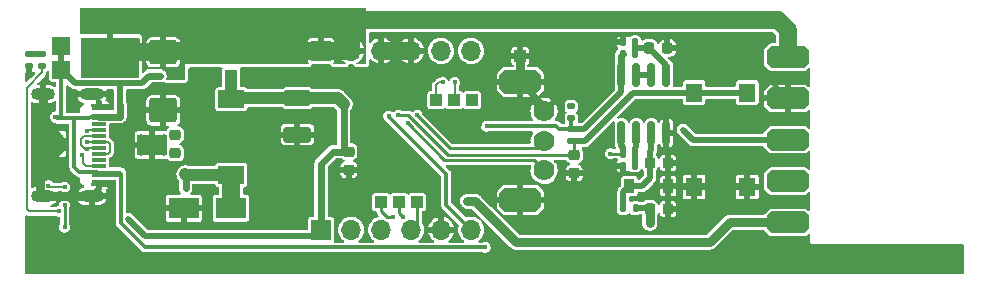
<source format=gtl>
%TF.GenerationSoftware,KiCad,Pcbnew,(6.0.7)*%
%TF.CreationDate,2022-08-25T13:00:14+08:00*%
%TF.ProjectId,T12_SolderingStation,5431325f-536f-46c6-9465-72696e675374,rev?*%
%TF.SameCoordinates,Original*%
%TF.FileFunction,Copper,L1,Top*%
%TF.FilePolarity,Positive*%
%FSLAX45Y45*%
G04 Gerber Fmt 4.5, Leading zero omitted, Abs format (unit mm)*
G04 Created by KiCad (PCBNEW (6.0.7)) date 2022-08-25 13:00:14*
%MOMM*%
%LPD*%
G01*
G04 APERTURE LIST*
G04 Aperture macros list*
%AMRoundRect*
0 Rectangle with rounded corners*
0 $1 Rounding radius*
0 $2 $3 $4 $5 $6 $7 $8 $9 X,Y pos of 4 corners*
0 Add a 4 corners polygon primitive as box body*
4,1,4,$2,$3,$4,$5,$6,$7,$8,$9,$2,$3,0*
0 Add four circle primitives for the rounded corners*
1,1,$1+$1,$2,$3*
1,1,$1+$1,$4,$5*
1,1,$1+$1,$6,$7*
1,1,$1+$1,$8,$9*
0 Add four rect primitives between the rounded corners*
20,1,$1+$1,$2,$3,$4,$5,0*
20,1,$1+$1,$4,$5,$6,$7,0*
20,1,$1+$1,$6,$7,$8,$9,0*
20,1,$1+$1,$8,$9,$2,$3,0*%
%AMFreePoly0*
4,1,17,0.600431,1.735355,0.985356,1.350431,1.000000,1.315076,1.000000,-1.315076,0.985356,-1.350431,0.600431,-1.735355,0.565076,-1.750000,-0.565076,-1.750000,-0.600431,-1.735356,-0.985355,-1.350431,-1.000000,-1.315076,-1.000000,1.315076,-0.985355,1.350431,-0.600431,1.735356,-0.565076,1.750000,0.565076,1.750000,0.600431,1.735355,0.600431,1.735355,$1*%
%AMFreePoly1*
4,1,17,0.541853,1.785355,0.885355,1.441853,0.900000,1.406498,0.900000,-1.406498,0.885355,-1.441853,0.541853,-1.785355,0.506498,-1.800000,-0.506498,-1.800000,-0.541853,-1.785355,-0.885355,-1.441853,-0.900000,-1.406498,-0.900000,1.406498,-0.885355,1.441853,-0.541853,1.785355,-0.506498,1.800000,0.506498,1.800000,0.541853,1.785355,0.541853,1.785355,$1*%
G04 Aperture macros list end*
%TA.AperFunction,SMDPad,CuDef*%
%ADD10R,1.000000X1.000000*%
%TD*%
%TA.AperFunction,ComponentPad*%
%ADD11R,1.700000X1.700000*%
%TD*%
%TA.AperFunction,ComponentPad*%
%ADD12O,1.700000X1.700000*%
%TD*%
%TA.AperFunction,SMDPad,CuDef*%
%ADD13RoundRect,0.150000X0.150000X-0.825000X0.150000X0.825000X-0.150000X0.825000X-0.150000X-0.825000X0*%
%TD*%
%TA.AperFunction,SMDPad,CuDef*%
%ADD14R,2.200000X1.500000*%
%TD*%
%TA.AperFunction,SMDPad,CuDef*%
%ADD15R,1.524000X1.524000*%
%TD*%
%TA.AperFunction,SMDPad,CuDef*%
%ADD16R,5.000000X3.500000*%
%TD*%
%TA.AperFunction,ComponentPad*%
%ADD17FreePoly0,90.000000*%
%TD*%
%TA.AperFunction,ComponentPad*%
%ADD18C,1.778000*%
%TD*%
%TA.AperFunction,SMDPad,CuDef*%
%ADD19RoundRect,0.225000X0.250000X-0.225000X0.250000X0.225000X-0.250000X0.225000X-0.250000X-0.225000X0*%
%TD*%
%TA.AperFunction,SMDPad,CuDef*%
%ADD20RoundRect,0.225000X-0.250000X0.225000X-0.250000X-0.225000X0.250000X-0.225000X0.250000X0.225000X0*%
%TD*%
%TA.AperFunction,SMDPad,CuDef*%
%ADD21R,0.900000X1.200000*%
%TD*%
%TA.AperFunction,SMDPad,CuDef*%
%ADD22RoundRect,0.225000X-0.225000X-0.250000X0.225000X-0.250000X0.225000X0.250000X-0.225000X0.250000X0*%
%TD*%
%TA.AperFunction,SMDPad,CuDef*%
%ADD23RoundRect,0.135000X-0.135000X-0.185000X0.135000X-0.185000X0.135000X0.185000X-0.135000X0.185000X0*%
%TD*%
%TA.AperFunction,SMDPad,CuDef*%
%ADD24RoundRect,0.135000X0.135000X0.185000X-0.135000X0.185000X-0.135000X-0.185000X0.135000X-0.185000X0*%
%TD*%
%TA.AperFunction,SMDPad,CuDef*%
%ADD25RoundRect,0.135000X0.185000X-0.135000X0.185000X0.135000X-0.185000X0.135000X-0.185000X-0.135000X0*%
%TD*%
%TA.AperFunction,SMDPad,CuDef*%
%ADD26RoundRect,0.250000X-0.925000X0.787500X-0.925000X-0.787500X0.925000X-0.787500X0.925000X0.787500X0*%
%TD*%
%TA.AperFunction,SMDPad,CuDef*%
%ADD27R,1.160000X0.600000*%
%TD*%
%TA.AperFunction,SMDPad,CuDef*%
%ADD28R,1.160000X0.300000*%
%TD*%
%TA.AperFunction,ComponentPad*%
%ADD29O,2.032000X1.016000*%
%TD*%
%TA.AperFunction,ComponentPad*%
%ADD30FreePoly1,90.000000*%
%TD*%
%TA.AperFunction,SMDPad,CuDef*%
%ADD31R,1.400000X1.600000*%
%TD*%
%TA.AperFunction,SMDPad,CuDef*%
%ADD32RoundRect,0.135000X-0.185000X0.135000X-0.185000X-0.135000X0.185000X-0.135000X0.185000X0.135000X0*%
%TD*%
%TA.AperFunction,SMDPad,CuDef*%
%ADD33RoundRect,0.147500X0.172500X-0.147500X0.172500X0.147500X-0.172500X0.147500X-0.172500X-0.147500X0*%
%TD*%
%TA.AperFunction,SMDPad,CuDef*%
%ADD34RoundRect,0.250000X-0.925000X0.412500X-0.925000X-0.412500X0.925000X-0.412500X0.925000X0.412500X0*%
%TD*%
%TA.AperFunction,SMDPad,CuDef*%
%ADD35R,2.500000X1.800000*%
%TD*%
%TA.AperFunction,ComponentPad*%
%ADD36C,0.508000*%
%TD*%
%TA.AperFunction,ComponentPad*%
%ADD37C,0.500000*%
%TD*%
%TA.AperFunction,SMDPad,CuDef*%
%ADD38R,1.650000X1.650000*%
%TD*%
%TA.AperFunction,ViaPad*%
%ADD39C,0.406400*%
%TD*%
%TA.AperFunction,Conductor*%
%ADD40C,0.508000*%
%TD*%
%TA.AperFunction,Conductor*%
%ADD41C,1.016000*%
%TD*%
%TA.AperFunction,Conductor*%
%ADD42C,0.355600*%
%TD*%
%TA.AperFunction,Conductor*%
%ADD43C,0.609600*%
%TD*%
%TA.AperFunction,Conductor*%
%ADD44C,0.203200*%
%TD*%
%TA.AperFunction,Conductor*%
%ADD45C,1.524000*%
%TD*%
%TA.AperFunction,Conductor*%
%ADD46C,0.304800*%
%TD*%
%TA.AperFunction,Conductor*%
%ADD47C,0.762000*%
%TD*%
%TA.AperFunction,Conductor*%
%ADD48C,0.254000*%
%TD*%
G04 APERTURE END LIST*
D10*
%TO.P,TP3,1,1*%
%TO.N,/MOSI*%
X11658600Y-8392160D03*
%TD*%
D11*
%TO.P,J6,1,Pin_1*%
%TO.N,+24V*%
X10683240Y-7975600D03*
D12*
%TO.P,J6,2,Pin_2*%
X10937240Y-7975600D03*
%TO.P,J6,3,Pin_3*%
%TO.N,GND*%
X11191240Y-7975600D03*
%TO.P,J6,4,Pin_4*%
X11445240Y-7975600D03*
%TO.P,J6,5,Pin_5*%
%TO.N,unconnected-(J6-Pad5)*%
X11699240Y-7975600D03*
%TO.P,J6,6,Pin_6*%
%TO.N,unconnected-(J6-Pad6)*%
X11953240Y-7975600D03*
%TD*%
D13*
%TO.P,U4,1*%
%TO.N,/ADC0*%
X13225780Y-8670140D03*
%TO.P,U4,2,-*%
%TO.N,Net-(R18-Pad1)*%
X13352780Y-8670140D03*
%TO.P,U4,3,+*%
%TO.N,Net-(C15-Pad1)*%
X13479780Y-8670140D03*
%TO.P,U4,4,V-*%
%TO.N,GND*%
X13606780Y-8670140D03*
%TO.P,U4,5,+*%
%TO.N,Net-(C13-Pad1)*%
X13606780Y-8175140D03*
%TO.P,U4,6,-*%
%TO.N,Net-(U4-Pad6)*%
X13479780Y-8175140D03*
%TO.P,U4,7*%
X13352780Y-8175140D03*
%TO.P,U4,8,V+*%
%TO.N,VCC*%
X13225780Y-8175140D03*
%TD*%
D14*
%TO.P,L1,1,1*%
%TO.N,Net-(C1-Pad1)*%
X9923780Y-9024580D03*
%TO.P,L1,2,2*%
%TO.N,VCC*%
X9923780Y-8384580D03*
%TD*%
D15*
%TO.P,D5,1,A*%
%TO.N,VBUS*%
X8482610Y-8133765D03*
%TO.P,D5,2,A*%
X8482610Y-7933765D03*
D16*
%TO.P,D5,3,K*%
%TO.N,+24V*%
X8892610Y-8033765D03*
%TD*%
D10*
%TO.P,TP7,1,1*%
%TO.N,/TXD*%
X11191240Y-9255760D03*
%TD*%
%TO.P,TP5,1,1*%
%TO.N,/RST*%
X11496040Y-9255760D03*
%TD*%
D17*
%TO.P,SW2,0,SHELL*%
%TO.N,GND*%
X12370840Y-9237600D03*
X12370840Y-8237600D03*
D18*
%TO.P,SW2,A,A*%
%TO.N,/D7*%
X12570840Y-8987600D03*
%TO.P,SW2,B,B*%
%TO.N,/D8*%
X12570840Y-8737600D03*
%TO.P,SW2,C,C*%
%TO.N,GND*%
X12570840Y-8487600D03*
%TD*%
D19*
%TO.P,C1,1*%
%TO.N,Net-(C1-Pad1)*%
X9448800Y-8840500D03*
%TO.P,C1,2*%
%TO.N,Net-(C1-Pad2)*%
X9448800Y-8685500D03*
%TD*%
D20*
%TO.P,C3,1*%
%TO.N,VCC*%
X10916920Y-8827740D03*
%TO.P,C3,2*%
%TO.N,GND*%
X10916920Y-8982740D03*
%TD*%
D10*
%TO.P,TP8,1,1*%
%TO.N,/RXD*%
X11343640Y-9255760D03*
%TD*%
D21*
%TO.P,D4,1,K*%
%TO.N,GND*%
X13621920Y-9118600D03*
%TO.P,D4,2,A*%
%TO.N,Net-(C15-Pad1)*%
X13291920Y-9118600D03*
%TD*%
D10*
%TO.P,TP4,1,1*%
%TO.N,/SCK*%
X11963400Y-8392160D03*
%TD*%
D20*
%TO.P,C11,1*%
%TO.N,/D6*%
X12827500Y-8855060D03*
%TO.P,C11,2*%
%TO.N,GND*%
X12827500Y-9010060D03*
%TD*%
D22*
%TO.P,C15,1*%
%TO.N,Net-(C15-Pad1)*%
X13465780Y-8922400D03*
%TO.P,C15,2*%
%TO.N,GND*%
X13620780Y-8922400D03*
%TD*%
D23*
%TO.P,R19,1*%
%TO.N,GND*%
X13238280Y-8945880D03*
%TO.P,R19,2*%
%TO.N,Net-(R18-Pad1)*%
X13340280Y-8945880D03*
%TD*%
D24*
%TO.P,R18,1*%
%TO.N,Net-(R18-Pad1)*%
X13340280Y-8844280D03*
%TO.P,R18,2*%
%TO.N,/ADC0*%
X13238280Y-8844280D03*
%TD*%
D23*
%TO.P,R17,1*%
%TO.N,GND*%
X13239320Y-7901940D03*
%TO.P,R17,2*%
%TO.N,Net-(C13-Pad1)*%
X13341320Y-7901940D03*
%TD*%
D25*
%TO.P,R5,1*%
%TO.N,VCC*%
X8321040Y-8102800D03*
%TO.P,R5,2*%
%TO.N,Net-(D2-Pad2)*%
X8321040Y-8000800D03*
%TD*%
D26*
%TO.P,C4,1*%
%TO.N,+24V*%
X9347200Y-7985890D03*
%TO.P,C4,2*%
%TO.N,GND*%
X9347200Y-8478390D03*
%TD*%
D24*
%TO.P,R15,1*%
%TO.N,Net-(C13-Pad1)*%
X13341320Y-8001000D03*
%TO.P,R15,2*%
%TO.N,VCC*%
X13239320Y-8001000D03*
%TD*%
D22*
%TO.P,C14,1*%
%TO.N,P+*%
X13465780Y-9313560D03*
%TO.P,C14,2*%
%TO.N,GND*%
X13620780Y-9313560D03*
%TD*%
D27*
%TO.P,J1,A1,GND*%
%TO.N,GND*%
X8801780Y-8453160D03*
%TO.P,J1,A4,VBUS*%
%TO.N,VBUS*%
X8801780Y-8533160D03*
D28*
%TO.P,J1,A5,CC1*%
%TO.N,Net-(J1-PadA5)*%
X8801780Y-8648160D03*
%TO.P,J1,A6,D+*%
%TO.N,Net-(J1-PadA6)*%
X8801780Y-8748160D03*
%TO.P,J1,A7,D-*%
%TO.N,Net-(J1-PadA7)*%
X8801780Y-8798160D03*
%TO.P,J1,A8,SBU1*%
%TO.N,unconnected-(J1-PadA8)*%
X8801780Y-8898160D03*
D27*
%TO.P,J1,A9,VBUS*%
%TO.N,VBUS*%
X8801780Y-9013160D03*
%TO.P,J1,A12,GND*%
%TO.N,GND*%
X8801780Y-9093160D03*
%TO.P,J1,B1,GND*%
X8801780Y-9093160D03*
%TO.P,J1,B4,VBUS*%
%TO.N,VBUS*%
X8801780Y-9013160D03*
D28*
%TO.P,J1,B5,CC2*%
%TO.N,Net-(J1-PadB5)*%
X8801780Y-8948160D03*
%TO.P,J1,B6,D+*%
%TO.N,Net-(J1-PadA6)*%
X8801780Y-8848160D03*
%TO.P,J1,B7,D-*%
%TO.N,Net-(J1-PadA7)*%
X8801780Y-8698160D03*
%TO.P,J1,B8,SBU2*%
%TO.N,unconnected-(J1-PadB8)*%
X8801780Y-8598160D03*
D27*
%TO.P,J1,B9,VBUS*%
%TO.N,VBUS*%
X8801780Y-8533160D03*
%TO.P,J1,B12,GND*%
%TO.N,GND*%
X8801780Y-8453160D03*
D29*
%TO.P,J1,S1,SHIELD*%
X8743780Y-9205160D03*
X8326780Y-8341160D03*
X8743780Y-8341160D03*
X8326780Y-9205160D03*
%TD*%
D30*
%TO.P,J4,1,Pin_1*%
%TO.N,/ADC2*%
X14635480Y-9427020D03*
%TO.P,J4,2,Pin_2*%
%TO.N,P+*%
X14635480Y-9077020D03*
%TO.P,J4,3,Pin_3*%
%TO.N,/D10*%
X14635480Y-8727020D03*
%TO.P,J4,4,Pin_4*%
%TO.N,GND*%
X14635480Y-8377020D03*
%TO.P,J4,5,Pin_5*%
%TO.N,+24V*%
X14635480Y-8027020D03*
%TD*%
D24*
%TO.P,R16,1*%
%TO.N,P+*%
X13345360Y-9306560D03*
%TO.P,R16,2*%
%TO.N,Net-(C15-Pad1)*%
X13243360Y-9306560D03*
%TD*%
D31*
%TO.P,SW1,1,1*%
%TO.N,GND*%
X13841520Y-9127440D03*
%TO.P,SW1,2,2*%
%TO.N,/D6*%
X13841520Y-8327440D03*
%TO.P,SW1,3,3*%
%TO.N,GND*%
X14291520Y-9127440D03*
%TO.P,SW1,4,4*%
%TO.N,/D6*%
X14291520Y-8327440D03*
%TD*%
D32*
%TO.P,R11,1*%
%TO.N,VCC*%
X12801600Y-8635600D03*
%TO.P,R11,2*%
%TO.N,/D6*%
X12801600Y-8737600D03*
%TD*%
D33*
%TO.P,D2,1,K*%
%TO.N,GND*%
X8214360Y-8100300D03*
%TO.P,D2,2,A*%
%TO.N,Net-(D2-Pad2)*%
X8214360Y-8003300D03*
%TD*%
D34*
%TO.P,C2,1*%
%TO.N,VCC*%
X10482580Y-8375570D03*
%TO.P,C2,2*%
%TO.N,GND*%
X10482580Y-8683070D03*
%TD*%
D10*
%TO.P,TP2,1,1*%
%TO.N,/MISO*%
X11811000Y-8392160D03*
%TD*%
D25*
%TO.P,R14,1*%
%TO.N,VCC*%
X12801600Y-8547300D03*
%TO.P,R14,2*%
%TO.N,/D10*%
X12801600Y-8445300D03*
%TD*%
D22*
%TO.P,C13,1*%
%TO.N,Net-(C13-Pad1)*%
X13459400Y-7950200D03*
%TO.P,C13,2*%
%TO.N,GND*%
X13614400Y-7950200D03*
%TD*%
D35*
%TO.P,D1,1,K*%
%TO.N,Net-(C1-Pad1)*%
X9920580Y-9306560D03*
%TO.P,D1,2,A*%
%TO.N,GND*%
X9520580Y-9306560D03*
%TD*%
D11*
%TO.P,J5,1,Pin_1*%
%TO.N,VCC*%
X10683240Y-9489440D03*
D12*
%TO.P,J5,2,Pin_2*%
%TO.N,/SDA*%
X10937240Y-9489440D03*
%TO.P,J5,3,Pin_3*%
%TO.N,/SCL*%
X11191240Y-9489440D03*
%TO.P,J5,4,Pin_4*%
%TO.N,/RST*%
X11445240Y-9489440D03*
%TO.P,J5,5,Pin_5*%
%TO.N,GND*%
X11699240Y-9489440D03*
%TO.P,J5,6,Pin_6*%
%TO.N,/BEEP*%
X11953240Y-9489440D03*
%TD*%
D10*
%TO.P,TP1,1,1*%
%TO.N,VCC*%
X9923780Y-8183880D03*
%TD*%
%TO.P,TP6,1,1*%
%TO.N,GND*%
X12369800Y-8018780D03*
%TD*%
D36*
%TO.P,U1,9,GND*%
%TO.N,GND*%
X9255760Y-8706983D03*
D35*
X9255760Y-8771983D03*
D36*
X9355760Y-8706983D03*
X9355760Y-8836983D03*
X9155760Y-8706983D03*
X9155760Y-8836983D03*
X9255760Y-8836983D03*
%TD*%
D37*
%TO.P,U2,21,GND*%
%TO.N,GND*%
X8360420Y-8705860D03*
X8475420Y-8820860D03*
X8475420Y-8705860D03*
X8360420Y-8820860D03*
D38*
X8417920Y-8763360D03*
%TD*%
D39*
%TO.N,VCC*%
X12085820Y-8612520D03*
X8463780Y-9333880D03*
X10916920Y-8827740D03*
X9045440Y-9394840D03*
%TO.N,Net-(C1-Pad1)*%
X9448800Y-8840500D03*
X9535660Y-9138300D03*
X9535160Y-9019540D03*
%TO.N,Net-(C1-Pad2)*%
X9448800Y-8685500D03*
%TO.N,GND*%
X8301220Y-9026380D03*
X13866360Y-9316100D03*
X12583660Y-7982600D03*
X13006630Y-9027870D03*
X12101060Y-8109600D03*
X15770961Y-9773300D03*
X8520057Y-9773300D03*
X10030960Y-8846200D03*
X9865860Y-8846200D03*
X8900660Y-9321180D03*
X12824960Y-8325500D03*
X11516860Y-9062100D03*
X8761754Y-9773300D03*
X10107160Y-8160400D03*
X11046960Y-8160400D03*
X8252960Y-8546480D03*
X12215360Y-8477900D03*
X10958060Y-8312800D03*
X11145060Y-8436300D03*
X14562477Y-9773300D03*
X11821660Y-9062100D03*
X11662115Y-9773300D03*
X11821660Y-8988440D03*
X13771760Y-7950200D03*
X8371840Y-9536540D03*
X11768320Y-8698880D03*
X12145509Y-9773300D03*
X14247360Y-8871600D03*
X12850360Y-8084200D03*
X11402560Y-8173100D03*
X8900660Y-9125600D03*
X11262860Y-8871600D03*
X13898760Y-7950200D03*
X9164977Y-9392143D03*
X11402560Y-8833500D03*
X14063980Y-9118600D03*
X10386560Y-8922400D03*
X11821660Y-8731900D03*
X12911380Y-9123120D03*
X13993360Y-8935100D03*
X12562720Y-7901940D03*
X9726160Y-8731900D03*
X8567500Y-8341160D03*
X13929860Y-8109600D03*
X8918440Y-8683640D03*
X11326360Y-9062100D03*
X11389860Y-9062100D03*
X13294860Y-9443100D03*
X11191240Y-8143120D03*
X10208760Y-8528700D03*
X13606780Y-8821420D03*
X12324580Y-8714120D03*
X12106140Y-9102740D03*
X11580360Y-8998600D03*
X14320780Y-9773300D03*
X13739360Y-8935100D03*
X14310860Y-8554100D03*
X8588240Y-9044320D03*
X15287567Y-9773300D03*
X12342360Y-7855600D03*
X15529264Y-9773300D03*
X9726160Y-8503300D03*
X11191240Y-8257420D03*
X13117060Y-8071500D03*
X12202660Y-7906400D03*
X9266577Y-9392143D03*
X10069060Y-8541400D03*
X13078960Y-8744600D03*
X11821660Y-9115440D03*
X9992860Y-8668400D03*
X12870599Y-9773300D03*
X11580360Y-9062100D03*
X14025760Y-7950200D03*
X10937025Y-9773300D03*
X11250160Y-8147700D03*
X10640560Y-8516000D03*
X9713460Y-8630300D03*
X13040860Y-9443100D03*
X12532860Y-8046100D03*
X13595690Y-9773300D03*
X14152760Y-7950200D03*
X12628902Y-9773300D03*
X13866360Y-8871600D03*
X12121380Y-9184020D03*
X13104360Y-7855600D03*
X11453360Y-9062100D03*
X11178722Y-9773300D03*
X12659860Y-9189100D03*
X12786860Y-9125600D03*
X10373860Y-8528700D03*
X13739360Y-8808100D03*
X12850360Y-9316100D03*
X9245147Y-9773300D03*
X8418060Y-8757300D03*
X11593060Y-8160400D03*
X11420418Y-9773300D03*
X9726160Y-8300100D03*
X12189960Y-8008000D03*
X14183860Y-8554100D03*
X12647160Y-8135000D03*
X12387206Y-9773300D03*
X13739360Y-9316100D03*
X9903960Y-8554100D03*
X11326360Y-8833500D03*
X12768320Y-9313920D03*
X14247360Y-8935100D03*
X9003450Y-9773300D03*
X13231360Y-9443100D03*
X11262860Y-9062100D03*
X8918440Y-8599150D03*
X12791320Y-7901940D03*
X10546580Y-9328800D03*
X13353993Y-9773300D03*
X13167860Y-9062100D03*
X13104360Y-9316100D03*
X13929860Y-8554100D03*
X11903812Y-9773300D03*
X9726160Y-8846200D03*
X12913860Y-9443100D03*
X11529560Y-8236600D03*
X10782800Y-8957960D03*
X9486844Y-9773300D03*
X13866360Y-8935100D03*
X8806680Y-9318640D03*
X13802860Y-8109600D03*
X14063980Y-8546980D03*
X13104360Y-9443100D03*
X12189960Y-9092580D03*
X12994520Y-7901940D03*
X12713200Y-8536320D03*
X12596360Y-9443100D03*
X13093580Y-8945880D03*
X12367760Y-8477900D03*
X13134220Y-7901940D03*
X12398240Y-8709040D03*
X14120360Y-8871600D03*
X12403320Y-9059560D03*
X11516860Y-8935100D03*
X9970238Y-9773300D03*
X10453631Y-9773300D03*
X16012660Y-9773300D03*
X13078960Y-8223900D03*
X8301220Y-9092580D03*
X14804174Y-9773300D03*
X10462760Y-8160400D03*
X10211934Y-9773300D03*
X12913860Y-9379600D03*
X12596360Y-9379600D03*
X10828520Y-8912240D03*
X12990060Y-8312800D03*
X10132560Y-8897000D03*
X10526260Y-8528700D03*
X10272260Y-8998600D03*
X10704060Y-8173100D03*
X10965680Y-8585200D03*
X8720320Y-9318640D03*
X10132560Y-9138300D03*
X8633960Y-9316100D03*
X8618720Y-8424560D03*
X12659860Y-9316100D03*
X10323060Y-9379600D03*
X8278360Y-9773300D03*
X14079083Y-9773300D03*
X8214860Y-8173100D03*
X11046960Y-8414400D03*
X14183860Y-8109600D03*
X10132560Y-9024000D03*
X10551660Y-8909700D03*
X12126460Y-8477900D03*
X12893540Y-8523620D03*
X9764260Y-8135000D03*
X10272260Y-8160400D03*
X8900660Y-9204340D03*
X13837386Y-9773300D03*
X10272260Y-8668400D03*
X15045870Y-9773300D03*
X11262860Y-8998600D03*
X13117060Y-8693800D03*
X13167860Y-9443100D03*
X13112296Y-9773300D03*
X10919960Y-8173100D03*
X14056860Y-8109600D03*
X12304260Y-8477900D03*
X14120360Y-8935100D03*
X11474370Y-8892610D03*
X13993360Y-8871600D03*
X13993360Y-9062100D03*
X10695328Y-9773300D03*
X13993360Y-9189100D03*
X9728541Y-9773300D03*
X10437360Y-9382140D03*
X12672560Y-8287400D03*
%TO.N,VBUS*%
X8482830Y-8185800D03*
X8981940Y-8528700D03*
X8482830Y-7933815D03*
X8428220Y-7934340D03*
X8537440Y-7987680D03*
X8537440Y-8185800D03*
X8428220Y-8132985D03*
X8537440Y-8079120D03*
X8537440Y-7881000D03*
X8428220Y-8079120D03*
X8482830Y-7986630D03*
X8428220Y-7987680D03*
X8428220Y-8186850D03*
X8428220Y-7881000D03*
X8984480Y-9013840D03*
X8482830Y-7881000D03*
X8482830Y-8131935D03*
X8432800Y-8534400D03*
X8918440Y-9013160D03*
X9319760Y-8186420D03*
X12073120Y-9638680D03*
X8482830Y-8078070D03*
X8537440Y-8132460D03*
X8537440Y-7934340D03*
%TO.N,/D6*%
X11336520Y-8521080D03*
%TO.N,P+*%
X13464540Y-9433560D03*
%TO.N,Net-(J1-PadA5)*%
X8697460Y-8652490D03*
%TO.N,Net-(J1-PadB5)*%
X8658860Y-8856980D03*
%TO.N,/MISO*%
X11816080Y-8242300D03*
%TO.N,/SCK*%
X11963400Y-8392160D03*
%TO.N,/MOSI*%
X11714480Y-8242300D03*
%TO.N,/TXD*%
X11295880Y-9384680D03*
%TO.N,/RXD*%
X11379700Y-9384680D03*
%TO.N,/D10*%
X12801600Y-8445300D03*
X13743940Y-8641080D03*
%TO.N,/ADC2*%
X11922760Y-9248140D03*
%TO.N,/CFG2*%
X8512040Y-9128140D03*
X8511304Y-9278770D03*
X8374880Y-9115440D03*
X8512040Y-9468500D03*
%TO.N,/BEEP*%
X11255240Y-8526160D03*
%TO.N,/ADC0*%
X13131800Y-8844280D03*
%TO.N,/D7*%
X11415260Y-8589660D03*
%TO.N,Net-(J1-PadA6)*%
X8700000Y-8748160D03*
%TO.N,Net-(J1-PadA7)*%
X8701150Y-8803978D03*
%TO.N,+24V*%
X8811760Y-8020700D03*
X8938760Y-8020700D03*
X8748260Y-8084200D03*
X8938760Y-8147700D03*
X8811760Y-8147700D03*
X9002260Y-8020700D03*
X8748260Y-7893700D03*
X8938760Y-7893700D03*
X9002260Y-8084200D03*
X8748260Y-7957200D03*
X9129260Y-7893700D03*
X8875260Y-8020700D03*
X8811760Y-7893700D03*
X8748260Y-8147700D03*
X8875260Y-7893700D03*
X8875260Y-8084200D03*
X8875260Y-8147700D03*
X9065760Y-7893700D03*
X9065760Y-7957200D03*
X8938760Y-8084200D03*
X8811760Y-7957200D03*
X8748260Y-8020700D03*
X8875260Y-7957200D03*
X8684760Y-8147700D03*
X8684760Y-8084200D03*
X9002260Y-7893700D03*
X8811760Y-8084200D03*
X8684760Y-7957200D03*
X8938760Y-7957200D03*
X8684760Y-7893700D03*
X8684760Y-8020700D03*
X9129260Y-7957200D03*
X9129260Y-8020700D03*
X9002260Y-8147700D03*
X9065760Y-8020700D03*
X9002260Y-7957200D03*
%TO.N,/D8*%
X11496540Y-8521080D03*
%TD*%
D40*
%TO.N,VCC*%
X9045440Y-9394840D02*
X9195300Y-9544700D01*
D41*
X10482580Y-8375570D02*
X9932790Y-8375570D01*
X9923780Y-8183880D02*
X9923780Y-8384580D01*
D42*
X12085820Y-8612520D02*
X12672560Y-8612520D01*
D43*
X10916920Y-8827740D02*
X10874240Y-8785060D01*
X10683240Y-8930520D02*
X10786020Y-8827740D01*
D44*
X8189460Y-9316100D02*
X8207240Y-9333880D01*
D41*
X9932790Y-8375570D02*
X9923780Y-8384580D01*
D43*
X10786020Y-8827740D02*
X10916920Y-8827740D01*
D44*
X8207240Y-9333880D02*
X8463780Y-9333880D01*
D43*
X10874240Y-8785060D02*
X10874240Y-8427100D01*
D40*
X12911220Y-8635600D02*
X13225780Y-8321040D01*
D43*
X10683240Y-9489440D02*
X10683240Y-8930520D01*
D44*
X8321040Y-8155820D02*
X8189460Y-8287400D01*
D42*
X12801600Y-8547300D02*
X12801600Y-8635600D01*
X12695640Y-8635600D02*
X12801600Y-8635600D01*
D43*
X13225780Y-8175140D02*
X13225780Y-8014540D01*
D44*
X8189460Y-8287400D02*
X8189460Y-9316100D01*
D41*
X10822710Y-8375570D02*
X10874240Y-8427100D01*
X10482580Y-8375570D02*
X10822710Y-8375570D01*
D40*
X12801600Y-8635600D02*
X12911220Y-8635600D01*
D44*
X8321040Y-8102800D02*
X8321040Y-8155820D01*
D40*
X13225780Y-8321040D02*
X13225780Y-8175140D01*
X10627980Y-9544700D02*
X10683240Y-9489440D01*
X9195300Y-9544700D02*
X10627980Y-9544700D01*
D42*
X12672560Y-8612520D02*
X12695640Y-8635600D01*
D43*
X13225780Y-8014540D02*
X13239320Y-8001000D01*
D45*
%TO.N,Net-(C1-Pad1)*%
X9923780Y-9303360D02*
X9923780Y-9024580D01*
D43*
X9535660Y-9138300D02*
X9535660Y-9020040D01*
D41*
X9535160Y-9019540D02*
X9540200Y-9024580D01*
D45*
X9920580Y-9306560D02*
X9923780Y-9303360D01*
D43*
X9535660Y-9020040D02*
X9535160Y-9019540D01*
D41*
X9540200Y-9024580D02*
X9923780Y-9024580D01*
D40*
%TO.N,GND*%
X10996160Y-8585200D02*
X10965680Y-8585200D01*
X13622020Y-8929400D02*
X13620780Y-8930640D01*
D42*
X12400160Y-7901940D02*
X12369800Y-7932300D01*
D40*
X13606780Y-8821420D02*
X13622020Y-8836660D01*
D42*
X13614400Y-7950200D02*
X13771760Y-7950200D01*
D46*
X8214360Y-8100300D02*
X8214360Y-8172600D01*
D47*
X8326780Y-8787220D02*
X8326780Y-9000820D01*
D40*
X12570840Y-8487600D02*
X12570840Y-8437600D01*
X13622020Y-8836660D02*
X13622020Y-8929400D01*
X8801780Y-9093160D02*
X8801780Y-9147160D01*
D42*
X13134220Y-7901940D02*
X12994520Y-7901940D01*
D43*
X8801780Y-9093160D02*
X8868220Y-9093160D01*
D42*
X12369800Y-7932300D02*
X12369800Y-8018780D01*
D47*
X8301220Y-9179600D02*
X8301220Y-9092580D01*
D40*
X13088620Y-8945880D02*
X13006630Y-9027870D01*
D42*
X13771760Y-7950200D02*
X13898760Y-7950200D01*
X13239320Y-7901940D02*
X13134220Y-7901940D01*
D46*
X8214360Y-8172600D02*
X8214860Y-8173100D01*
D40*
X11145060Y-8436300D02*
X11191240Y-8390120D01*
X12371220Y-9237980D02*
X12370840Y-9237600D01*
D43*
X8900660Y-9125600D02*
X8900660Y-9204340D01*
D40*
X11191240Y-8143120D02*
X11191240Y-7975600D01*
D47*
X8326780Y-9000820D02*
X8301220Y-9026380D01*
D46*
X8801780Y-8399160D02*
X8743780Y-8341160D01*
D42*
X14025760Y-7950200D02*
X14152760Y-7950200D01*
D47*
X8326780Y-8787220D02*
X8326780Y-8341160D01*
D40*
X8801780Y-9147160D02*
X8743780Y-9205160D01*
X11191240Y-8257420D02*
X11191240Y-8143120D01*
D47*
X8360420Y-8820860D02*
X8326780Y-8787220D01*
D40*
X13606780Y-8670140D02*
X13606780Y-8821420D01*
X13238280Y-8945880D02*
X13093580Y-8945880D01*
X14063980Y-9118600D02*
X14282680Y-9118600D01*
D47*
X8301220Y-9092580D02*
X8301220Y-9026380D01*
X12369800Y-8236560D02*
X12370840Y-8237600D01*
D40*
X13006630Y-9027870D02*
X12911380Y-9123120D01*
X14282680Y-9118600D02*
X14291520Y-9127440D01*
X13093580Y-8945880D02*
X13088620Y-8945880D01*
D43*
X8868220Y-9093160D02*
X8900660Y-9125600D01*
X9141960Y-9773300D02*
X16012660Y-9773300D01*
D40*
X12911380Y-9123120D02*
X12796520Y-9237980D01*
D42*
X12791320Y-7901940D02*
X12562720Y-7901940D01*
D40*
X12796520Y-9237980D02*
X12371220Y-9237980D01*
X13621920Y-9118600D02*
X14063980Y-9118600D01*
D46*
X8801780Y-8453160D02*
X8801780Y-8399160D01*
D47*
X8326780Y-9205160D02*
X8301220Y-9179600D01*
D43*
X8900660Y-9532000D02*
X9141960Y-9773300D01*
D47*
X12369800Y-8018780D02*
X12369800Y-8236560D01*
X8326780Y-9205160D02*
X8743780Y-9205160D01*
D40*
X13620780Y-8930640D02*
X13620780Y-9313560D01*
X12570840Y-8437600D02*
X12370840Y-8237600D01*
D43*
X8900660Y-9204340D02*
X8900660Y-9321180D01*
D42*
X12562720Y-7901940D02*
X12400160Y-7901940D01*
D45*
X11191240Y-7975600D02*
X11445240Y-7975600D01*
D43*
X8900660Y-9321180D02*
X8900660Y-9532000D01*
D42*
X14152760Y-7950200D02*
X14208660Y-7950200D01*
D40*
X11191240Y-8390120D02*
X11191240Y-8257420D01*
X11145060Y-8436300D02*
X10996160Y-8585200D01*
D42*
X14208660Y-7950200D02*
X14635480Y-8377020D01*
X12994520Y-7901940D02*
X12791320Y-7901940D01*
X13898760Y-7950200D02*
X14025760Y-7950200D01*
D46*
%TO.N,VBUS*%
X9190220Y-9638680D02*
X12073120Y-9638680D01*
D42*
X8432800Y-8534400D02*
X8486140Y-8534400D01*
D40*
X8984424Y-8249356D02*
X8981940Y-8251840D01*
D42*
X8595240Y-8546480D02*
X8444880Y-8546480D01*
D40*
X8984424Y-8249356D02*
X9167304Y-8249356D01*
X8482610Y-8129920D02*
X8602046Y-8249356D01*
D42*
X8482610Y-8179670D02*
X8482610Y-7944545D01*
D46*
X8987020Y-9016380D02*
X8987020Y-9435480D01*
D42*
X8787220Y-8998600D02*
X8636500Y-8998600D01*
X8445532Y-8547132D02*
X8432800Y-8534400D01*
D43*
X8981940Y-8528700D02*
X8977480Y-8533160D01*
D42*
X8735836Y-8533160D02*
X8721864Y-8547132D01*
D40*
X8602046Y-8249356D02*
X8984424Y-8249356D01*
D46*
X8984480Y-9013840D02*
X8987020Y-9016380D01*
D40*
X9167304Y-8249356D02*
X9230240Y-8186420D01*
D42*
X8801780Y-8533160D02*
X8735836Y-8533160D01*
X8721864Y-8547132D02*
X8445532Y-8547132D01*
D40*
X8801780Y-9013160D02*
X8918440Y-9013160D01*
D43*
X9230240Y-8186420D02*
X9319760Y-8186420D01*
D42*
X8444880Y-8546480D02*
X8432800Y-8534400D01*
D43*
X8981940Y-8528700D02*
X8981940Y-8434720D01*
D40*
X8981940Y-8251840D02*
X8981940Y-8434720D01*
D42*
X8595240Y-8957340D02*
X8595240Y-8546480D01*
D40*
X8801780Y-9013160D02*
X8983800Y-9013160D01*
X8983800Y-9013160D02*
X8984480Y-9013840D01*
D46*
X8987020Y-9435480D02*
X9190220Y-9638680D01*
D43*
X8977480Y-8533160D02*
X8801780Y-8533160D01*
D42*
X8636500Y-8998600D02*
X8595240Y-8957340D01*
X8482610Y-8530870D02*
X8482610Y-8179670D01*
X8801780Y-9013160D02*
X8787220Y-8998600D01*
D40*
%TO.N,Net-(C15-Pad1)*%
X13464540Y-8929400D02*
X13465780Y-8930640D01*
X13291920Y-9118600D02*
X13243360Y-9167160D01*
X13464540Y-8826500D02*
X13464540Y-8929400D01*
X13243360Y-9167160D02*
X13243360Y-9306560D01*
X13479780Y-8670140D02*
X13479780Y-8811260D01*
X13479780Y-8811260D02*
X13464540Y-8826500D01*
X13401040Y-9118600D02*
X13291920Y-9118600D01*
X13465780Y-8930640D02*
X13465780Y-9053860D01*
X13465780Y-9053860D02*
X13401040Y-9118600D01*
%TO.N,Net-(C13-Pad1)*%
X13342560Y-7950200D02*
X13341320Y-7951440D01*
X13341320Y-7901940D02*
X13341320Y-7951440D01*
X13459400Y-7950200D02*
X13342560Y-7950200D01*
X13341320Y-7951440D02*
X13341320Y-8001000D01*
X13606780Y-8175140D02*
X13606780Y-8097580D01*
X13606780Y-8097580D02*
X13459400Y-7950200D01*
%TO.N,/D6*%
X13326060Y-8327440D02*
X13841520Y-8327440D01*
D48*
X11422880Y-8521080D02*
X11760700Y-8858900D01*
X11760700Y-8858900D02*
X12823660Y-8858900D01*
D40*
X12839580Y-8737600D02*
X12915900Y-8737600D01*
X12801600Y-8737600D02*
X12839580Y-8737600D01*
D48*
X11336520Y-8521080D02*
X11422880Y-8521080D01*
X12823660Y-8858900D02*
X12827500Y-8855060D01*
D40*
X14291520Y-8327440D02*
X13841520Y-8327440D01*
D48*
X12827500Y-8855060D02*
X12827500Y-8749680D01*
X12827500Y-8749680D02*
X12839580Y-8737600D01*
D40*
X12915900Y-8737600D02*
X13326060Y-8327440D01*
%TO.N,Net-(R18-Pad1)*%
X13340080Y-8945680D02*
X13340280Y-8945880D01*
X13352780Y-8670140D02*
X13352780Y-8788400D01*
X13340080Y-8801100D02*
X13340080Y-8945680D01*
X13352780Y-8788400D02*
X13340080Y-8801100D01*
D47*
%TO.N,P+*%
X13464540Y-9433560D02*
X13464540Y-9314800D01*
D40*
X13458780Y-9306560D02*
X13465780Y-9313560D01*
D47*
X13464540Y-9314800D02*
X13465780Y-9313560D01*
D40*
X13345360Y-9306560D02*
X13458780Y-9306560D01*
%TO.N,Net-(D2-Pad2)*%
X8214360Y-8003300D02*
X8318540Y-8003300D01*
X8318540Y-8003300D02*
X8321040Y-8000800D01*
D44*
%TO.N,Net-(J1-PadA5)*%
X8801780Y-8648160D02*
X8701790Y-8648160D01*
X8701790Y-8648160D02*
X8697460Y-8652490D01*
%TO.N,Net-(J1-PadB5)*%
X8691620Y-8948160D02*
X8801780Y-8948160D01*
X8658860Y-8856980D02*
X8671560Y-8869680D01*
X8671560Y-8928100D02*
X8691620Y-8948160D01*
X8671560Y-8869680D02*
X8671560Y-8928100D01*
%TO.N,/MISO*%
X11816080Y-8387080D02*
X11811000Y-8392160D01*
X11816080Y-8242300D02*
X11816080Y-8387080D01*
%TO.N,/MOSI*%
X11714480Y-8242300D02*
X11681460Y-8242300D01*
X11658600Y-8265160D02*
X11658600Y-8392160D01*
X11681460Y-8242300D02*
X11658600Y-8265160D01*
D48*
%TO.N,/RST*%
X11496040Y-9438640D02*
X11445240Y-9489440D01*
X11496040Y-9255760D02*
X11496040Y-9438640D01*
%TO.N,/TXD*%
X11191240Y-9334500D02*
X11241420Y-9384680D01*
X11191240Y-9255760D02*
X11191240Y-9334500D01*
X11241420Y-9384680D02*
X11295880Y-9384680D01*
%TO.N,/RXD*%
X11343640Y-9255760D02*
X11343640Y-9348620D01*
X11343640Y-9348620D02*
X11379700Y-9384680D01*
D40*
%TO.N,/D10*%
X13829880Y-8727020D02*
X14635480Y-8727020D01*
X13743940Y-8641080D02*
X13829880Y-8727020D01*
D47*
%TO.N,/ADC2*%
X14635480Y-9427020D02*
X14141640Y-9427020D01*
X13975080Y-9593580D02*
X12331700Y-9593580D01*
X12331700Y-9593580D02*
X11986260Y-9248140D01*
X11986260Y-9248140D02*
X11922760Y-9248140D01*
X14141640Y-9427020D02*
X13975080Y-9593580D01*
D44*
%TO.N,/CFG2*%
X8387580Y-9128140D02*
X8374880Y-9115440D01*
D48*
X8511304Y-9278770D02*
X8512040Y-9279506D01*
X8512040Y-9279506D02*
X8512040Y-9468500D01*
D44*
X8512040Y-9128140D02*
X8387580Y-9128140D01*
D42*
%TO.N,/BEEP*%
X11742920Y-9279120D02*
X11953240Y-9489440D01*
X11742920Y-9018920D02*
X11742920Y-9279120D01*
X11255240Y-8526160D02*
X11255240Y-8531240D01*
X11255240Y-8531240D02*
X11742920Y-9018920D01*
D40*
%TO.N,Net-(U4-Pad6)*%
X13479780Y-8175140D02*
X13352780Y-8175140D01*
%TO.N,/ADC0*%
X13225780Y-8670140D02*
X13225780Y-8778240D01*
X13238480Y-8844080D02*
X13238280Y-8844280D01*
D48*
X13131800Y-8844280D02*
X13238280Y-8844280D01*
D40*
X13238480Y-8790940D02*
X13238480Y-8844080D01*
X13225780Y-8778240D02*
X13238480Y-8790940D01*
D48*
%TO.N,/D7*%
X12482780Y-8899540D02*
X11725140Y-8899540D01*
X11725140Y-8899540D02*
X11415260Y-8589660D01*
X12570840Y-8987600D02*
X12482780Y-8899540D01*
D44*
%TO.N,Net-(J1-PadA6)*%
X8881360Y-8748160D02*
X8801780Y-8748160D01*
X8801780Y-8848160D02*
X8878380Y-8848160D01*
X8801780Y-8748160D02*
X8700000Y-8748160D01*
X8895580Y-8762380D02*
X8881360Y-8748160D01*
X8878380Y-8848160D02*
X8895580Y-8830960D01*
X8895580Y-8830960D02*
X8895580Y-8762380D01*
%TO.N,Net-(J1-PadA7)*%
X8675320Y-8698160D02*
X8649200Y-8724280D01*
X8680638Y-8803978D02*
X8701150Y-8803978D01*
X8801780Y-8698160D02*
X8675320Y-8698160D01*
D48*
X8707520Y-8798160D02*
X8702040Y-8803640D01*
D44*
X8649200Y-8772540D02*
X8680638Y-8803978D01*
X8801780Y-8798160D02*
X8707520Y-8798160D01*
X8649200Y-8724280D02*
X8649200Y-8772540D01*
D45*
%TO.N,+24V*%
X11041380Y-7716520D02*
X14551660Y-7716520D01*
X9357490Y-7975600D02*
X10683240Y-7975600D01*
X14635480Y-7800340D02*
X14635480Y-8027020D01*
X10937240Y-7975600D02*
X10937240Y-7820660D01*
X14551660Y-7716520D02*
X14635480Y-7800340D01*
X8951265Y-7985890D02*
X9184510Y-7985890D01*
X10683240Y-7975600D02*
X10937240Y-7975600D01*
X10937240Y-7820660D02*
X11041380Y-7716520D01*
X9184510Y-7985890D02*
X9347200Y-7985890D01*
X8892610Y-8044545D02*
X8951265Y-7985890D01*
X9347200Y-7985890D02*
X9357490Y-7975600D01*
D48*
%TO.N,/D8*%
X12570840Y-8737600D02*
X12507960Y-8800480D01*
X11775940Y-8800480D02*
X11496540Y-8521080D01*
X12507960Y-8800480D02*
X11775940Y-8800480D01*
%TD*%
%TA.AperFunction,Conductor*%
%TO.N,VBUS*%
G36*
X8502222Y-7910365D02*
G01*
X8506871Y-7915731D01*
X8508010Y-7920965D01*
X8508010Y-8146565D01*
X8506010Y-8153377D01*
X8500644Y-8158026D01*
X8495410Y-8159165D01*
X8469810Y-8159165D01*
X8462998Y-8157165D01*
X8458349Y-8151799D01*
X8457210Y-8146565D01*
X8457210Y-7920965D01*
X8459210Y-7914153D01*
X8464576Y-7909504D01*
X8469810Y-7908365D01*
X8495410Y-7908365D01*
X8502222Y-7910365D01*
G37*
%TD.AperFunction*%
%TD*%
%TA.AperFunction,Conductor*%
%TO.N,GND*%
G36*
X14511301Y-7820091D02*
G01*
X14512502Y-7821116D01*
X14530883Y-7839498D01*
X14533706Y-7845038D01*
X14533830Y-7846612D01*
X14533830Y-7900599D01*
X14531909Y-7906512D01*
X14526879Y-7910167D01*
X14523770Y-7910659D01*
X14494830Y-7910659D01*
X14494345Y-7910756D01*
X14494345Y-7910756D01*
X14485385Y-7912538D01*
X14485385Y-7912538D01*
X14484900Y-7912634D01*
X14484445Y-7912823D01*
X14484444Y-7912823D01*
X14482693Y-7913549D01*
X14482068Y-7913808D01*
X14481074Y-7914220D01*
X14472655Y-7919845D01*
X14438305Y-7954195D01*
X14438030Y-7954605D01*
X14438030Y-7954605D01*
X14435148Y-7958919D01*
X14432680Y-7962613D01*
X14432201Y-7963769D01*
X14431095Y-7966440D01*
X14429119Y-7976370D01*
X14429119Y-8077669D01*
X14429216Y-8078154D01*
X14429216Y-8078155D01*
X14429821Y-8081196D01*
X14431094Y-8087599D01*
X14431284Y-8088056D01*
X14431506Y-8088594D01*
X14432353Y-8090638D01*
X14432680Y-8091426D01*
X14433648Y-8092876D01*
X14437097Y-8098037D01*
X14438305Y-8099845D01*
X14472655Y-8134196D01*
X14473066Y-8134470D01*
X14473066Y-8134470D01*
X14476834Y-8136988D01*
X14481074Y-8139820D01*
X14481530Y-8140009D01*
X14482067Y-8140232D01*
X14484444Y-8141216D01*
X14484444Y-8141217D01*
X14484900Y-8141405D01*
X14494830Y-8143381D01*
X14776130Y-8143381D01*
X14782032Y-8142207D01*
X14785575Y-8141502D01*
X14785576Y-8141502D01*
X14786060Y-8141405D01*
X14788730Y-8140299D01*
X14788893Y-8140232D01*
X14789430Y-8140009D01*
X14789430Y-8140009D01*
X14789887Y-8139820D01*
X14790769Y-8139231D01*
X14797895Y-8134469D01*
X14797895Y-8134469D01*
X14798305Y-8134195D01*
X14808736Y-8123764D01*
X14814276Y-8120941D01*
X14820417Y-8121914D01*
X14824813Y-8126310D01*
X14825910Y-8130877D01*
X14825910Y-8273235D01*
X14823989Y-8279148D01*
X14818959Y-8282802D01*
X14812741Y-8282802D01*
X14808736Y-8280348D01*
X14798618Y-8270230D01*
X14797858Y-8269606D01*
X14790278Y-8264541D01*
X14789410Y-8264077D01*
X14787035Y-8263094D01*
X14786497Y-8262871D01*
X14785555Y-8262585D01*
X14776615Y-8260807D01*
X14775635Y-8260710D01*
X14662473Y-8260710D01*
X14661184Y-8261129D01*
X14660880Y-8261548D01*
X14660880Y-8491736D01*
X14661299Y-8493025D01*
X14661718Y-8493330D01*
X14775636Y-8493330D01*
X14776615Y-8493233D01*
X14785557Y-8491455D01*
X14786497Y-8491169D01*
X14788711Y-8490252D01*
X14789410Y-8489962D01*
X14790279Y-8489498D01*
X14797859Y-8484433D01*
X14798618Y-8483810D01*
X14808736Y-8473692D01*
X14814276Y-8470869D01*
X14820417Y-8471842D01*
X14824813Y-8476238D01*
X14825910Y-8480805D01*
X14825910Y-8623163D01*
X14823989Y-8629076D01*
X14818959Y-8632730D01*
X14812741Y-8632730D01*
X14808736Y-8630276D01*
X14798305Y-8619845D01*
X14789886Y-8614220D01*
X14787054Y-8613047D01*
X14786059Y-8612635D01*
X14781046Y-8611637D01*
X14776615Y-8610756D01*
X14776614Y-8610756D01*
X14776129Y-8610659D01*
X14494830Y-8610659D01*
X14494345Y-8610756D01*
X14494345Y-8610756D01*
X14485385Y-8612538D01*
X14485385Y-8612538D01*
X14484900Y-8612635D01*
X14484445Y-8612823D01*
X14484444Y-8612823D01*
X14482068Y-8613808D01*
X14481074Y-8614220D01*
X14472655Y-8619845D01*
X14438305Y-8654195D01*
X14438030Y-8654605D01*
X14438030Y-8654605D01*
X14433539Y-8661327D01*
X14432680Y-8662613D01*
X14432201Y-8663770D01*
X14431095Y-8666440D01*
X14430998Y-8666924D01*
X14430770Y-8668073D01*
X14427732Y-8673497D01*
X14422086Y-8676100D01*
X14420903Y-8676170D01*
X13855110Y-8676170D01*
X13849197Y-8674249D01*
X13847996Y-8673224D01*
X13777567Y-8602795D01*
X13777314Y-8602542D01*
X13777028Y-8602328D01*
X13777028Y-8602327D01*
X13769184Y-8596448D01*
X13768610Y-8596018D01*
X13762092Y-8593575D01*
X13755642Y-8591157D01*
X13754972Y-8590906D01*
X13740446Y-8589826D01*
X13739746Y-8589976D01*
X13739745Y-8589976D01*
X13731491Y-8591738D01*
X13726201Y-8592867D01*
X13725570Y-8593207D01*
X13725570Y-8593207D01*
X13720826Y-8595767D01*
X13713382Y-8599784D01*
X13712872Y-8600288D01*
X13711773Y-8601373D01*
X13703020Y-8610020D01*
X13702338Y-8611247D01*
X13696811Y-8621198D01*
X13695947Y-8622753D01*
X13692733Y-8636960D01*
X13693634Y-8651498D01*
X13698580Y-8665198D01*
X13699003Y-8665777D01*
X13704448Y-8673230D01*
X13705182Y-8674235D01*
X13789098Y-8758151D01*
X13789909Y-8759165D01*
X13789911Y-8759164D01*
X13790375Y-8759710D01*
X13790758Y-8760316D01*
X13793171Y-8762448D01*
X13794851Y-8763931D01*
X13795305Y-8764358D01*
X13796505Y-8765558D01*
X13797425Y-8766247D01*
X13798049Y-8766756D01*
X13801675Y-8769958D01*
X13802491Y-8770341D01*
X13802618Y-8770401D01*
X13804375Y-8771456D01*
X13805209Y-8772082D01*
X13809740Y-8773780D01*
X13810481Y-8774092D01*
X13814860Y-8776148D01*
X13815568Y-8776258D01*
X13815569Y-8776259D01*
X13815890Y-8776309D01*
X13817873Y-8776829D01*
X13818177Y-8776943D01*
X13818177Y-8776943D01*
X13818848Y-8777194D01*
X13823670Y-8777553D01*
X13824472Y-8777645D01*
X13825919Y-8777870D01*
X13827566Y-8777870D01*
X13828312Y-8777898D01*
X13832659Y-8778221D01*
X13832659Y-8778221D01*
X13833374Y-8778274D01*
X13834228Y-8778092D01*
X13836328Y-8777870D01*
X14420903Y-8777870D01*
X14426816Y-8779791D01*
X14430471Y-8784821D01*
X14430770Y-8785967D01*
X14431094Y-8787600D01*
X14431284Y-8788056D01*
X14431506Y-8788594D01*
X14432384Y-8790714D01*
X14432680Y-8791427D01*
X14433822Y-8793136D01*
X14436863Y-8797688D01*
X14438305Y-8799845D01*
X14472655Y-8834196D01*
X14473066Y-8834470D01*
X14473066Y-8834470D01*
X14476321Y-8836645D01*
X14481074Y-8839820D01*
X14481530Y-8840010D01*
X14482067Y-8840232D01*
X14484444Y-8841217D01*
X14484444Y-8841217D01*
X14484900Y-8841405D01*
X14494830Y-8843381D01*
X14776130Y-8843381D01*
X14782092Y-8842195D01*
X14785575Y-8841502D01*
X14785576Y-8841502D01*
X14786060Y-8841405D01*
X14788730Y-8840299D01*
X14788893Y-8840232D01*
X14789430Y-8840010D01*
X14789430Y-8840009D01*
X14789887Y-8839820D01*
X14791830Y-8838522D01*
X14797895Y-8834470D01*
X14797895Y-8834469D01*
X14798305Y-8834195D01*
X14808736Y-8823764D01*
X14814276Y-8820941D01*
X14820417Y-8821914D01*
X14824813Y-8826310D01*
X14825910Y-8830877D01*
X14825910Y-8973163D01*
X14823989Y-8979076D01*
X14818959Y-8982730D01*
X14812741Y-8982730D01*
X14808736Y-8980276D01*
X14798305Y-8969845D01*
X14797552Y-8969342D01*
X14794244Y-8967131D01*
X14789886Y-8964220D01*
X14787054Y-8963047D01*
X14786059Y-8962635D01*
X14781046Y-8961637D01*
X14776615Y-8960756D01*
X14776614Y-8960756D01*
X14776129Y-8960659D01*
X14494830Y-8960659D01*
X14494345Y-8960756D01*
X14494345Y-8960756D01*
X14485385Y-8962538D01*
X14485385Y-8962538D01*
X14484900Y-8962635D01*
X14484445Y-8962823D01*
X14484444Y-8962823D01*
X14482068Y-8963808D01*
X14481074Y-8964220D01*
X14472655Y-8969845D01*
X14438305Y-9004195D01*
X14438030Y-9004605D01*
X14438030Y-9004605D01*
X14433543Y-9011320D01*
X14432680Y-9012613D01*
X14432201Y-9013770D01*
X14431095Y-9016440D01*
X14430998Y-9016924D01*
X14430998Y-9016924D01*
X14430792Y-9017960D01*
X14429119Y-9026370D01*
X14429119Y-9127669D01*
X14429216Y-9128154D01*
X14429216Y-9128155D01*
X14429299Y-9128575D01*
X14431094Y-9137600D01*
X14431284Y-9138056D01*
X14431506Y-9138594D01*
X14432433Y-9140831D01*
X14432680Y-9141427D01*
X14438305Y-9149845D01*
X14472655Y-9184196D01*
X14473066Y-9184470D01*
X14473066Y-9184470D01*
X14475501Y-9186097D01*
X14481074Y-9189820D01*
X14481530Y-9190010D01*
X14482067Y-9190232D01*
X14484444Y-9191217D01*
X14484444Y-9191217D01*
X14484900Y-9191405D01*
X14494830Y-9193381D01*
X14776130Y-9193381D01*
X14782032Y-9192207D01*
X14785575Y-9191502D01*
X14785576Y-9191502D01*
X14786060Y-9191405D01*
X14788730Y-9190299D01*
X14788893Y-9190232D01*
X14789430Y-9190010D01*
X14789430Y-9190009D01*
X14789887Y-9189820D01*
X14791738Y-9188583D01*
X14797895Y-9184470D01*
X14797895Y-9184469D01*
X14798305Y-9184195D01*
X14808736Y-9173764D01*
X14814276Y-9170941D01*
X14820417Y-9171914D01*
X14824813Y-9176310D01*
X14825910Y-9180877D01*
X14825910Y-9323163D01*
X14823989Y-9329076D01*
X14818959Y-9332730D01*
X14812741Y-9332730D01*
X14808736Y-9330276D01*
X14798305Y-9319845D01*
X14789886Y-9314220D01*
X14787054Y-9313047D01*
X14786059Y-9312635D01*
X14780519Y-9311533D01*
X14776615Y-9310756D01*
X14776614Y-9310756D01*
X14776129Y-9310659D01*
X14494830Y-9310659D01*
X14494345Y-9310756D01*
X14494345Y-9310756D01*
X14485385Y-9312538D01*
X14485385Y-9312538D01*
X14484900Y-9312635D01*
X14484445Y-9312823D01*
X14484444Y-9312823D01*
X14482542Y-9313611D01*
X14482068Y-9313808D01*
X14481074Y-9314220D01*
X14472655Y-9319845D01*
X14438305Y-9354195D01*
X14438030Y-9354606D01*
X14438030Y-9354606D01*
X14435094Y-9358999D01*
X14430212Y-9362848D01*
X14426730Y-9363470D01*
X14149635Y-9363470D01*
X14148688Y-9363425D01*
X14148286Y-9363387D01*
X14147668Y-9363249D01*
X14142061Y-9363425D01*
X14140801Y-9363465D01*
X14140485Y-9363470D01*
X14137642Y-9363470D01*
X14137328Y-9363510D01*
X14137328Y-9363510D01*
X14137196Y-9363526D01*
X14137119Y-9363536D01*
X14136174Y-9363610D01*
X14132252Y-9363734D01*
X14132252Y-9363734D01*
X14131619Y-9363754D01*
X14129473Y-9364377D01*
X14127927Y-9364697D01*
X14125710Y-9364977D01*
X14122827Y-9366119D01*
X14121474Y-9366655D01*
X14120577Y-9366962D01*
X14116809Y-9368056D01*
X14116809Y-9368056D01*
X14116201Y-9368233D01*
X14114276Y-9369371D01*
X14112860Y-9370065D01*
X14110781Y-9370888D01*
X14110270Y-9371260D01*
X14110269Y-9371260D01*
X14107094Y-9373567D01*
X14106302Y-9374087D01*
X14102925Y-9376085D01*
X14102924Y-9376085D01*
X14102380Y-9376407D01*
X14100800Y-9377987D01*
X14099600Y-9379012D01*
X14097791Y-9380326D01*
X14097388Y-9380813D01*
X14097388Y-9380814D01*
X14094886Y-9383838D01*
X14094248Y-9384539D01*
X13951703Y-9527084D01*
X13946163Y-9529906D01*
X13944590Y-9530030D01*
X12362190Y-9530030D01*
X12356277Y-9528109D01*
X12355077Y-9527084D01*
X12121607Y-9293614D01*
X12169530Y-9293614D01*
X12169627Y-9294593D01*
X12171405Y-9303535D01*
X12171691Y-9304474D01*
X12172898Y-9307388D01*
X12173362Y-9308256D01*
X12178427Y-9315837D01*
X12179050Y-9316596D01*
X12216844Y-9354390D01*
X12217604Y-9355014D01*
X12225185Y-9360079D01*
X12226051Y-9360542D01*
X12228965Y-9361749D01*
X12229905Y-9362035D01*
X12238847Y-9363813D01*
X12239827Y-9363910D01*
X12343847Y-9363910D01*
X12345136Y-9363491D01*
X12345440Y-9363072D01*
X12345440Y-9362316D01*
X12396240Y-9362316D01*
X12396659Y-9363605D01*
X12397078Y-9363910D01*
X12501853Y-9363910D01*
X12502833Y-9363813D01*
X12511775Y-9362035D01*
X12512714Y-9361749D01*
X12514929Y-9360832D01*
X12515628Y-9360542D01*
X12516496Y-9360078D01*
X12524077Y-9355013D01*
X12524836Y-9354390D01*
X12562630Y-9316596D01*
X12563254Y-9315836D01*
X12568319Y-9308255D01*
X12568782Y-9307389D01*
X12569989Y-9304475D01*
X12570274Y-9303535D01*
X12572053Y-9294593D01*
X12572150Y-9293613D01*
X12572150Y-9264593D01*
X12571731Y-9263304D01*
X12571312Y-9263000D01*
X12397833Y-9263000D01*
X12396544Y-9263419D01*
X12396240Y-9263838D01*
X12396240Y-9362316D01*
X12345440Y-9362316D01*
X12345440Y-9264593D01*
X12345021Y-9263304D01*
X12344602Y-9263000D01*
X12171124Y-9263000D01*
X12169835Y-9263419D01*
X12169530Y-9263838D01*
X12169530Y-9293614D01*
X12121607Y-9293614D01*
X12038600Y-9210607D01*
X12169530Y-9210607D01*
X12169949Y-9211896D01*
X12170368Y-9212200D01*
X12343847Y-9212200D01*
X12345136Y-9211781D01*
X12345440Y-9211362D01*
X12345440Y-9210607D01*
X12396240Y-9210607D01*
X12396659Y-9211896D01*
X12397078Y-9212200D01*
X12570556Y-9212200D01*
X12571845Y-9211781D01*
X12572150Y-9211362D01*
X12572150Y-9181586D01*
X12572053Y-9180607D01*
X12570275Y-9171666D01*
X12569989Y-9170725D01*
X12568782Y-9167811D01*
X12568319Y-9166945D01*
X12563253Y-9159363D01*
X12562630Y-9158604D01*
X12524836Y-9120810D01*
X12524076Y-9120187D01*
X12516496Y-9115122D01*
X12515628Y-9114658D01*
X12514929Y-9114368D01*
X12512715Y-9113451D01*
X12511774Y-9113165D01*
X12502833Y-9111387D01*
X12501853Y-9111290D01*
X12397833Y-9111290D01*
X12396544Y-9111709D01*
X12396240Y-9112128D01*
X12396240Y-9210607D01*
X12345440Y-9210607D01*
X12345440Y-9112884D01*
X12345021Y-9111595D01*
X12344602Y-9111290D01*
X12239826Y-9111290D01*
X12238847Y-9111387D01*
X12229906Y-9113165D01*
X12228965Y-9113451D01*
X12226051Y-9114658D01*
X12225185Y-9115121D01*
X12217603Y-9120187D01*
X12216844Y-9120810D01*
X12179050Y-9158604D01*
X12178426Y-9159364D01*
X12173362Y-9166944D01*
X12172897Y-9167812D01*
X12172608Y-9168511D01*
X12171691Y-9170725D01*
X12171405Y-9171666D01*
X12169627Y-9180607D01*
X12169530Y-9181587D01*
X12169530Y-9210607D01*
X12038600Y-9210607D01*
X12036851Y-9208857D01*
X12036213Y-9208157D01*
X12035954Y-9207844D01*
X12035615Y-9207310D01*
X12034014Y-9205806D01*
X12030607Y-9202607D01*
X12030380Y-9202387D01*
X12028369Y-9200376D01*
X12027952Y-9200053D01*
X12027232Y-9199437D01*
X12024372Y-9196752D01*
X12024372Y-9196751D01*
X12023911Y-9196318D01*
X12021951Y-9195241D01*
X12020633Y-9194375D01*
X12018867Y-9193005D01*
X12014684Y-9191195D01*
X12013833Y-9190778D01*
X12012091Y-9189820D01*
X12009840Y-9188583D01*
X12007675Y-9188027D01*
X12006182Y-9187516D01*
X12004712Y-9186880D01*
X12004711Y-9186880D01*
X12004131Y-9186628D01*
X11999630Y-9185915D01*
X11998703Y-9185724D01*
X11994288Y-9184590D01*
X11992053Y-9184590D01*
X11990479Y-9184466D01*
X11988897Y-9184216D01*
X11988897Y-9184216D01*
X11988272Y-9184117D01*
X11987643Y-9184176D01*
X11987642Y-9184176D01*
X11983735Y-9184545D01*
X11982788Y-9184590D01*
X11918762Y-9184590D01*
X11913523Y-9185252D01*
X11907458Y-9186018D01*
X11907458Y-9186018D01*
X11906830Y-9186097D01*
X11899781Y-9188888D01*
X11893180Y-9191502D01*
X11891901Y-9192008D01*
X11878911Y-9201446D01*
X11878508Y-9201933D01*
X11878508Y-9201934D01*
X11872291Y-9209448D01*
X11868676Y-9213818D01*
X11868407Y-9214390D01*
X11862801Y-9226303D01*
X11861840Y-9228346D01*
X11858831Y-9244118D01*
X11858984Y-9246542D01*
X11859800Y-9259511D01*
X11859800Y-9259511D01*
X11859839Y-9260143D01*
X11860035Y-9260745D01*
X11860035Y-9260745D01*
X11861740Y-9265992D01*
X11864801Y-9275413D01*
X11873405Y-9288970D01*
X11873866Y-9289404D01*
X11873866Y-9289404D01*
X11884648Y-9299528D01*
X11884648Y-9299529D01*
X11885109Y-9299962D01*
X11885664Y-9300267D01*
X11885664Y-9300267D01*
X11898625Y-9307392D01*
X11898625Y-9307392D01*
X11899180Y-9307697D01*
X11899793Y-9307854D01*
X11899793Y-9307854D01*
X11906660Y-9309618D01*
X11914732Y-9311690D01*
X11955770Y-9311690D01*
X11961683Y-9313611D01*
X11962883Y-9314637D01*
X12041013Y-9392766D01*
X12043836Y-9398306D01*
X12043300Y-9401686D01*
X12048232Y-9401621D01*
X12052362Y-9404115D01*
X12281109Y-9632863D01*
X12281747Y-9633564D01*
X12282006Y-9633876D01*
X12282345Y-9634410D01*
X12282806Y-9634844D01*
X12282806Y-9634844D01*
X12287354Y-9639115D01*
X12287581Y-9639335D01*
X12289591Y-9641344D01*
X12289840Y-9641537D01*
X12289840Y-9641538D01*
X12290006Y-9641666D01*
X12290727Y-9642282D01*
X12294049Y-9645402D01*
X12294604Y-9645706D01*
X12294604Y-9645707D01*
X12296008Y-9646479D01*
X12297327Y-9647345D01*
X12298593Y-9648327D01*
X12298593Y-9648327D01*
X12299093Y-9648715D01*
X12301935Y-9649945D01*
X12303275Y-9650524D01*
X12304126Y-9650941D01*
X12308120Y-9653137D01*
X12308732Y-9653294D01*
X12308733Y-9653295D01*
X12310284Y-9653693D01*
X12311778Y-9654204D01*
X12313248Y-9654840D01*
X12313248Y-9654840D01*
X12313829Y-9655092D01*
X12316963Y-9655588D01*
X12318330Y-9655805D01*
X12319257Y-9655996D01*
X12323672Y-9657130D01*
X12325907Y-9657130D01*
X12327481Y-9657254D01*
X12328194Y-9657367D01*
X12329063Y-9657505D01*
X12329063Y-9657505D01*
X12329688Y-9657604D01*
X12330317Y-9657544D01*
X12330318Y-9657544D01*
X12334225Y-9657175D01*
X12335172Y-9657130D01*
X13967085Y-9657130D01*
X13968032Y-9657175D01*
X13968434Y-9657213D01*
X13969052Y-9657351D01*
X13975919Y-9657135D01*
X13976235Y-9657130D01*
X13979078Y-9657130D01*
X13979391Y-9657090D01*
X13979392Y-9657090D01*
X13979524Y-9657074D01*
X13979601Y-9657064D01*
X13980546Y-9656990D01*
X13984468Y-9656866D01*
X13984468Y-9656866D01*
X13985100Y-9656847D01*
X13987247Y-9656223D01*
X13988792Y-9655903D01*
X13988982Y-9655879D01*
X13991010Y-9655623D01*
X13995246Y-9653946D01*
X13996143Y-9653639D01*
X13999911Y-9652544D01*
X13999911Y-9652544D01*
X14000519Y-9652367D01*
X14002444Y-9651229D01*
X14003860Y-9650535D01*
X14005939Y-9649712D01*
X14006450Y-9649340D01*
X14006451Y-9649340D01*
X14009626Y-9647033D01*
X14010418Y-9646513D01*
X14013795Y-9644516D01*
X14013796Y-9644515D01*
X14014340Y-9644193D01*
X14015920Y-9642613D01*
X14017120Y-9641588D01*
X14018416Y-9640646D01*
X14018929Y-9640274D01*
X14019634Y-9639421D01*
X14021834Y-9636762D01*
X14022472Y-9636061D01*
X14165017Y-9493517D01*
X14170557Y-9490694D01*
X14172130Y-9490570D01*
X14426730Y-9490570D01*
X14432643Y-9492491D01*
X14435095Y-9495041D01*
X14438305Y-9499845D01*
X14472655Y-9534196D01*
X14473066Y-9534470D01*
X14473066Y-9534470D01*
X14473195Y-9534557D01*
X14481074Y-9539820D01*
X14481530Y-9540010D01*
X14482067Y-9540232D01*
X14484444Y-9541217D01*
X14484444Y-9541217D01*
X14484900Y-9541405D01*
X14494830Y-9543381D01*
X14776130Y-9543381D01*
X14782032Y-9542207D01*
X14785575Y-9541502D01*
X14785576Y-9541502D01*
X14786060Y-9541405D01*
X14788730Y-9540299D01*
X14788893Y-9540232D01*
X14789430Y-9540010D01*
X14789430Y-9540009D01*
X14789887Y-9539820D01*
X14790364Y-9539501D01*
X14797895Y-9534470D01*
X14797895Y-9534469D01*
X14798305Y-9534195D01*
X14808736Y-9523764D01*
X14814276Y-9520941D01*
X14820417Y-9521914D01*
X14824813Y-9526310D01*
X14825910Y-9530877D01*
X14825910Y-9584103D01*
X14825717Y-9586065D01*
X14825411Y-9587600D01*
X14825910Y-9590107D01*
X14827387Y-9597530D01*
X14833012Y-9605948D01*
X14841430Y-9611573D01*
X14851360Y-9613549D01*
X14852332Y-9613355D01*
X14852332Y-9613355D01*
X14852895Y-9613243D01*
X14854857Y-9613050D01*
X16115850Y-9613050D01*
X16121763Y-9614971D01*
X16125418Y-9620001D01*
X16125910Y-9623110D01*
X16125910Y-9852090D01*
X16123989Y-9858003D01*
X16118959Y-9861658D01*
X16115850Y-9862150D01*
X8186870Y-9862150D01*
X8180957Y-9860229D01*
X8177302Y-9855199D01*
X8176810Y-9852090D01*
X8176810Y-9375153D01*
X8178731Y-9369240D01*
X8183761Y-9365586D01*
X8189979Y-9365586D01*
X8190849Y-9365938D01*
X8191357Y-9366301D01*
X8196006Y-9367691D01*
X8196454Y-9367837D01*
X8201033Y-9369445D01*
X8201555Y-9369490D01*
X8201771Y-9369490D01*
X8201947Y-9369498D01*
X8202085Y-9369509D01*
X8202715Y-9369698D01*
X8207803Y-9369498D01*
X8208198Y-9369490D01*
X8431628Y-9369490D01*
X8437202Y-9371176D01*
X8443873Y-9375616D01*
X8456387Y-9379526D01*
X8460376Y-9379599D01*
X8464014Y-9379666D01*
X8469891Y-9381695D01*
X8473453Y-9386791D01*
X8473890Y-9389724D01*
X8473890Y-9439807D01*
X8472936Y-9444083D01*
X8467820Y-9454981D01*
X8467710Y-9455689D01*
X8465974Y-9466835D01*
X8465803Y-9467935D01*
X8465896Y-9468645D01*
X8467094Y-9477812D01*
X8467503Y-9480935D01*
X8472783Y-9492935D01*
X8481219Y-9502971D01*
X8486959Y-9506792D01*
X8491536Y-9509839D01*
X8491537Y-9509839D01*
X8492133Y-9510236D01*
X8504647Y-9514146D01*
X8511034Y-9514263D01*
X8517039Y-9514373D01*
X8517039Y-9514373D01*
X8517755Y-9514386D01*
X8530404Y-9510938D01*
X8531199Y-9510450D01*
X8540967Y-9504452D01*
X8540967Y-9504452D01*
X8541577Y-9504078D01*
X8550375Y-9494358D01*
X8550688Y-9493713D01*
X8550688Y-9493713D01*
X8555779Y-9483203D01*
X8556092Y-9482559D01*
X8557923Y-9471672D01*
X8558203Y-9470013D01*
X8558203Y-9470012D01*
X8558267Y-9469630D01*
X8558281Y-9468500D01*
X8556422Y-9455522D01*
X8551092Y-9443799D01*
X8550190Y-9439636D01*
X8550190Y-9305799D01*
X8551197Y-9301413D01*
X8553082Y-9297521D01*
X8555355Y-9292829D01*
X8556882Y-9283756D01*
X8557466Y-9280283D01*
X8557466Y-9280282D01*
X8557531Y-9279900D01*
X8557544Y-9278770D01*
X8555686Y-9265792D01*
X8555145Y-9264602D01*
X8550556Y-9254510D01*
X8550259Y-9253857D01*
X8541701Y-9243925D01*
X8535887Y-9240156D01*
X8531301Y-9237184D01*
X8531301Y-9237184D01*
X8530700Y-9236794D01*
X8518139Y-9233037D01*
X8517422Y-9233033D01*
X8517422Y-9233033D01*
X8511751Y-9232998D01*
X8505028Y-9232957D01*
X8504339Y-9233154D01*
X8504339Y-9233154D01*
X8498725Y-9234759D01*
X8492422Y-9236560D01*
X8491816Y-9236942D01*
X8491816Y-9236942D01*
X8484565Y-9241517D01*
X8481334Y-9243556D01*
X8479298Y-9245861D01*
X8474283Y-9251541D01*
X8472655Y-9253383D01*
X8472351Y-9254031D01*
X8472351Y-9254032D01*
X8470952Y-9257011D01*
X8467084Y-9265251D01*
X8466968Y-9265992D01*
X8465222Y-9277206D01*
X8465067Y-9278205D01*
X8465119Y-9278604D01*
X8463172Y-9284356D01*
X8458097Y-9287949D01*
X8457566Y-9288068D01*
X8457504Y-9288067D01*
X8457281Y-9288131D01*
X8457281Y-9288131D01*
X8453390Y-9289243D01*
X8444899Y-9291670D01*
X8444293Y-9292052D01*
X8444292Y-9292052D01*
X8436898Y-9296718D01*
X8431530Y-9298270D01*
X8401602Y-9298270D01*
X8395689Y-9296349D01*
X8392034Y-9291319D01*
X8392034Y-9285101D01*
X8395689Y-9280071D01*
X8398170Y-9278754D01*
X8411382Y-9273958D01*
X8412421Y-9273438D01*
X8426302Y-9264336D01*
X8427193Y-9263592D01*
X8438609Y-9251541D01*
X8439305Y-9250611D01*
X8447642Y-9236257D01*
X8448105Y-9235192D01*
X8449046Y-9232085D01*
X8449039Y-9231717D01*
X8621466Y-9231717D01*
X8626111Y-9242632D01*
X8626687Y-9243642D01*
X8636525Y-9257011D01*
X8637317Y-9257860D01*
X8649968Y-9268608D01*
X8650934Y-9269252D01*
X8665718Y-9276801D01*
X8666806Y-9277206D01*
X8683062Y-9281184D01*
X8683945Y-9281318D01*
X8684463Y-9281350D01*
X8684776Y-9281360D01*
X8716787Y-9281360D01*
X8718076Y-9280941D01*
X8718380Y-9280522D01*
X8718380Y-9279767D01*
X8769180Y-9279767D01*
X8769599Y-9281056D01*
X8770018Y-9281360D01*
X8798736Y-9281360D01*
X8799320Y-9281326D01*
X8811648Y-9279889D01*
X8812779Y-9279622D01*
X8828382Y-9273958D01*
X8829421Y-9273438D01*
X8843302Y-9264336D01*
X8844193Y-9263592D01*
X8855609Y-9251541D01*
X8856305Y-9250611D01*
X8864642Y-9236257D01*
X8865105Y-9235192D01*
X8866046Y-9232085D01*
X8866022Y-9230891D01*
X8864966Y-9230560D01*
X8770773Y-9230560D01*
X8769484Y-9230979D01*
X8769180Y-9231398D01*
X8769180Y-9279767D01*
X8718380Y-9279767D01*
X8718380Y-9232153D01*
X8717961Y-9230864D01*
X8717542Y-9230560D01*
X8622567Y-9230560D01*
X8621466Y-9230918D01*
X8621466Y-9231717D01*
X8449039Y-9231717D01*
X8449022Y-9230891D01*
X8447966Y-9230560D01*
X8311440Y-9230560D01*
X8305527Y-9228639D01*
X8301872Y-9223609D01*
X8301380Y-9220500D01*
X8301380Y-9130553D01*
X8300961Y-9129264D01*
X8300542Y-9128960D01*
X8271824Y-9128960D01*
X8271240Y-9128994D01*
X8258912Y-9130431D01*
X8257781Y-9130699D01*
X8242178Y-9136362D01*
X8241139Y-9136882D01*
X8240646Y-9137206D01*
X8234647Y-9138841D01*
X8228833Y-9136638D01*
X8225424Y-9131439D01*
X8225070Y-9128793D01*
X8225070Y-9114875D01*
X8328643Y-9114875D01*
X8329164Y-9118864D01*
X8330035Y-9125522D01*
X8330343Y-9127875D01*
X8335623Y-9139875D01*
X8344059Y-9149911D01*
X8344655Y-9150308D01*
X8344656Y-9150308D01*
X8347694Y-9152331D01*
X8351552Y-9157207D01*
X8352180Y-9160706D01*
X8352180Y-9178167D01*
X8352599Y-9179456D01*
X8353018Y-9179760D01*
X8447993Y-9179760D01*
X8449094Y-9179402D01*
X8449094Y-9178603D01*
X8448731Y-9177749D01*
X8448183Y-9171556D01*
X8451381Y-9166224D01*
X8457102Y-9163789D01*
X8457987Y-9163750D01*
X8479888Y-9163750D01*
X8485462Y-9165436D01*
X8492133Y-9169876D01*
X8504647Y-9173786D01*
X8511034Y-9173903D01*
X8517039Y-9174013D01*
X8517039Y-9174013D01*
X8517755Y-9174026D01*
X8526411Y-9171666D01*
X8529713Y-9170766D01*
X8530404Y-9170578D01*
X8531199Y-9170090D01*
X8540967Y-9164092D01*
X8540967Y-9164092D01*
X8541577Y-9163718D01*
X8550375Y-9153998D01*
X8550688Y-9153353D01*
X8550688Y-9153353D01*
X8553573Y-9147397D01*
X8556092Y-9142199D01*
X8558267Y-9129270D01*
X8558281Y-9128140D01*
X8556422Y-9115162D01*
X8555970Y-9114167D01*
X8551292Y-9103880D01*
X8550996Y-9103227D01*
X8543135Y-9094104D01*
X8542905Y-9093838D01*
X8542438Y-9093295D01*
X8534940Y-9088435D01*
X8532037Y-9086554D01*
X8532037Y-9086554D01*
X8531436Y-9086164D01*
X8518875Y-9082407D01*
X8518158Y-9082403D01*
X8518158Y-9082403D01*
X8512488Y-9082368D01*
X8505764Y-9082327D01*
X8505076Y-9082524D01*
X8505075Y-9082524D01*
X8499461Y-9084129D01*
X8493159Y-9085930D01*
X8492553Y-9086312D01*
X8492552Y-9086312D01*
X8489733Y-9088091D01*
X8488468Y-9088889D01*
X8485158Y-9090978D01*
X8479790Y-9092530D01*
X8420173Y-9092530D01*
X8414260Y-9090609D01*
X8412552Y-9089037D01*
X8405278Y-9080595D01*
X8399000Y-9076526D01*
X8394877Y-9073854D01*
X8394877Y-9073854D01*
X8394276Y-9073464D01*
X8381715Y-9069707D01*
X8380998Y-9069703D01*
X8380998Y-9069703D01*
X8375328Y-9069668D01*
X8368604Y-9069627D01*
X8367915Y-9069824D01*
X8367915Y-9069824D01*
X8366076Y-9070350D01*
X8355998Y-9073230D01*
X8355392Y-9073612D01*
X8355392Y-9073612D01*
X8345867Y-9079622D01*
X8344910Y-9080226D01*
X8341281Y-9084336D01*
X8337259Y-9088889D01*
X8336232Y-9090053D01*
X8335927Y-9090701D01*
X8335927Y-9090702D01*
X8334893Y-9092905D01*
X8330660Y-9101921D01*
X8330184Y-9104977D01*
X8328865Y-9113451D01*
X8328643Y-9114875D01*
X8225070Y-9114875D01*
X8225070Y-8820948D01*
X8309598Y-8820948D01*
X8309935Y-8823524D01*
X8310020Y-8824828D01*
X8310020Y-8847868D01*
X8310116Y-8848846D01*
X8311300Y-8854799D01*
X8312044Y-8856595D01*
X8316557Y-8863349D01*
X8317931Y-8864723D01*
X8324686Y-8869236D01*
X8326481Y-8869980D01*
X8332433Y-8871164D01*
X8333413Y-8871260D01*
X8359644Y-8871260D01*
X8359828Y-8871262D01*
X8365997Y-8871375D01*
X8366300Y-8871337D01*
X8367543Y-8871260D01*
X8373871Y-8871260D01*
X8375131Y-8870851D01*
X8386439Y-8870851D01*
X8388144Y-8871260D01*
X8390927Y-8871260D01*
X8392216Y-8870841D01*
X8392520Y-8870422D01*
X8392520Y-8869667D01*
X8443320Y-8869667D01*
X8443739Y-8870956D01*
X8444158Y-8871260D01*
X8447293Y-8871260D01*
X8448553Y-8870851D01*
X8459861Y-8870851D01*
X8461566Y-8871260D01*
X8474640Y-8871260D01*
X8474825Y-8871262D01*
X8480997Y-8871375D01*
X8481299Y-8871337D01*
X8482543Y-8871260D01*
X8502428Y-8871260D01*
X8503406Y-8871164D01*
X8509359Y-8869980D01*
X8511155Y-8869236D01*
X8517909Y-8864723D01*
X8519283Y-8863349D01*
X8523796Y-8856594D01*
X8524540Y-8854799D01*
X8525724Y-8848847D01*
X8525820Y-8847867D01*
X8525820Y-8825935D01*
X8525959Y-8824266D01*
X8526259Y-8822487D01*
X8526328Y-8821715D01*
X8526334Y-8821250D01*
X8526283Y-8820475D01*
X8525922Y-8817950D01*
X8525820Y-8816524D01*
X8525820Y-8807409D01*
X8525347Y-8805952D01*
X8524451Y-8807185D01*
X8501641Y-8829994D01*
X8461745Y-8869891D01*
X8459861Y-8870851D01*
X8448553Y-8870851D01*
X8448750Y-8870787D01*
X8447518Y-8869891D01*
X8444447Y-8866820D01*
X8443457Y-8866315D01*
X8443320Y-8866884D01*
X8443320Y-8869667D01*
X8392520Y-8869667D01*
X8392520Y-8867287D01*
X8392177Y-8866230D01*
X8391678Y-8866535D01*
X8388322Y-8869891D01*
X8386439Y-8870851D01*
X8375131Y-8870851D01*
X8375328Y-8870787D01*
X8374095Y-8869891D01*
X8334199Y-8829994D01*
X8311389Y-8807185D01*
X8310429Y-8805301D01*
X8310020Y-8807006D01*
X8310020Y-8816155D01*
X8309900Y-8817702D01*
X8309616Y-8819530D01*
X8309598Y-8820948D01*
X8225070Y-8820948D01*
X8225070Y-8792733D01*
X8310020Y-8792733D01*
X8310493Y-8794190D01*
X8311389Y-8792958D01*
X8314460Y-8789887D01*
X8314859Y-8789103D01*
X8520790Y-8789103D01*
X8521095Y-8789602D01*
X8524451Y-8792958D01*
X8525411Y-8794841D01*
X8525820Y-8793136D01*
X8525820Y-8790353D01*
X8525401Y-8789064D01*
X8524982Y-8788760D01*
X8521847Y-8788760D01*
X8520790Y-8789103D01*
X8314859Y-8789103D01*
X8314965Y-8788897D01*
X8314396Y-8788760D01*
X8311613Y-8788760D01*
X8310324Y-8789179D01*
X8310020Y-8789598D01*
X8310020Y-8792733D01*
X8225070Y-8792733D01*
X8225070Y-8736367D01*
X8310020Y-8736367D01*
X8310439Y-8737656D01*
X8310858Y-8737960D01*
X8313993Y-8737960D01*
X8314414Y-8737824D01*
X8520875Y-8737824D01*
X8521444Y-8737960D01*
X8524227Y-8737960D01*
X8525516Y-8737541D01*
X8525820Y-8737122D01*
X8525820Y-8733987D01*
X8525347Y-8732530D01*
X8524451Y-8733762D01*
X8521380Y-8736833D01*
X8520875Y-8737824D01*
X8314414Y-8737824D01*
X8315050Y-8737617D01*
X8314745Y-8737118D01*
X8311389Y-8733762D01*
X8310429Y-8731879D01*
X8310020Y-8733584D01*
X8310020Y-8736367D01*
X8225070Y-8736367D01*
X8225070Y-8705948D01*
X8309598Y-8705948D01*
X8309935Y-8708523D01*
X8310020Y-8709828D01*
X8310020Y-8719311D01*
X8310493Y-8720768D01*
X8311389Y-8719535D01*
X8352566Y-8678358D01*
X8374095Y-8656829D01*
X8375853Y-8655934D01*
X8387090Y-8655934D01*
X8388322Y-8656829D01*
X8391393Y-8659900D01*
X8392384Y-8660405D01*
X8392520Y-8659836D01*
X8392520Y-8659434D01*
X8443320Y-8659434D01*
X8443663Y-8660490D01*
X8444162Y-8660185D01*
X8447518Y-8656829D01*
X8449276Y-8655933D01*
X8460512Y-8655933D01*
X8461745Y-8656829D01*
X8483274Y-8678358D01*
X8524451Y-8719535D01*
X8525411Y-8721419D01*
X8525820Y-8719714D01*
X8525820Y-8710935D01*
X8525959Y-8709266D01*
X8526259Y-8707487D01*
X8526328Y-8706715D01*
X8526334Y-8706250D01*
X8526283Y-8705475D01*
X8525922Y-8702950D01*
X8525820Y-8701523D01*
X8525820Y-8678852D01*
X8525724Y-8677874D01*
X8524540Y-8671921D01*
X8523796Y-8670126D01*
X8519283Y-8663372D01*
X8517909Y-8661997D01*
X8511154Y-8657484D01*
X8509359Y-8656740D01*
X8503407Y-8655557D01*
X8502427Y-8655460D01*
X8476267Y-8655460D01*
X8476205Y-8655460D01*
X8468887Y-8655415D01*
X8468228Y-8655460D01*
X8461969Y-8655460D01*
X8460512Y-8655933D01*
X8449276Y-8655933D01*
X8449401Y-8655869D01*
X8447696Y-8655460D01*
X8444913Y-8655460D01*
X8443624Y-8655879D01*
X8443320Y-8656298D01*
X8443320Y-8659434D01*
X8392520Y-8659434D01*
X8392520Y-8657053D01*
X8392101Y-8655764D01*
X8391682Y-8655460D01*
X8388547Y-8655460D01*
X8387090Y-8655934D01*
X8375853Y-8655934D01*
X8375979Y-8655870D01*
X8374274Y-8655460D01*
X8361278Y-8655460D01*
X8361216Y-8655460D01*
X8353888Y-8655415D01*
X8353227Y-8655460D01*
X8333412Y-8655460D01*
X8332434Y-8655557D01*
X8326481Y-8656740D01*
X8324685Y-8657484D01*
X8317931Y-8661997D01*
X8316557Y-8663372D01*
X8312044Y-8670126D01*
X8311300Y-8671921D01*
X8310116Y-8677873D01*
X8310020Y-8678853D01*
X8310020Y-8701155D01*
X8309900Y-8702703D01*
X8309616Y-8704530D01*
X8309598Y-8705948D01*
X8225070Y-8705948D01*
X8225070Y-8417159D01*
X8226991Y-8411246D01*
X8232021Y-8407591D01*
X8238239Y-8407591D01*
X8239705Y-8408199D01*
X8248718Y-8412801D01*
X8249805Y-8413206D01*
X8266062Y-8417184D01*
X8266945Y-8417318D01*
X8267463Y-8417350D01*
X8267776Y-8417360D01*
X8299787Y-8417360D01*
X8301076Y-8416941D01*
X8301380Y-8416522D01*
X8301380Y-8266553D01*
X8300961Y-8265264D01*
X8300542Y-8264960D01*
X8286547Y-8264960D01*
X8280634Y-8263039D01*
X8276979Y-8258009D01*
X8276979Y-8251791D01*
X8279434Y-8247786D01*
X8284531Y-8242690D01*
X8342775Y-8184445D01*
X8344432Y-8183107D01*
X8344639Y-8182973D01*
X8345337Y-8182522D01*
X8347353Y-8179966D01*
X8347750Y-8179519D01*
X8347750Y-8179518D01*
X8348019Y-8179202D01*
X8348312Y-8178908D01*
X8349391Y-8177398D01*
X8349671Y-8177026D01*
X8352677Y-8173212D01*
X8352938Y-8172469D01*
X8353003Y-8172344D01*
X8353461Y-8171703D01*
X8354851Y-8167054D01*
X8354997Y-8166606D01*
X8356605Y-8162027D01*
X8356650Y-8161505D01*
X8356650Y-8161288D01*
X8356658Y-8161112D01*
X8356669Y-8160975D01*
X8356858Y-8160345D01*
X8356762Y-8157905D01*
X8358450Y-8151921D01*
X8361253Y-8149466D01*
X8361105Y-8149259D01*
X8361781Y-8148775D01*
X8362527Y-8148408D01*
X8363780Y-8147153D01*
X8369318Y-8144325D01*
X8375459Y-8145293D01*
X8379860Y-8149685D01*
X8380960Y-8154260D01*
X8380960Y-8212472D01*
X8381246Y-8213907D01*
X8382068Y-8218040D01*
X8382437Y-8219895D01*
X8382987Y-8220719D01*
X8382987Y-8220719D01*
X8384694Y-8223273D01*
X8388062Y-8228313D01*
X8388885Y-8228864D01*
X8390449Y-8229908D01*
X8396480Y-8233938D01*
X8400361Y-8234710D01*
X8403418Y-8235318D01*
X8403418Y-8235318D01*
X8403903Y-8235415D01*
X8429320Y-8235415D01*
X8435233Y-8237336D01*
X8438888Y-8242366D01*
X8439380Y-8245475D01*
X8439380Y-8271926D01*
X8437459Y-8277839D01*
X8432429Y-8281494D01*
X8426211Y-8281494D01*
X8422807Y-8279593D01*
X8420593Y-8277712D01*
X8419626Y-8277068D01*
X8404842Y-8269519D01*
X8403755Y-8269114D01*
X8387498Y-8265136D01*
X8386615Y-8265002D01*
X8386097Y-8264970D01*
X8385784Y-8264960D01*
X8353773Y-8264960D01*
X8352484Y-8265379D01*
X8352180Y-8265798D01*
X8352180Y-8415767D01*
X8352599Y-8417056D01*
X8353018Y-8417360D01*
X8381736Y-8417360D01*
X8382320Y-8417326D01*
X8394648Y-8415889D01*
X8395779Y-8415622D01*
X8411382Y-8409958D01*
X8412421Y-8409438D01*
X8423804Y-8401974D01*
X8429803Y-8400339D01*
X8435617Y-8402542D01*
X8439026Y-8407741D01*
X8439380Y-8410387D01*
X8439380Y-8478544D01*
X8437459Y-8484457D01*
X8432429Y-8488112D01*
X8429259Y-8488604D01*
X8426524Y-8488587D01*
X8425836Y-8488784D01*
X8425835Y-8488784D01*
X8420221Y-8490389D01*
X8413919Y-8492190D01*
X8413313Y-8492572D01*
X8413312Y-8492572D01*
X8407406Y-8496299D01*
X8402831Y-8499186D01*
X8400856Y-8501422D01*
X8394956Y-8508102D01*
X8394152Y-8509013D01*
X8393847Y-8509661D01*
X8393847Y-8509662D01*
X8392956Y-8511559D01*
X8388580Y-8520881D01*
X8388325Y-8522519D01*
X8387086Y-8530476D01*
X8386563Y-8533835D01*
X8387185Y-8538595D01*
X8388071Y-8545372D01*
X8388263Y-8546835D01*
X8393543Y-8558835D01*
X8401979Y-8568871D01*
X8411308Y-8575081D01*
X8412893Y-8576136D01*
X8412860Y-8576186D01*
X8414869Y-8577606D01*
X8419805Y-8582542D01*
X8422170Y-8583747D01*
X8423515Y-8584571D01*
X8425661Y-8586130D01*
X8428184Y-8586950D01*
X8429642Y-8587554D01*
X8432007Y-8588759D01*
X8434629Y-8589174D01*
X8436161Y-8589542D01*
X8438685Y-8590362D01*
X8541950Y-8590362D01*
X8547863Y-8592283D01*
X8551518Y-8597313D01*
X8552010Y-8600422D01*
X8552010Y-8964187D01*
X8552729Y-8966400D01*
X8552830Y-8966711D01*
X8553198Y-8968245D01*
X8553613Y-8970865D01*
X8553973Y-8971571D01*
X8553973Y-8971571D01*
X8554818Y-8973229D01*
X8555422Y-8974687D01*
X8555929Y-8976249D01*
X8556242Y-8977211D01*
X8556707Y-8977851D01*
X8556707Y-8977851D01*
X8557801Y-8979357D01*
X8558626Y-8980703D01*
X8559111Y-8981654D01*
X8559830Y-8983067D01*
X8610773Y-9034010D01*
X8611479Y-9034369D01*
X8611479Y-9034369D01*
X8613137Y-9035214D01*
X8614483Y-9036039D01*
X8615989Y-9037133D01*
X8615989Y-9037133D01*
X8616629Y-9037598D01*
X8617382Y-9037843D01*
X8617382Y-9037843D01*
X8619153Y-9038418D01*
X8620611Y-9039022D01*
X8622269Y-9039867D01*
X8622269Y-9039867D01*
X8622975Y-9040227D01*
X8623757Y-9040351D01*
X8623757Y-9040351D01*
X8625595Y-9040642D01*
X8627129Y-9041010D01*
X8629653Y-9041830D01*
X8630844Y-9041830D01*
X8631225Y-9041954D01*
X8631227Y-9041954D01*
X8631227Y-9041954D01*
X8636757Y-9043751D01*
X8640412Y-9048781D01*
X8640877Y-9052627D01*
X8639919Y-9065675D01*
X8640055Y-9066347D01*
X8640055Y-9066347D01*
X8642023Y-9076111D01*
X8642922Y-9080567D01*
X8643233Y-9081178D01*
X8643233Y-9081178D01*
X8643919Y-9082524D01*
X8649819Y-9094104D01*
X8650283Y-9094608D01*
X8650283Y-9094609D01*
X8654431Y-9099119D01*
X8660103Y-9105287D01*
X8660685Y-9105648D01*
X8660686Y-9105648D01*
X8667762Y-9110036D01*
X8672861Y-9113197D01*
X8672860Y-9113197D01*
X8673014Y-9113292D01*
X8672997Y-9113320D01*
X8677316Y-9117209D01*
X8678609Y-9123291D01*
X8676080Y-9128970D01*
X8672036Y-9131695D01*
X8659178Y-9136362D01*
X8658140Y-9136882D01*
X8644258Y-9145984D01*
X8643367Y-9146729D01*
X8631951Y-9158780D01*
X8631255Y-9159709D01*
X8622918Y-9174063D01*
X8622455Y-9175128D01*
X8621514Y-9178235D01*
X8621538Y-9179429D01*
X8622594Y-9179760D01*
X8864993Y-9179760D01*
X8866094Y-9179402D01*
X8866094Y-9178603D01*
X8861450Y-9167688D01*
X8860874Y-9166678D01*
X8858800Y-9163861D01*
X8856843Y-9157959D01*
X8858728Y-9152034D01*
X8863736Y-9148349D01*
X8864940Y-9148031D01*
X8868719Y-9147280D01*
X8870515Y-9146536D01*
X8877269Y-9142023D01*
X8878643Y-9140649D01*
X8883156Y-9133894D01*
X8883900Y-9132099D01*
X8885084Y-9126147D01*
X8885180Y-9125167D01*
X8885180Y-9120153D01*
X8884761Y-9118864D01*
X8884342Y-9118560D01*
X8742657Y-9118560D01*
X8736744Y-9116639D01*
X8733089Y-9111609D01*
X8733089Y-9105391D01*
X8735730Y-9101548D01*
X8735579Y-9101406D01*
X8736049Y-9100906D01*
X8736581Y-9100475D01*
X8739107Y-9096921D01*
X8744985Y-9088650D01*
X8745382Y-9088091D01*
X8745614Y-9087447D01*
X8745614Y-9087446D01*
X8750001Y-9075262D01*
X8753811Y-9070350D01*
X8759466Y-9068610D01*
X8856210Y-9068610D01*
X8862287Y-9068610D01*
X8862771Y-9068514D01*
X8862771Y-9068514D01*
X8864142Y-9068241D01*
X8865588Y-9067953D01*
X8867550Y-9067760D01*
X8883587Y-9067760D01*
X8885834Y-9067030D01*
X8889313Y-9064502D01*
X8892422Y-9064010D01*
X8936270Y-9064010D01*
X8942183Y-9065931D01*
X8945838Y-9070961D01*
X8946330Y-9074070D01*
X8946330Y-9441925D01*
X8947087Y-9444255D01*
X8947456Y-9445790D01*
X8947839Y-9448211D01*
X8948198Y-9448916D01*
X8948198Y-9448916D01*
X8948952Y-9450394D01*
X8949556Y-9451852D01*
X8950313Y-9454183D01*
X8950892Y-9454981D01*
X8951754Y-9456166D01*
X8952578Y-9457511D01*
X8953691Y-9459695D01*
X9166005Y-9672009D01*
X9168189Y-9673122D01*
X9169534Y-9673946D01*
X9171517Y-9675387D01*
X9173848Y-9676145D01*
X9175306Y-9676748D01*
X9177489Y-9677861D01*
X9178271Y-9677985D01*
X9179910Y-9678244D01*
X9181445Y-9678613D01*
X9183775Y-9679370D01*
X12048979Y-9679370D01*
X12053012Y-9680283D01*
X12053213Y-9680416D01*
X12065727Y-9684326D01*
X12072114Y-9684443D01*
X12078119Y-9684553D01*
X12078119Y-9684553D01*
X12078835Y-9684566D01*
X12091484Y-9681118D01*
X12092279Y-9680630D01*
X12102047Y-9674632D01*
X12102047Y-9674632D01*
X12102657Y-9674258D01*
X12111455Y-9664538D01*
X12111768Y-9663893D01*
X12111768Y-9663893D01*
X12114391Y-9658478D01*
X12117172Y-9652739D01*
X12118685Y-9643746D01*
X12119282Y-9640193D01*
X12119282Y-9640192D01*
X12119347Y-9639810D01*
X12119361Y-9638680D01*
X12117502Y-9625702D01*
X12112076Y-9613767D01*
X12103517Y-9603835D01*
X12097703Y-9600066D01*
X12093117Y-9597094D01*
X12093117Y-9597094D01*
X12092516Y-9596704D01*
X12079955Y-9592947D01*
X12079238Y-9592943D01*
X12079238Y-9592943D01*
X12073568Y-9592908D01*
X12066844Y-9592867D01*
X12066155Y-9593064D01*
X12066155Y-9593064D01*
X12060541Y-9594669D01*
X12054238Y-9596470D01*
X12053632Y-9596852D01*
X12053049Y-9597113D01*
X12048942Y-9597990D01*
X12023293Y-9597990D01*
X12017380Y-9596069D01*
X12013725Y-9591039D01*
X12013725Y-9584821D01*
X12016860Y-9580196D01*
X12031320Y-9568170D01*
X12031674Y-9567875D01*
X12035207Y-9563627D01*
X12044360Y-9552622D01*
X12044360Y-9552622D01*
X12044655Y-9552268D01*
X12054573Y-9534557D01*
X12061098Y-9515335D01*
X12064011Y-9495245D01*
X12064021Y-9494889D01*
X12064155Y-9489736D01*
X12064155Y-9489735D01*
X12064163Y-9489440D01*
X12063854Y-9486078D01*
X12062348Y-9469685D01*
X12062348Y-9469684D01*
X12062306Y-9469226D01*
X12056796Y-9449689D01*
X12047818Y-9431483D01*
X12037188Y-9417248D01*
X12035189Y-9411360D01*
X12035842Y-9409259D01*
X12032326Y-9409816D01*
X12027071Y-9407267D01*
X12021835Y-9402427D01*
X12020766Y-9401439D01*
X12020376Y-9401193D01*
X12020376Y-9401193D01*
X12011325Y-9395482D01*
X12003598Y-9390607D01*
X11984744Y-9383085D01*
X11964835Y-9379124D01*
X11954575Y-9378990D01*
X11944998Y-9378865D01*
X11944998Y-9378865D01*
X11944537Y-9378859D01*
X11924531Y-9382296D01*
X11924099Y-9382456D01*
X11924098Y-9382456D01*
X11917936Y-9384729D01*
X11911724Y-9384973D01*
X11907341Y-9382405D01*
X11789096Y-9264160D01*
X11786274Y-9258620D01*
X11786150Y-9257047D01*
X11786150Y-9025768D01*
X11786150Y-9025766D01*
X11786150Y-9012073D01*
X11785330Y-9009549D01*
X11784962Y-9008015D01*
X11784671Y-9006177D01*
X11784670Y-9006177D01*
X11784547Y-9005395D01*
X11784187Y-9004689D01*
X11784187Y-9004689D01*
X11783342Y-9003031D01*
X11782738Y-9001573D01*
X11782163Y-8999802D01*
X11781918Y-8999049D01*
X11781453Y-8998409D01*
X11781453Y-8998409D01*
X11780359Y-8996903D01*
X11779534Y-8995557D01*
X11778689Y-8993899D01*
X11778689Y-8993899D01*
X11778330Y-8993193D01*
X11740000Y-8954864D01*
X11737177Y-8949324D01*
X11738150Y-8943183D01*
X11742546Y-8938787D01*
X11747113Y-8937690D01*
X12452936Y-8937690D01*
X12458849Y-8939611D01*
X12462503Y-8944641D01*
X12462543Y-8950733D01*
X12458661Y-8963237D01*
X12458510Y-8963723D01*
X12457479Y-8972430D01*
X12456154Y-8983627D01*
X12456039Y-8984594D01*
X12457414Y-9005565D01*
X12457527Y-9006011D01*
X12457527Y-9006011D01*
X12462473Y-9025487D01*
X12462474Y-9025488D01*
X12462587Y-9025934D01*
X12471386Y-9045020D01*
X12483515Y-9062183D01*
X12483846Y-9062504D01*
X12483846Y-9062505D01*
X12490312Y-9068804D01*
X12498569Y-9076847D01*
X12498952Y-9077104D01*
X12498952Y-9077104D01*
X12503594Y-9080205D01*
X12516043Y-9088523D01*
X12535352Y-9096819D01*
X12535802Y-9096921D01*
X12535803Y-9096921D01*
X12551384Y-9100447D01*
X12555850Y-9101457D01*
X12566350Y-9101870D01*
X12576389Y-9102264D01*
X12576389Y-9102264D01*
X12576850Y-9102283D01*
X12577306Y-9102216D01*
X12577306Y-9102216D01*
X12589317Y-9100475D01*
X12597649Y-9099267D01*
X12617550Y-9092512D01*
X12635886Y-9082243D01*
X12652044Y-9068804D01*
X12665483Y-9052646D01*
X12674344Y-9036822D01*
X12754600Y-9036822D01*
X12754629Y-9037364D01*
X12755168Y-9042325D01*
X12755457Y-9043542D01*
X12759801Y-9055129D01*
X12760482Y-9056372D01*
X12767852Y-9066206D01*
X12768854Y-9067208D01*
X12778688Y-9074578D01*
X12779931Y-9075259D01*
X12791518Y-9079603D01*
X12792735Y-9079892D01*
X12797696Y-9080431D01*
X12798238Y-9080460D01*
X12800507Y-9080460D01*
X12801796Y-9080041D01*
X12802100Y-9079622D01*
X12802100Y-9078867D01*
X12852900Y-9078867D01*
X12853319Y-9080156D01*
X12853738Y-9080460D01*
X12856762Y-9080460D01*
X12857304Y-9080431D01*
X12862265Y-9079892D01*
X12863481Y-9079603D01*
X12875069Y-9075259D01*
X12876312Y-9074578D01*
X12886145Y-9067208D01*
X12887148Y-9066206D01*
X12894518Y-9056372D01*
X12895199Y-9055129D01*
X12899543Y-9043542D01*
X12899832Y-9042325D01*
X12900371Y-9037364D01*
X12900389Y-9037020D01*
X12899981Y-9035764D01*
X12899562Y-9035460D01*
X12854493Y-9035460D01*
X12853204Y-9035879D01*
X12852900Y-9036298D01*
X12852900Y-9078867D01*
X12802100Y-9078867D01*
X12802100Y-9037053D01*
X12801681Y-9035764D01*
X12801262Y-9035460D01*
X12756193Y-9035460D01*
X12754904Y-9035879D01*
X12754600Y-9036298D01*
X12754600Y-9036822D01*
X12674344Y-9036822D01*
X12675751Y-9034310D01*
X12682507Y-9014409D01*
X12683928Y-9004605D01*
X12685480Y-8993904D01*
X12685480Y-8993903D01*
X12685522Y-8993610D01*
X12685533Y-8993193D01*
X12685672Y-8987896D01*
X12685672Y-8987895D01*
X12685680Y-8987600D01*
X12685266Y-8983100D01*
X12683799Y-8967131D01*
X12683799Y-8967130D01*
X12683757Y-8966672D01*
X12678052Y-8946445D01*
X12676701Y-8943706D01*
X12668961Y-8928011D01*
X12668961Y-8928010D01*
X12668757Y-8927596D01*
X12665839Y-8923688D01*
X12657954Y-8913129D01*
X12655955Y-8907242D01*
X12657799Y-8901304D01*
X12662781Y-8897584D01*
X12666015Y-8897050D01*
X12752148Y-8897050D01*
X12758061Y-8898971D01*
X12760198Y-8901077D01*
X12768246Y-8911814D01*
X12768819Y-8912244D01*
X12778663Y-8919622D01*
X12778663Y-8919622D01*
X12779236Y-8920052D01*
X12779907Y-8920303D01*
X12779907Y-8920303D01*
X12787546Y-8923167D01*
X12792409Y-8927042D01*
X12794065Y-8933034D01*
X12791882Y-8938856D01*
X12787546Y-8942007D01*
X12779932Y-8944861D01*
X12778688Y-8945542D01*
X12768854Y-8952912D01*
X12767852Y-8953915D01*
X12760482Y-8963748D01*
X12759801Y-8964991D01*
X12755457Y-8976579D01*
X12755168Y-8977795D01*
X12754629Y-8982756D01*
X12754611Y-8983100D01*
X12755019Y-8984356D01*
X12755438Y-8984660D01*
X12898807Y-8984660D01*
X12900096Y-8984241D01*
X12900400Y-8983822D01*
X12900400Y-8983298D01*
X12900371Y-8982756D01*
X12899832Y-8977795D01*
X12899543Y-8976579D01*
X12897987Y-8972430D01*
X13186522Y-8972430D01*
X13186892Y-8974939D01*
X13187350Y-8976415D01*
X13192346Y-8986591D01*
X13193301Y-8987925D01*
X13201290Y-8995900D01*
X13202625Y-8996852D01*
X13211448Y-9001165D01*
X13212595Y-9001327D01*
X13212880Y-9000744D01*
X13212880Y-8972873D01*
X13212461Y-8971584D01*
X13212042Y-8971280D01*
X13187946Y-8971280D01*
X13186657Y-8971699D01*
X13186574Y-8971813D01*
X13186522Y-8972430D01*
X12897987Y-8972430D01*
X12895199Y-8964991D01*
X12894518Y-8963748D01*
X12887148Y-8953915D01*
X12886145Y-8952912D01*
X12876312Y-8945542D01*
X12875068Y-8944861D01*
X12867454Y-8942007D01*
X12862591Y-8938132D01*
X12860935Y-8932139D01*
X12863117Y-8926317D01*
X12867454Y-8923167D01*
X12875093Y-8920303D01*
X12875093Y-8920303D01*
X12875763Y-8920052D01*
X12876337Y-8919622D01*
X12876337Y-8919622D01*
X12886181Y-8912244D01*
X12886754Y-8911814D01*
X12887424Y-8910921D01*
X12894562Y-8901397D01*
X12894562Y-8901397D01*
X12894992Y-8900824D01*
X12895421Y-8899679D01*
X12899592Y-8888552D01*
X12899592Y-8888552D01*
X12899813Y-8887962D01*
X12900279Y-8883670D01*
X12900421Y-8882369D01*
X12900421Y-8882368D01*
X12900450Y-8882099D01*
X12900450Y-8828021D01*
X12899813Y-8822158D01*
X12899360Y-8820948D01*
X12895243Y-8809967D01*
X12895243Y-8809967D01*
X12894992Y-8809297D01*
X12893718Y-8807598D01*
X12891429Y-8804543D01*
X12889420Y-8798659D01*
X12891254Y-8792718D01*
X12896229Y-8788990D01*
X12899479Y-8788450D01*
X12909077Y-8788450D01*
X12910367Y-8788594D01*
X12910367Y-8788592D01*
X12911081Y-8788649D01*
X12911780Y-8788807D01*
X12917230Y-8788469D01*
X12917853Y-8788450D01*
X12919551Y-8788450D01*
X12919906Y-8788399D01*
X12919906Y-8788399D01*
X12920170Y-8788361D01*
X12920688Y-8788287D01*
X12921490Y-8788205D01*
X12923123Y-8788104D01*
X12925603Y-8787950D01*
X12925603Y-8787950D01*
X12926318Y-8787906D01*
X12926991Y-8787662D01*
X12926992Y-8787662D01*
X12927297Y-8787552D01*
X12929287Y-8787056D01*
X12930319Y-8786908D01*
X12934722Y-8784906D01*
X12935469Y-8784602D01*
X12940018Y-8782960D01*
X12940597Y-8782537D01*
X12940860Y-8782345D01*
X12942630Y-8781310D01*
X12942926Y-8781176D01*
X12942926Y-8781176D01*
X12943578Y-8780879D01*
X12947038Y-8777898D01*
X12947243Y-8777722D01*
X12947875Y-8777220D01*
X12948410Y-8776829D01*
X12949055Y-8776358D01*
X12950220Y-8775193D01*
X12950767Y-8774685D01*
X12954070Y-8771839D01*
X12954613Y-8771371D01*
X12955088Y-8770638D01*
X12956416Y-8768997D01*
X13153965Y-8571448D01*
X13159504Y-8568625D01*
X13165645Y-8569598D01*
X13170042Y-8573994D01*
X13171014Y-8580135D01*
X13170392Y-8584067D01*
X13170392Y-8584068D01*
X13170330Y-8584457D01*
X13170330Y-8755823D01*
X13170392Y-8756213D01*
X13170392Y-8756213D01*
X13171690Y-8764409D01*
X13171830Y-8765296D01*
X13172189Y-8766001D01*
X13172190Y-8766001D01*
X13173607Y-8768784D01*
X13174621Y-8773904D01*
X13174573Y-8774120D01*
X13174807Y-8777898D01*
X13174911Y-8779570D01*
X13174930Y-8780193D01*
X13174930Y-8781891D01*
X13175091Y-8783014D01*
X13175093Y-8783027D01*
X13175175Y-8783830D01*
X13175236Y-8784821D01*
X13175390Y-8787289D01*
X13175474Y-8788658D01*
X13175718Y-8789332D01*
X13175718Y-8789332D01*
X13175828Y-8789637D01*
X13176324Y-8791627D01*
X13176472Y-8792659D01*
X13176749Y-8793268D01*
X13176565Y-8799461D01*
X13172763Y-8804381D01*
X13167094Y-8806130D01*
X13160074Y-8806130D01*
X13154602Y-8804512D01*
X13151797Y-8802694D01*
X13151196Y-8802304D01*
X13138635Y-8798547D01*
X13137918Y-8798543D01*
X13137918Y-8798543D01*
X13132248Y-8798508D01*
X13125524Y-8798467D01*
X13124835Y-8798664D01*
X13124835Y-8798664D01*
X13122150Y-8799432D01*
X13112918Y-8802070D01*
X13112312Y-8802452D01*
X13112312Y-8802452D01*
X13104158Y-8807598D01*
X13101830Y-8809066D01*
X13099089Y-8812170D01*
X13093984Y-8817950D01*
X13093152Y-8818893D01*
X13092847Y-8819541D01*
X13092847Y-8819542D01*
X13091464Y-8822487D01*
X13087580Y-8830761D01*
X13087469Y-8831469D01*
X13085870Y-8841744D01*
X13085563Y-8843715D01*
X13085958Y-8846739D01*
X13087052Y-8855106D01*
X13087263Y-8856715D01*
X13092543Y-8868715D01*
X13100979Y-8878751D01*
X13108043Y-8883453D01*
X13111296Y-8885619D01*
X13111296Y-8885619D01*
X13111893Y-8886016D01*
X13112577Y-8886230D01*
X13112938Y-8886343D01*
X13124407Y-8889926D01*
X13130794Y-8890043D01*
X13136799Y-8890153D01*
X13136799Y-8890153D01*
X13137515Y-8890166D01*
X13150164Y-8886718D01*
X13150959Y-8886230D01*
X13154726Y-8883917D01*
X13159989Y-8882430D01*
X13185280Y-8882430D01*
X13191193Y-8884351D01*
X13192636Y-8885804D01*
X13192672Y-8885767D01*
X13194908Y-8888000D01*
X13197736Y-8893537D01*
X13196768Y-8899679D01*
X13194921Y-8902227D01*
X13193260Y-8903890D01*
X13192308Y-8905225D01*
X13187329Y-8915412D01*
X13186873Y-8916886D01*
X13186579Y-8918903D01*
X13186807Y-8920239D01*
X13186911Y-8920340D01*
X13187508Y-8920480D01*
X13253620Y-8920480D01*
X13259533Y-8922401D01*
X13263188Y-8927431D01*
X13263680Y-8930540D01*
X13263680Y-9000283D01*
X13264038Y-9001384D01*
X13264683Y-9001384D01*
X13273991Y-8996814D01*
X13275325Y-8995859D01*
X13282120Y-8989052D01*
X13287657Y-8986224D01*
X13293799Y-8987192D01*
X13296347Y-8989039D01*
X13303849Y-8996528D01*
X13304595Y-8996893D01*
X13304596Y-8996893D01*
X13312472Y-9000744D01*
X13315499Y-9002223D01*
X13318993Y-9002733D01*
X13322727Y-9003277D01*
X13322728Y-9003277D01*
X13323088Y-9003330D01*
X13340195Y-9003330D01*
X13357472Y-9003330D01*
X13365127Y-9002203D01*
X13376767Y-8996488D01*
X13377697Y-8995557D01*
X13385341Y-8987899D01*
X13385341Y-8987899D01*
X13385928Y-8987311D01*
X13386293Y-8986565D01*
X13386293Y-8986564D01*
X13389496Y-8980012D01*
X13393819Y-8975544D01*
X13399943Y-8974469D01*
X13405529Y-8977200D01*
X13406584Y-8978397D01*
X13408596Y-8981081D01*
X13409026Y-8981654D01*
X13410903Y-8983062D01*
X13414483Y-8988145D01*
X13414930Y-8991112D01*
X13414930Y-9028630D01*
X13413009Y-9034543D01*
X13411983Y-9035744D01*
X13382924Y-9064804D01*
X13377384Y-9067626D01*
X13375810Y-9067750D01*
X13372430Y-9067750D01*
X13366517Y-9065829D01*
X13362862Y-9060799D01*
X13362370Y-9057690D01*
X13362370Y-9056093D01*
X13361616Y-9052302D01*
X13361087Y-9049642D01*
X13361087Y-9049641D01*
X13360893Y-9048670D01*
X13360343Y-9047846D01*
X13355819Y-9041075D01*
X13355268Y-9040252D01*
X13354024Y-9039420D01*
X13351664Y-9037843D01*
X13346850Y-9034627D01*
X13340934Y-9033450D01*
X13339912Y-9033247D01*
X13339912Y-9033247D01*
X13339427Y-9033150D01*
X13338932Y-9033150D01*
X13291877Y-9033150D01*
X13244413Y-9033150D01*
X13240865Y-9033856D01*
X13237962Y-9034433D01*
X13237961Y-9034433D01*
X13236990Y-9034627D01*
X13236166Y-9035177D01*
X13236166Y-9035177D01*
X13229395Y-9039701D01*
X13228572Y-9040252D01*
X13222947Y-9048670D01*
X13221470Y-9056093D01*
X13221470Y-9112970D01*
X13219549Y-9118883D01*
X13218524Y-9120084D01*
X13212229Y-9126378D01*
X13211215Y-9127189D01*
X13211216Y-9127191D01*
X13210670Y-9127655D01*
X13210064Y-9128038D01*
X13208638Y-9129653D01*
X13206448Y-9132132D01*
X13206023Y-9132584D01*
X13204822Y-9133786D01*
X13204133Y-9134705D01*
X13203624Y-9135329D01*
X13200422Y-9138955D01*
X13200117Y-9139604D01*
X13199979Y-9139898D01*
X13198924Y-9141655D01*
X13198298Y-9142490D01*
X13198047Y-9143161D01*
X13198047Y-9143161D01*
X13196600Y-9147019D01*
X13196287Y-9147762D01*
X13194232Y-9152140D01*
X13194122Y-9152848D01*
X13194072Y-9153169D01*
X13193551Y-9155152D01*
X13193437Y-9155457D01*
X13193437Y-9155457D01*
X13193185Y-9156128D01*
X13193105Y-9157207D01*
X13192827Y-9160951D01*
X13192735Y-9161753D01*
X13192648Y-9162310D01*
X13192510Y-9163199D01*
X13192510Y-9164846D01*
X13192482Y-9165592D01*
X13192199Y-9169399D01*
X13192106Y-9170654D01*
X13192256Y-9171355D01*
X13192256Y-9171355D01*
X13192288Y-9171508D01*
X13192510Y-9173608D01*
X13192510Y-9274073D01*
X13192139Y-9276529D01*
X13192017Y-9276779D01*
X13191904Y-9277551D01*
X13191904Y-9277551D01*
X13190999Y-9283756D01*
X13190910Y-9284368D01*
X13190910Y-9328752D01*
X13192037Y-9336408D01*
X13197752Y-9348047D01*
X13198340Y-9348635D01*
X13198340Y-9348635D01*
X13206341Y-9356621D01*
X13206341Y-9356621D01*
X13206929Y-9357208D01*
X13207675Y-9357573D01*
X13207676Y-9357573D01*
X13217482Y-9362367D01*
X13218579Y-9362903D01*
X13220953Y-9363249D01*
X13225807Y-9363957D01*
X13225808Y-9363957D01*
X13226168Y-9364010D01*
X13243275Y-9364010D01*
X13260552Y-9364010D01*
X13268207Y-9362883D01*
X13279847Y-9357168D01*
X13280460Y-9356555D01*
X13287235Y-9349767D01*
X13292773Y-9346940D01*
X13298914Y-9347907D01*
X13301462Y-9349755D01*
X13308340Y-9356621D01*
X13308341Y-9356621D01*
X13308929Y-9357208D01*
X13309675Y-9357573D01*
X13309676Y-9357573D01*
X13319482Y-9362367D01*
X13320579Y-9362903D01*
X13322953Y-9363249D01*
X13327807Y-9363957D01*
X13327808Y-9363957D01*
X13328168Y-9364010D01*
X13345275Y-9364010D01*
X13362552Y-9364010D01*
X13370207Y-9362883D01*
X13379257Y-9358440D01*
X13383691Y-9357410D01*
X13390930Y-9357410D01*
X13396843Y-9359331D01*
X13400498Y-9364361D01*
X13400990Y-9367470D01*
X13400990Y-9437558D01*
X13401030Y-9437872D01*
X13402130Y-9446584D01*
X13402497Y-9449490D01*
X13404671Y-9454981D01*
X13407926Y-9463202D01*
X13408408Y-9464419D01*
X13417846Y-9477409D01*
X13418333Y-9477812D01*
X13418333Y-9477812D01*
X13425559Y-9483790D01*
X13430218Y-9487644D01*
X13430790Y-9487913D01*
X13444173Y-9494211D01*
X13444173Y-9494211D01*
X13444746Y-9494480D01*
X13460518Y-9497489D01*
X13465174Y-9497196D01*
X13475911Y-9496520D01*
X13475911Y-9496520D01*
X13476543Y-9496481D01*
X13477145Y-9496285D01*
X13477145Y-9496285D01*
X13491211Y-9491714D01*
X13491813Y-9491519D01*
X13505370Y-9482915D01*
X13507898Y-9480224D01*
X13515928Y-9471672D01*
X13515928Y-9471672D01*
X13516362Y-9471211D01*
X13517231Y-9469630D01*
X13523792Y-9457695D01*
X13523792Y-9457695D01*
X13524097Y-9457140D01*
X13524470Y-9455689D01*
X13527698Y-9443113D01*
X13528090Y-9441588D01*
X13528090Y-9368753D01*
X13529998Y-9363026D01*
X13529998Y-9363026D01*
X13529998Y-9363024D01*
X13530100Y-9362720D01*
X13530342Y-9362397D01*
X13530772Y-9361824D01*
X13531023Y-9361152D01*
X13533887Y-9353514D01*
X13537761Y-9348651D01*
X13543754Y-9346995D01*
X13549576Y-9349178D01*
X13552727Y-9353514D01*
X13555581Y-9361128D01*
X13556262Y-9362372D01*
X13563632Y-9372206D01*
X13564634Y-9373208D01*
X13574468Y-9380578D01*
X13575711Y-9381259D01*
X13587298Y-9385603D01*
X13588515Y-9385892D01*
X13593476Y-9386431D01*
X13593820Y-9386449D01*
X13595076Y-9386041D01*
X13595380Y-9385622D01*
X13595380Y-9384867D01*
X13646180Y-9384867D01*
X13646599Y-9386156D01*
X13647018Y-9386460D01*
X13647542Y-9386460D01*
X13648084Y-9386431D01*
X13653045Y-9385892D01*
X13654261Y-9385603D01*
X13665849Y-9381259D01*
X13667092Y-9380578D01*
X13676925Y-9373208D01*
X13677928Y-9372206D01*
X13685298Y-9362372D01*
X13685979Y-9361129D01*
X13690323Y-9349542D01*
X13690612Y-9348325D01*
X13691151Y-9343364D01*
X13691180Y-9342822D01*
X13691180Y-9340553D01*
X13690761Y-9339264D01*
X13690342Y-9338960D01*
X13647773Y-9338960D01*
X13646484Y-9339379D01*
X13646180Y-9339798D01*
X13646180Y-9384867D01*
X13595380Y-9384867D01*
X13595380Y-9286567D01*
X13646180Y-9286567D01*
X13646599Y-9287856D01*
X13647018Y-9288160D01*
X13689587Y-9288160D01*
X13690876Y-9287741D01*
X13691180Y-9287322D01*
X13691180Y-9284298D01*
X13691151Y-9283756D01*
X13690612Y-9278795D01*
X13690323Y-9277579D01*
X13685979Y-9265991D01*
X13685298Y-9264748D01*
X13677928Y-9254915D01*
X13676925Y-9253912D01*
X13667092Y-9246542D01*
X13665849Y-9245861D01*
X13654261Y-9241517D01*
X13653045Y-9241228D01*
X13648084Y-9240689D01*
X13647740Y-9240671D01*
X13646484Y-9241079D01*
X13646180Y-9241498D01*
X13646180Y-9286567D01*
X13595380Y-9286567D01*
X13595380Y-9242253D01*
X13594961Y-9240964D01*
X13594542Y-9240660D01*
X13594018Y-9240660D01*
X13593476Y-9240689D01*
X13588515Y-9241228D01*
X13587298Y-9241517D01*
X13575711Y-9245861D01*
X13574468Y-9246542D01*
X13564634Y-9253912D01*
X13563632Y-9254915D01*
X13556262Y-9264748D01*
X13555581Y-9265992D01*
X13552727Y-9273606D01*
X13548852Y-9278469D01*
X13542859Y-9280125D01*
X13537037Y-9277943D01*
X13533887Y-9273606D01*
X13531023Y-9265967D01*
X13531023Y-9265967D01*
X13530772Y-9265297D01*
X13530052Y-9264336D01*
X13522964Y-9254879D01*
X13522534Y-9254306D01*
X13521211Y-9253314D01*
X13512117Y-9246498D01*
X13512117Y-9246498D01*
X13511543Y-9246068D01*
X13510873Y-9245817D01*
X13510873Y-9245817D01*
X13499272Y-9241468D01*
X13499272Y-9241468D01*
X13498682Y-9241247D01*
X13495305Y-9240880D01*
X13493089Y-9240639D01*
X13493088Y-9240639D01*
X13492819Y-9240610D01*
X13465785Y-9240610D01*
X13438741Y-9240610D01*
X13434426Y-9241079D01*
X13433504Y-9241179D01*
X13433504Y-9241179D01*
X13432878Y-9241247D01*
X13432287Y-9241468D01*
X13432287Y-9241468D01*
X13420687Y-9245817D01*
X13420687Y-9245817D01*
X13420016Y-9246068D01*
X13419443Y-9246498D01*
X13419443Y-9246498D01*
X13409833Y-9253700D01*
X13403800Y-9255710D01*
X13383706Y-9255710D01*
X13379288Y-9254688D01*
X13377587Y-9253857D01*
X13370141Y-9250217D01*
X13366647Y-9249708D01*
X13362913Y-9249163D01*
X13362912Y-9249163D01*
X13362552Y-9249110D01*
X13345445Y-9249110D01*
X13328168Y-9249110D01*
X13320512Y-9250237D01*
X13308873Y-9255952D01*
X13308732Y-9255665D01*
X13304201Y-9257102D01*
X13298301Y-9255141D01*
X13294681Y-9250086D01*
X13294210Y-9247043D01*
X13294210Y-9214110D01*
X13295725Y-9209448D01*
X13746120Y-9209448D01*
X13746216Y-9210426D01*
X13747400Y-9216379D01*
X13748144Y-9218175D01*
X13752657Y-9224929D01*
X13754031Y-9226303D01*
X13760786Y-9230816D01*
X13762581Y-9231560D01*
X13768533Y-9232744D01*
X13769513Y-9232840D01*
X13814527Y-9232840D01*
X13815816Y-9232421D01*
X13816120Y-9232002D01*
X13816120Y-9231247D01*
X13866920Y-9231247D01*
X13867339Y-9232536D01*
X13867758Y-9232840D01*
X13913528Y-9232840D01*
X13914506Y-9232744D01*
X13920459Y-9231560D01*
X13922254Y-9230816D01*
X13929008Y-9226303D01*
X13930383Y-9224929D01*
X13934896Y-9218174D01*
X13935640Y-9216379D01*
X13936823Y-9210427D01*
X13936920Y-9209448D01*
X14196120Y-9209448D01*
X14196216Y-9210426D01*
X14197400Y-9216379D01*
X14198144Y-9218175D01*
X14202657Y-9224929D01*
X14204031Y-9226303D01*
X14210786Y-9230816D01*
X14212581Y-9231560D01*
X14218533Y-9232744D01*
X14219513Y-9232840D01*
X14264527Y-9232840D01*
X14265816Y-9232421D01*
X14266120Y-9232002D01*
X14266120Y-9231247D01*
X14316920Y-9231247D01*
X14317339Y-9232536D01*
X14317758Y-9232840D01*
X14363528Y-9232840D01*
X14364506Y-9232744D01*
X14370459Y-9231560D01*
X14372254Y-9230816D01*
X14379008Y-9226303D01*
X14380383Y-9224929D01*
X14384896Y-9218174D01*
X14385640Y-9216379D01*
X14386823Y-9210427D01*
X14386920Y-9209447D01*
X14386920Y-9154433D01*
X14386501Y-9153144D01*
X14386082Y-9152840D01*
X14318513Y-9152840D01*
X14317224Y-9153259D01*
X14316920Y-9153678D01*
X14316920Y-9231247D01*
X14266120Y-9231247D01*
X14266120Y-9154433D01*
X14265701Y-9153144D01*
X14265282Y-9152840D01*
X14197713Y-9152840D01*
X14196424Y-9153259D01*
X14196120Y-9153678D01*
X14196120Y-9209448D01*
X13936920Y-9209448D01*
X13936920Y-9209447D01*
X13936920Y-9154433D01*
X13936501Y-9153144D01*
X13936082Y-9152840D01*
X13868513Y-9152840D01*
X13867224Y-9153259D01*
X13866920Y-9153678D01*
X13866920Y-9231247D01*
X13816120Y-9231247D01*
X13816120Y-9154433D01*
X13815701Y-9153144D01*
X13815282Y-9152840D01*
X13747713Y-9152840D01*
X13746424Y-9153259D01*
X13746120Y-9153678D01*
X13746120Y-9209448D01*
X13295725Y-9209448D01*
X13296131Y-9208197D01*
X13301161Y-9204542D01*
X13304270Y-9204050D01*
X13339427Y-9204050D01*
X13343432Y-9203253D01*
X13345878Y-9202767D01*
X13345879Y-9202767D01*
X13346850Y-9202573D01*
X13350139Y-9200376D01*
X13354445Y-9197499D01*
X13355268Y-9196948D01*
X13360893Y-9188530D01*
X13362370Y-9181107D01*
X13362370Y-9180608D01*
X13551520Y-9180608D01*
X13551616Y-9181586D01*
X13552800Y-9187539D01*
X13553544Y-9189335D01*
X13558057Y-9196089D01*
X13559431Y-9197463D01*
X13566186Y-9201976D01*
X13567981Y-9202720D01*
X13573933Y-9203904D01*
X13574913Y-9204000D01*
X13594927Y-9204000D01*
X13596216Y-9203581D01*
X13596520Y-9203162D01*
X13596520Y-9202407D01*
X13647320Y-9202407D01*
X13647739Y-9203696D01*
X13648158Y-9204000D01*
X13668928Y-9204000D01*
X13669906Y-9203904D01*
X13675859Y-9202720D01*
X13677654Y-9201976D01*
X13684408Y-9197463D01*
X13685783Y-9196089D01*
X13690296Y-9189334D01*
X13691040Y-9187539D01*
X13692223Y-9181587D01*
X13692320Y-9180607D01*
X13692320Y-9145593D01*
X13691901Y-9144304D01*
X13691482Y-9144000D01*
X13648913Y-9144000D01*
X13647624Y-9144419D01*
X13647320Y-9144838D01*
X13647320Y-9202407D01*
X13596520Y-9202407D01*
X13596520Y-9145593D01*
X13596101Y-9144304D01*
X13595682Y-9144000D01*
X13553113Y-9144000D01*
X13551824Y-9144419D01*
X13551520Y-9144838D01*
X13551520Y-9180608D01*
X13362370Y-9180608D01*
X13362370Y-9179510D01*
X13364291Y-9173597D01*
X13369321Y-9169942D01*
X13372430Y-9169450D01*
X13394217Y-9169450D01*
X13395507Y-9169594D01*
X13395507Y-9169592D01*
X13396221Y-9169649D01*
X13396920Y-9169807D01*
X13402370Y-9169469D01*
X13402993Y-9169450D01*
X13404691Y-9169450D01*
X13405046Y-9169399D01*
X13405046Y-9169399D01*
X13405310Y-9169361D01*
X13405828Y-9169287D01*
X13406630Y-9169205D01*
X13408263Y-9169104D01*
X13410743Y-9168950D01*
X13410743Y-9168950D01*
X13411458Y-9168906D01*
X13412131Y-9168662D01*
X13412132Y-9168662D01*
X13412437Y-9168552D01*
X13414427Y-9168056D01*
X13415459Y-9167908D01*
X13419862Y-9165906D01*
X13420609Y-9165602D01*
X13425158Y-9163960D01*
X13425737Y-9163537D01*
X13426000Y-9163345D01*
X13427770Y-9162310D01*
X13428066Y-9162176D01*
X13428066Y-9162176D01*
X13428718Y-9161879D01*
X13431237Y-9159709D01*
X13432383Y-9158722D01*
X13433015Y-9158220D01*
X13433372Y-9157959D01*
X13434195Y-9157358D01*
X13435360Y-9156193D01*
X13435907Y-9155685D01*
X13439210Y-9152839D01*
X13439753Y-9152371D01*
X13440228Y-9151638D01*
X13441556Y-9149997D01*
X13491106Y-9100447D01*
X13746120Y-9100447D01*
X13746539Y-9101736D01*
X13746958Y-9102040D01*
X13814527Y-9102040D01*
X13815816Y-9101621D01*
X13816120Y-9101202D01*
X13816120Y-9100447D01*
X13866920Y-9100447D01*
X13867339Y-9101736D01*
X13867758Y-9102040D01*
X13935327Y-9102040D01*
X13936616Y-9101621D01*
X13936920Y-9101202D01*
X13936920Y-9100447D01*
X14196120Y-9100447D01*
X14196539Y-9101736D01*
X14196958Y-9102040D01*
X14264527Y-9102040D01*
X14265816Y-9101621D01*
X14266120Y-9101202D01*
X14266120Y-9100447D01*
X14316920Y-9100447D01*
X14317339Y-9101736D01*
X14317758Y-9102040D01*
X14385327Y-9102040D01*
X14386616Y-9101621D01*
X14386920Y-9101202D01*
X14386920Y-9045432D01*
X14386823Y-9044454D01*
X14385640Y-9038501D01*
X14384896Y-9036706D01*
X14380383Y-9029952D01*
X14379008Y-9028577D01*
X14372254Y-9024064D01*
X14370459Y-9023320D01*
X14364507Y-9022137D01*
X14363527Y-9022040D01*
X14318513Y-9022040D01*
X14317224Y-9022459D01*
X14316920Y-9022878D01*
X14316920Y-9100447D01*
X14266120Y-9100447D01*
X14266120Y-9023633D01*
X14265701Y-9022344D01*
X14265282Y-9022040D01*
X14219512Y-9022040D01*
X14218534Y-9022137D01*
X14212581Y-9023320D01*
X14210785Y-9024064D01*
X14204031Y-9028577D01*
X14202657Y-9029952D01*
X14198144Y-9036706D01*
X14197400Y-9038501D01*
X14196216Y-9044453D01*
X14196120Y-9045433D01*
X14196120Y-9100447D01*
X13936920Y-9100447D01*
X13936920Y-9045432D01*
X13936823Y-9044454D01*
X13935640Y-9038501D01*
X13934896Y-9036706D01*
X13930383Y-9029952D01*
X13929008Y-9028577D01*
X13922254Y-9024064D01*
X13920459Y-9023320D01*
X13914507Y-9022137D01*
X13913527Y-9022040D01*
X13868513Y-9022040D01*
X13867224Y-9022459D01*
X13866920Y-9022878D01*
X13866920Y-9100447D01*
X13816120Y-9100447D01*
X13816120Y-9023633D01*
X13815701Y-9022344D01*
X13815282Y-9022040D01*
X13769512Y-9022040D01*
X13768534Y-9022137D01*
X13762581Y-9023320D01*
X13760785Y-9024064D01*
X13754031Y-9028577D01*
X13752657Y-9029952D01*
X13748144Y-9036706D01*
X13747400Y-9038501D01*
X13746216Y-9044453D01*
X13746120Y-9045433D01*
X13746120Y-9100447D01*
X13491106Y-9100447D01*
X13496911Y-9094642D01*
X13497925Y-9093831D01*
X13497924Y-9093829D01*
X13498470Y-9093365D01*
X13499076Y-9092982D01*
X13500291Y-9091607D01*
X13551520Y-9091607D01*
X13551939Y-9092896D01*
X13552358Y-9093200D01*
X13594927Y-9093200D01*
X13596216Y-9092781D01*
X13596520Y-9092362D01*
X13596520Y-9091607D01*
X13647320Y-9091607D01*
X13647739Y-9092896D01*
X13648158Y-9093200D01*
X13690727Y-9093200D01*
X13692016Y-9092781D01*
X13692320Y-9092362D01*
X13692320Y-9056592D01*
X13692223Y-9055614D01*
X13691040Y-9049661D01*
X13690296Y-9047866D01*
X13685783Y-9041112D01*
X13684408Y-9039737D01*
X13677654Y-9035224D01*
X13675859Y-9034480D01*
X13669907Y-9033297D01*
X13668927Y-9033200D01*
X13648913Y-9033200D01*
X13647624Y-9033619D01*
X13647320Y-9034038D01*
X13647320Y-9091607D01*
X13596520Y-9091607D01*
X13596520Y-9034793D01*
X13596101Y-9033504D01*
X13595682Y-9033200D01*
X13574912Y-9033200D01*
X13573934Y-9033297D01*
X13567981Y-9034480D01*
X13566185Y-9035224D01*
X13559431Y-9039737D01*
X13558057Y-9041112D01*
X13553544Y-9047866D01*
X13552800Y-9049661D01*
X13551616Y-9055613D01*
X13551520Y-9056593D01*
X13551520Y-9091607D01*
X13500291Y-9091607D01*
X13502691Y-9088889D01*
X13503117Y-9088435D01*
X13504318Y-9087235D01*
X13505007Y-9086315D01*
X13505516Y-9085690D01*
X13508718Y-9082065D01*
X13509101Y-9081249D01*
X13509160Y-9081122D01*
X13510216Y-9079365D01*
X13510842Y-9078531D01*
X13512540Y-9074001D01*
X13512853Y-9073258D01*
X13514908Y-9068880D01*
X13515068Y-9067851D01*
X13515588Y-9065868D01*
X13515703Y-9065563D01*
X13515703Y-9065563D01*
X13515954Y-9064892D01*
X13516313Y-9060070D01*
X13516405Y-9059267D01*
X13516570Y-9058206D01*
X13516570Y-9058205D01*
X13516630Y-9057821D01*
X13516630Y-9056174D01*
X13516658Y-9055429D01*
X13516981Y-9051081D01*
X13517034Y-9050366D01*
X13516884Y-9049665D01*
X13516852Y-9049512D01*
X13516630Y-9047412D01*
X13516630Y-8991112D01*
X13518551Y-8985199D01*
X13520656Y-8983062D01*
X13522534Y-8981654D01*
X13522964Y-8981081D01*
X13530342Y-8971237D01*
X13530342Y-8971237D01*
X13530772Y-8970664D01*
X13531079Y-8969845D01*
X13533887Y-8962354D01*
X13537761Y-8957491D01*
X13543754Y-8955835D01*
X13549576Y-8958018D01*
X13552727Y-8962354D01*
X13555581Y-8969968D01*
X13556262Y-8971212D01*
X13563632Y-8981046D01*
X13564634Y-8982048D01*
X13574468Y-8989418D01*
X13575711Y-8990099D01*
X13587298Y-8994443D01*
X13588515Y-8994732D01*
X13593476Y-8995271D01*
X13593820Y-8995289D01*
X13595076Y-8994881D01*
X13595380Y-8994462D01*
X13595380Y-8993707D01*
X13646180Y-8993707D01*
X13646599Y-8994996D01*
X13647018Y-8995300D01*
X13647542Y-8995300D01*
X13648084Y-8995271D01*
X13653045Y-8994732D01*
X13654261Y-8994443D01*
X13665849Y-8990099D01*
X13667092Y-8989418D01*
X13676925Y-8982048D01*
X13677928Y-8981046D01*
X13685298Y-8971212D01*
X13685979Y-8969969D01*
X13690323Y-8958382D01*
X13690612Y-8957165D01*
X13691151Y-8952204D01*
X13691180Y-8951662D01*
X13691180Y-8949393D01*
X13690761Y-8948104D01*
X13690342Y-8947800D01*
X13647773Y-8947800D01*
X13646484Y-8948219D01*
X13646180Y-8948638D01*
X13646180Y-8993707D01*
X13595380Y-8993707D01*
X13595380Y-8895407D01*
X13646180Y-8895407D01*
X13646599Y-8896696D01*
X13647018Y-8897000D01*
X13689587Y-8897000D01*
X13690876Y-8896581D01*
X13691180Y-8896162D01*
X13691180Y-8893138D01*
X13691151Y-8892596D01*
X13690612Y-8887635D01*
X13690323Y-8886419D01*
X13685979Y-8874831D01*
X13685298Y-8873588D01*
X13677928Y-8863755D01*
X13676925Y-8862752D01*
X13667092Y-8855382D01*
X13665849Y-8854701D01*
X13654261Y-8850357D01*
X13653045Y-8850068D01*
X13648084Y-8849529D01*
X13647740Y-8849511D01*
X13646484Y-8849919D01*
X13646180Y-8850338D01*
X13646180Y-8895407D01*
X13595380Y-8895407D01*
X13595380Y-8851093D01*
X13594961Y-8849804D01*
X13594542Y-8849500D01*
X13594018Y-8849500D01*
X13593476Y-8849529D01*
X13588515Y-8850068D01*
X13587298Y-8850357D01*
X13575711Y-8854701D01*
X13574468Y-8855382D01*
X13564634Y-8862752D01*
X13563632Y-8863755D01*
X13556262Y-8873588D01*
X13555581Y-8874832D01*
X13552727Y-8882446D01*
X13548852Y-8887309D01*
X13542859Y-8888965D01*
X13537037Y-8886783D01*
X13533887Y-8882446D01*
X13531023Y-8874807D01*
X13531023Y-8874807D01*
X13530772Y-8874137D01*
X13530222Y-8873402D01*
X13524910Y-8866315D01*
X13522534Y-8863146D01*
X13521961Y-8862716D01*
X13519417Y-8860809D01*
X13515837Y-8855725D01*
X13515390Y-8852759D01*
X13515390Y-8851727D01*
X13517311Y-8845814D01*
X13517849Y-8845137D01*
X13518065Y-8844888D01*
X13518318Y-8844635D01*
X13519007Y-8843715D01*
X13519516Y-8843090D01*
X13519589Y-8843007D01*
X13522718Y-8839465D01*
X13523160Y-8838522D01*
X13524216Y-8836765D01*
X13524842Y-8835931D01*
X13526540Y-8831400D01*
X13526852Y-8830659D01*
X13528908Y-8826280D01*
X13529018Y-8825571D01*
X13529069Y-8825250D01*
X13529589Y-8823267D01*
X13529703Y-8822963D01*
X13529703Y-8822963D01*
X13529954Y-8822292D01*
X13530313Y-8817470D01*
X13530405Y-8816667D01*
X13530630Y-8815221D01*
X13530630Y-8813574D01*
X13530658Y-8812828D01*
X13530981Y-8808481D01*
X13530981Y-8808481D01*
X13531034Y-8807766D01*
X13530852Y-8806912D01*
X13530630Y-8804812D01*
X13530630Y-8773794D01*
X13531726Y-8769227D01*
X13533730Y-8765296D01*
X13533814Y-8764763D01*
X13537394Y-8759836D01*
X13543307Y-8757915D01*
X13549220Y-8759837D01*
X13552874Y-8764867D01*
X13553238Y-8765986D01*
X13558329Y-8775977D01*
X13559248Y-8777242D01*
X13567178Y-8785172D01*
X13568443Y-8786091D01*
X13578434Y-8791182D01*
X13579846Y-8791641D01*
X13581145Y-8791435D01*
X13581224Y-8791356D01*
X13581380Y-8790706D01*
X13581380Y-8790303D01*
X13632180Y-8790303D01*
X13632599Y-8791592D01*
X13632689Y-8791658D01*
X13633356Y-8791710D01*
X13633638Y-8791665D01*
X13635125Y-8791182D01*
X13645117Y-8786091D01*
X13646382Y-8785172D01*
X13654312Y-8777242D01*
X13655231Y-8775977D01*
X13660322Y-8765986D01*
X13660805Y-8764498D01*
X13662118Y-8756211D01*
X13662180Y-8755424D01*
X13662180Y-8697133D01*
X13661761Y-8695844D01*
X13661342Y-8695540D01*
X13633773Y-8695540D01*
X13632484Y-8695959D01*
X13632180Y-8696378D01*
X13632180Y-8790303D01*
X13581380Y-8790303D01*
X13581380Y-8643147D01*
X13632180Y-8643147D01*
X13632599Y-8644436D01*
X13633018Y-8644740D01*
X13660587Y-8644740D01*
X13661876Y-8644321D01*
X13662180Y-8643902D01*
X13662180Y-8584856D01*
X13662118Y-8584071D01*
X13660805Y-8575782D01*
X13660322Y-8574294D01*
X13655231Y-8564303D01*
X13654312Y-8563038D01*
X13646382Y-8555108D01*
X13645117Y-8554189D01*
X13635126Y-8549098D01*
X13633714Y-8548639D01*
X13632415Y-8548845D01*
X13632336Y-8548924D01*
X13632180Y-8549574D01*
X13632180Y-8643147D01*
X13581380Y-8643147D01*
X13581380Y-8549977D01*
X13580961Y-8548688D01*
X13580871Y-8548622D01*
X13580204Y-8548570D01*
X13579922Y-8548615D01*
X13578435Y-8549098D01*
X13568443Y-8554189D01*
X13567178Y-8555108D01*
X13559248Y-8563038D01*
X13558329Y-8564303D01*
X13553238Y-8574294D01*
X13552874Y-8575414D01*
X13549220Y-8580444D01*
X13543307Y-8582365D01*
X13537394Y-8580444D01*
X13533814Y-8575517D01*
X13533730Y-8574985D01*
X13530510Y-8568665D01*
X13528272Y-8564273D01*
X13528272Y-8564273D01*
X13527913Y-8563568D01*
X13518852Y-8554507D01*
X13518147Y-8554148D01*
X13518147Y-8554148D01*
X13508141Y-8549050D01*
X13508141Y-8549050D01*
X13507435Y-8548690D01*
X13506654Y-8548566D01*
X13506653Y-8548566D01*
X13498353Y-8547252D01*
X13498353Y-8547252D01*
X13497963Y-8547190D01*
X13461597Y-8547190D01*
X13461207Y-8547252D01*
X13461207Y-8547252D01*
X13452906Y-8548566D01*
X13452906Y-8548566D01*
X13452124Y-8548690D01*
X13451419Y-8549050D01*
X13451419Y-8549050D01*
X13441413Y-8554148D01*
X13441413Y-8554148D01*
X13440708Y-8554507D01*
X13431647Y-8563568D01*
X13431288Y-8564273D01*
X13431288Y-8564273D01*
X13427494Y-8571720D01*
X13425830Y-8574985D01*
X13425755Y-8575459D01*
X13422193Y-8580362D01*
X13416280Y-8582283D01*
X13410367Y-8580362D01*
X13406805Y-8575459D01*
X13406730Y-8574985D01*
X13405066Y-8571720D01*
X13401272Y-8564273D01*
X13401272Y-8564273D01*
X13400913Y-8563568D01*
X13391852Y-8554507D01*
X13391147Y-8554148D01*
X13391147Y-8554148D01*
X13381141Y-8549050D01*
X13381141Y-8549050D01*
X13380435Y-8548690D01*
X13379654Y-8548566D01*
X13379653Y-8548566D01*
X13371353Y-8547252D01*
X13371353Y-8547252D01*
X13370963Y-8547190D01*
X13334597Y-8547190D01*
X13334207Y-8547252D01*
X13334207Y-8547252D01*
X13325906Y-8548566D01*
X13325906Y-8548566D01*
X13325124Y-8548690D01*
X13324419Y-8549050D01*
X13324419Y-8549050D01*
X13314413Y-8554148D01*
X13314413Y-8554148D01*
X13313708Y-8554507D01*
X13304647Y-8563568D01*
X13304288Y-8564273D01*
X13304288Y-8564273D01*
X13300494Y-8571720D01*
X13298830Y-8574985D01*
X13298755Y-8575459D01*
X13295193Y-8580362D01*
X13289280Y-8582283D01*
X13283367Y-8580362D01*
X13279805Y-8575459D01*
X13279730Y-8574985D01*
X13278066Y-8571720D01*
X13274272Y-8564273D01*
X13274272Y-8564273D01*
X13273913Y-8563568D01*
X13264852Y-8554507D01*
X13264147Y-8554148D01*
X13264147Y-8554148D01*
X13254141Y-8549050D01*
X13254141Y-8549050D01*
X13253435Y-8548690D01*
X13252654Y-8548566D01*
X13252653Y-8548566D01*
X13244353Y-8547252D01*
X13244353Y-8547252D01*
X13243963Y-8547190D01*
X13207597Y-8547190D01*
X13207207Y-8547252D01*
X13207207Y-8547252D01*
X13203275Y-8547874D01*
X13197134Y-8546902D01*
X13192738Y-8542505D01*
X13191765Y-8536364D01*
X13194588Y-8530825D01*
X13344176Y-8381236D01*
X13349716Y-8378414D01*
X13351290Y-8378290D01*
X13736010Y-8378290D01*
X13741923Y-8380211D01*
X13745578Y-8385241D01*
X13746070Y-8388350D01*
X13746070Y-8409947D01*
X13746606Y-8412640D01*
X13747252Y-8415889D01*
X13747547Y-8417370D01*
X13748097Y-8418194D01*
X13748097Y-8418194D01*
X13750167Y-8421291D01*
X13753172Y-8425788D01*
X13753995Y-8426339D01*
X13754983Y-8426999D01*
X13761590Y-8431413D01*
X13766444Y-8432379D01*
X13768528Y-8432794D01*
X13768528Y-8432794D01*
X13769013Y-8432890D01*
X13769508Y-8432890D01*
X13841586Y-8432890D01*
X13914027Y-8432890D01*
X13917575Y-8432184D01*
X13920478Y-8431607D01*
X13920479Y-8431607D01*
X13921450Y-8431413D01*
X13924330Y-8429489D01*
X13929045Y-8426339D01*
X13929868Y-8425788D01*
X13935493Y-8417370D01*
X13936970Y-8409947D01*
X13936970Y-8388350D01*
X13938891Y-8382437D01*
X13943921Y-8378782D01*
X13947030Y-8378290D01*
X14186010Y-8378290D01*
X14191923Y-8380211D01*
X14195578Y-8385241D01*
X14196070Y-8388350D01*
X14196070Y-8409947D01*
X14196606Y-8412640D01*
X14197252Y-8415889D01*
X14197547Y-8417370D01*
X14198097Y-8418194D01*
X14198097Y-8418194D01*
X14200167Y-8421291D01*
X14203172Y-8425788D01*
X14203995Y-8426339D01*
X14204983Y-8426999D01*
X14211590Y-8431413D01*
X14216444Y-8432379D01*
X14218528Y-8432794D01*
X14218528Y-8432794D01*
X14219013Y-8432890D01*
X14219508Y-8432890D01*
X14291586Y-8432890D01*
X14364027Y-8432890D01*
X14367575Y-8432184D01*
X14370478Y-8431607D01*
X14370479Y-8431607D01*
X14371450Y-8431413D01*
X14374330Y-8429489D01*
X14377794Y-8427175D01*
X14429170Y-8427175D01*
X14429267Y-8428155D01*
X14431045Y-8437095D01*
X14431331Y-8438037D01*
X14431554Y-8438575D01*
X14432538Y-8440951D01*
X14433001Y-8441818D01*
X14438067Y-8449399D01*
X14438690Y-8450159D01*
X14472342Y-8483810D01*
X14473102Y-8484434D01*
X14480683Y-8489499D01*
X14481549Y-8489962D01*
X14484463Y-8491169D01*
X14485403Y-8491455D01*
X14494345Y-8493233D01*
X14495325Y-8493330D01*
X14608487Y-8493330D01*
X14609776Y-8492911D01*
X14610080Y-8492492D01*
X14610080Y-8404013D01*
X14609661Y-8402724D01*
X14609242Y-8402420D01*
X14430764Y-8402420D01*
X14429475Y-8402839D01*
X14429170Y-8403258D01*
X14429170Y-8427175D01*
X14377794Y-8427175D01*
X14379045Y-8426339D01*
X14379868Y-8425788D01*
X14385493Y-8417370D01*
X14386970Y-8409947D01*
X14386970Y-8350027D01*
X14429170Y-8350027D01*
X14429589Y-8351316D01*
X14430008Y-8351620D01*
X14608487Y-8351620D01*
X14609776Y-8351201D01*
X14610080Y-8350782D01*
X14610080Y-8262304D01*
X14609661Y-8261015D01*
X14609242Y-8260710D01*
X14495325Y-8260710D01*
X14494345Y-8260807D01*
X14485404Y-8262585D01*
X14484464Y-8262870D01*
X14482088Y-8263855D01*
X14481549Y-8264078D01*
X14480683Y-8264541D01*
X14473101Y-8269607D01*
X14472341Y-8270230D01*
X14438690Y-8303882D01*
X14438066Y-8304641D01*
X14433002Y-8312221D01*
X14432537Y-8313090D01*
X14432248Y-8313789D01*
X14431331Y-8316002D01*
X14431045Y-8316944D01*
X14429267Y-8325885D01*
X14429170Y-8326865D01*
X14429170Y-8350027D01*
X14386970Y-8350027D01*
X14386970Y-8244933D01*
X14386093Y-8240524D01*
X14385687Y-8238482D01*
X14385687Y-8238481D01*
X14385493Y-8237510D01*
X14384943Y-8236686D01*
X14380419Y-8229915D01*
X14379868Y-8229092D01*
X14371450Y-8223467D01*
X14366596Y-8222501D01*
X14364512Y-8222086D01*
X14364512Y-8222086D01*
X14364027Y-8221990D01*
X14363532Y-8221990D01*
X14291454Y-8221990D01*
X14219013Y-8221990D01*
X14215465Y-8222696D01*
X14212562Y-8223273D01*
X14212561Y-8223273D01*
X14211590Y-8223467D01*
X14210766Y-8224017D01*
X14210766Y-8224017D01*
X14207813Y-8225990D01*
X14203172Y-8229092D01*
X14197547Y-8237510D01*
X14196947Y-8240524D01*
X14196203Y-8244265D01*
X14196070Y-8244933D01*
X14196070Y-8266530D01*
X14194149Y-8272443D01*
X14189119Y-8276098D01*
X14186010Y-8276590D01*
X13947030Y-8276590D01*
X13941117Y-8274669D01*
X13937462Y-8269639D01*
X13936970Y-8266530D01*
X13936970Y-8244933D01*
X13936093Y-8240524D01*
X13935687Y-8238482D01*
X13935687Y-8238481D01*
X13935493Y-8237510D01*
X13934943Y-8236686D01*
X13930419Y-8229915D01*
X13929868Y-8229092D01*
X13921450Y-8223467D01*
X13916596Y-8222501D01*
X13914512Y-8222086D01*
X13914512Y-8222086D01*
X13914027Y-8221990D01*
X13913532Y-8221990D01*
X13841454Y-8221990D01*
X13769013Y-8221990D01*
X13765465Y-8222696D01*
X13762562Y-8223273D01*
X13762561Y-8223273D01*
X13761590Y-8223467D01*
X13760766Y-8224017D01*
X13760766Y-8224017D01*
X13757813Y-8225990D01*
X13753172Y-8229092D01*
X13747547Y-8237510D01*
X13746947Y-8240524D01*
X13746203Y-8244265D01*
X13746070Y-8244933D01*
X13746070Y-8266530D01*
X13744149Y-8272443D01*
X13739119Y-8276098D01*
X13736010Y-8276590D01*
X13671512Y-8276590D01*
X13665598Y-8274669D01*
X13661944Y-8269639D01*
X13661575Y-8264956D01*
X13662168Y-8261214D01*
X13662168Y-8261213D01*
X13662230Y-8260823D01*
X13662230Y-8089457D01*
X13662168Y-8089067D01*
X13660854Y-8080766D01*
X13660854Y-8080766D01*
X13660730Y-8079984D01*
X13659728Y-8078019D01*
X13655272Y-8069273D01*
X13655272Y-8069273D01*
X13654913Y-8068568D01*
X13645852Y-8059507D01*
X13645147Y-8059148D01*
X13645147Y-8059148D01*
X13636604Y-8054795D01*
X13634058Y-8052945D01*
X13621386Y-8040273D01*
X13618564Y-8034734D01*
X13619536Y-8028593D01*
X13623933Y-8024196D01*
X13628500Y-8023100D01*
X13641162Y-8023100D01*
X13641704Y-8023071D01*
X13646665Y-8022532D01*
X13647881Y-8022243D01*
X13659469Y-8017899D01*
X13660712Y-8017218D01*
X13670545Y-8009848D01*
X13671548Y-8008845D01*
X13678918Y-7999012D01*
X13679599Y-7997769D01*
X13683943Y-7986181D01*
X13684232Y-7984965D01*
X13684771Y-7980004D01*
X13684800Y-7979462D01*
X13684800Y-7977193D01*
X13684381Y-7975904D01*
X13683962Y-7975600D01*
X13599060Y-7975600D01*
X13593147Y-7973679D01*
X13589492Y-7968649D01*
X13589000Y-7965540D01*
X13589000Y-7923207D01*
X13639800Y-7923207D01*
X13640219Y-7924496D01*
X13640638Y-7924800D01*
X13683207Y-7924800D01*
X13684496Y-7924381D01*
X13684800Y-7923962D01*
X13684800Y-7920938D01*
X13684771Y-7920396D01*
X13684232Y-7915435D01*
X13683943Y-7914218D01*
X13679599Y-7902631D01*
X13678918Y-7901388D01*
X13671548Y-7891554D01*
X13670545Y-7890552D01*
X13660712Y-7883182D01*
X13659469Y-7882501D01*
X13647881Y-7878157D01*
X13646665Y-7877868D01*
X13641704Y-7877329D01*
X13641360Y-7877311D01*
X13640104Y-7877719D01*
X13639800Y-7878138D01*
X13639800Y-7923207D01*
X13589000Y-7923207D01*
X13589000Y-7878893D01*
X13588581Y-7877604D01*
X13588162Y-7877300D01*
X13587638Y-7877300D01*
X13587096Y-7877329D01*
X13582135Y-7877868D01*
X13580918Y-7878157D01*
X13569331Y-7882501D01*
X13568088Y-7883182D01*
X13558254Y-7890552D01*
X13557252Y-7891554D01*
X13549882Y-7901388D01*
X13549201Y-7902632D01*
X13546347Y-7910246D01*
X13542472Y-7915109D01*
X13536479Y-7916765D01*
X13530657Y-7914582D01*
X13527507Y-7910246D01*
X13524643Y-7902607D01*
X13524643Y-7902607D01*
X13524392Y-7901936D01*
X13522672Y-7899642D01*
X13516584Y-7891519D01*
X13516154Y-7890946D01*
X13515035Y-7890107D01*
X13505737Y-7883138D01*
X13505737Y-7883138D01*
X13505163Y-7882708D01*
X13504493Y-7882457D01*
X13504493Y-7882457D01*
X13492892Y-7878108D01*
X13492892Y-7878108D01*
X13492302Y-7877887D01*
X13488925Y-7877520D01*
X13486709Y-7877279D01*
X13486708Y-7877279D01*
X13486439Y-7877250D01*
X13459405Y-7877250D01*
X13432361Y-7877250D01*
X13428046Y-7877719D01*
X13427124Y-7877819D01*
X13427124Y-7877819D01*
X13426498Y-7877887D01*
X13425907Y-7878108D01*
X13425907Y-7878108D01*
X13414307Y-7882457D01*
X13414307Y-7882457D01*
X13413636Y-7882708D01*
X13413063Y-7883138D01*
X13413063Y-7883138D01*
X13409661Y-7885688D01*
X13403777Y-7887697D01*
X13397836Y-7885863D01*
X13394107Y-7880888D01*
X13393675Y-7879103D01*
X13392757Y-7872866D01*
X13392757Y-7872866D01*
X13392643Y-7872092D01*
X13386928Y-7860453D01*
X13385241Y-7858768D01*
X13378339Y-7851879D01*
X13378339Y-7851879D01*
X13377751Y-7851292D01*
X13377004Y-7850927D01*
X13377004Y-7850927D01*
X13366803Y-7845940D01*
X13366101Y-7845597D01*
X13362607Y-7845087D01*
X13358873Y-7844543D01*
X13358872Y-7844543D01*
X13358512Y-7844490D01*
X13341405Y-7844490D01*
X13324128Y-7844490D01*
X13316472Y-7845617D01*
X13304833Y-7851332D01*
X13304245Y-7851920D01*
X13304245Y-7851920D01*
X13297409Y-7858768D01*
X13291872Y-7861596D01*
X13285730Y-7860628D01*
X13283182Y-7858781D01*
X13276310Y-7851920D01*
X13274975Y-7850968D01*
X13266152Y-7846655D01*
X13265005Y-7846493D01*
X13264720Y-7847076D01*
X13264720Y-7917280D01*
X13262799Y-7923193D01*
X13257769Y-7926848D01*
X13254660Y-7927340D01*
X13188986Y-7927340D01*
X13187697Y-7927759D01*
X13187614Y-7927873D01*
X13187562Y-7928490D01*
X13187932Y-7930999D01*
X13188390Y-7932475D01*
X13193386Y-7942651D01*
X13194342Y-7943985D01*
X13194678Y-7944321D01*
X13197506Y-7949858D01*
X13196539Y-7956000D01*
X13194691Y-7958548D01*
X13193672Y-7959569D01*
X13193307Y-7960315D01*
X13193307Y-7960316D01*
X13190076Y-7966924D01*
X13187977Y-7971219D01*
X13187923Y-7971592D01*
X13185248Y-7975824D01*
X13183759Y-7977193D01*
X13182280Y-7978554D01*
X13179882Y-7982421D01*
X13179346Y-7983201D01*
X13177084Y-7986181D01*
X13176595Y-7986826D01*
X13176342Y-7987463D01*
X13176342Y-7987463D01*
X13175942Y-7988473D01*
X13175139Y-7990071D01*
X13174567Y-7990994D01*
X13174205Y-7991577D01*
X13174014Y-7992236D01*
X13174014Y-7992236D01*
X13172936Y-7995945D01*
X13172629Y-7996842D01*
X13170954Y-8001073D01*
X13170882Y-8001755D01*
X13170768Y-8002836D01*
X13170424Y-8004591D01*
X13169930Y-8006293D01*
X13169850Y-8007379D01*
X13169850Y-8011048D01*
X13169795Y-8012099D01*
X13169352Y-8016313D01*
X13169466Y-8016989D01*
X13169466Y-8016989D01*
X13169709Y-8018424D01*
X13169850Y-8020102D01*
X13169850Y-8178978D01*
X13169896Y-8179318D01*
X13169896Y-8179318D01*
X13170237Y-8181803D01*
X13170330Y-8183168D01*
X13170330Y-8260823D01*
X13170392Y-8261213D01*
X13170392Y-8261213D01*
X13171672Y-8269299D01*
X13171830Y-8270295D01*
X13173753Y-8274070D01*
X13173833Y-8274227D01*
X13174930Y-8278794D01*
X13174930Y-8295810D01*
X13173009Y-8301723D01*
X13171983Y-8302924D01*
X12893104Y-8581804D01*
X12887564Y-8584626D01*
X12885990Y-8584750D01*
X12867540Y-8584750D01*
X12861627Y-8582829D01*
X12857972Y-8577799D01*
X12857931Y-8572105D01*
X12857943Y-8572081D01*
X12858134Y-8570770D01*
X12858997Y-8564853D01*
X12858997Y-8564852D01*
X12859050Y-8564492D01*
X12859050Y-8530108D01*
X12857923Y-8522453D01*
X12852208Y-8510813D01*
X12850851Y-8509458D01*
X12844807Y-8503425D01*
X12841980Y-8497887D01*
X12842947Y-8491746D01*
X12844795Y-8489198D01*
X12851661Y-8482320D01*
X12851661Y-8482319D01*
X12852248Y-8481731D01*
X12852613Y-8480985D01*
X12852613Y-8480984D01*
X12857600Y-8470783D01*
X12857943Y-8470081D01*
X12858933Y-8463294D01*
X12858997Y-8462853D01*
X12858997Y-8462852D01*
X12859050Y-8462492D01*
X12859050Y-8428108D01*
X12857923Y-8420453D01*
X12852208Y-8408813D01*
X12851614Y-8408220D01*
X12843619Y-8400239D01*
X12843619Y-8400239D01*
X12843031Y-8399652D01*
X12842284Y-8399287D01*
X12842284Y-8399287D01*
X12832083Y-8394300D01*
X12831381Y-8393957D01*
X12827887Y-8393448D01*
X12824153Y-8392903D01*
X12824152Y-8392903D01*
X12823792Y-8392850D01*
X12801709Y-8392850D01*
X12779408Y-8392850D01*
X12771752Y-8393977D01*
X12760113Y-8399692D01*
X12759525Y-8400280D01*
X12759525Y-8400280D01*
X12751539Y-8408281D01*
X12751539Y-8408281D01*
X12750952Y-8408869D01*
X12750587Y-8409616D01*
X12750587Y-8409616D01*
X12746394Y-8418194D01*
X12745257Y-8420519D01*
X12745144Y-8421291D01*
X12744203Y-8427745D01*
X12744150Y-8428108D01*
X12744150Y-8462492D01*
X12745277Y-8470148D01*
X12750992Y-8481787D01*
X12751580Y-8482375D01*
X12751580Y-8482375D01*
X12758393Y-8489175D01*
X12761220Y-8494713D01*
X12760253Y-8500854D01*
X12758405Y-8503402D01*
X12751539Y-8510280D01*
X12751539Y-8510281D01*
X12750952Y-8510869D01*
X12750587Y-8511616D01*
X12750587Y-8511616D01*
X12746375Y-8520232D01*
X12745257Y-8522519D01*
X12744922Y-8524816D01*
X12744203Y-8529744D01*
X12744150Y-8530108D01*
X12744150Y-8564492D01*
X12745277Y-8572148D01*
X12745621Y-8572849D01*
X12745621Y-8572849D01*
X12748090Y-8577876D01*
X12748971Y-8584031D01*
X12746066Y-8589528D01*
X12740485Y-8592268D01*
X12739059Y-8592370D01*
X12717713Y-8592370D01*
X12711800Y-8590449D01*
X12710600Y-8589424D01*
X12698287Y-8577110D01*
X12697581Y-8576751D01*
X12697581Y-8576751D01*
X12695923Y-8575906D01*
X12694577Y-8575081D01*
X12693071Y-8573987D01*
X12693071Y-8573987D01*
X12692431Y-8573522D01*
X12691678Y-8573277D01*
X12691678Y-8573277D01*
X12689907Y-8572702D01*
X12688449Y-8572098D01*
X12686791Y-8571253D01*
X12686791Y-8571253D01*
X12686085Y-8570893D01*
X12683465Y-8570478D01*
X12681930Y-8570110D01*
X12681705Y-8570037D01*
X12679407Y-8569290D01*
X12673026Y-8569290D01*
X12667113Y-8567369D01*
X12663459Y-8562339D01*
X12663459Y-8556121D01*
X12664958Y-8553403D01*
X12664885Y-8553352D01*
X12665667Y-8552215D01*
X12675480Y-8534691D01*
X12675854Y-8533853D01*
X12682310Y-8514834D01*
X12682524Y-8513941D01*
X12685430Y-8493901D01*
X12685480Y-8493312D01*
X12685622Y-8487896D01*
X12685603Y-8487305D01*
X12683750Y-8467140D01*
X12683582Y-8466238D01*
X12678131Y-8446907D01*
X12677801Y-8446050D01*
X12668918Y-8428036D01*
X12668701Y-8427682D01*
X12667716Y-8426986D01*
X12667569Y-8426988D01*
X12667051Y-8427310D01*
X12577953Y-8516408D01*
X12572414Y-8519230D01*
X12566273Y-8518258D01*
X12563726Y-8516408D01*
X12474948Y-8427629D01*
X12473895Y-8427093D01*
X12473095Y-8427883D01*
X12465003Y-8443264D01*
X12464651Y-8444112D01*
X12458695Y-8463294D01*
X12458505Y-8464191D01*
X12456144Y-8484137D01*
X12456120Y-8485056D01*
X12457433Y-8505098D01*
X12457577Y-8506003D01*
X12462521Y-8525470D01*
X12462828Y-8526337D01*
X12471236Y-8544576D01*
X12471696Y-8545372D01*
X12477386Y-8553424D01*
X12479230Y-8559362D01*
X12477231Y-8565249D01*
X12472154Y-8568838D01*
X12469171Y-8569290D01*
X12102496Y-8569290D01*
X12099613Y-8568868D01*
X12093342Y-8566993D01*
X12092655Y-8566787D01*
X12091938Y-8566783D01*
X12091938Y-8566783D01*
X12086268Y-8566748D01*
X12079544Y-8566707D01*
X12078855Y-8566904D01*
X12078855Y-8566904D01*
X12073891Y-8568323D01*
X12066938Y-8570310D01*
X12066332Y-8570692D01*
X12066332Y-8570692D01*
X12056730Y-8576751D01*
X12055850Y-8577306D01*
X12053175Y-8580335D01*
X12047841Y-8586375D01*
X12047172Y-8587133D01*
X12046867Y-8587781D01*
X12046867Y-8587782D01*
X12045159Y-8591420D01*
X12041600Y-8599001D01*
X12041489Y-8599709D01*
X12039920Y-8609790D01*
X12039583Y-8611955D01*
X12039854Y-8614031D01*
X12040791Y-8621198D01*
X12041283Y-8624955D01*
X12046563Y-8636955D01*
X12054999Y-8646991D01*
X12059601Y-8650055D01*
X12065316Y-8653859D01*
X12065316Y-8653859D01*
X12065913Y-8654256D01*
X12078427Y-8658166D01*
X12084814Y-8658283D01*
X12090819Y-8658393D01*
X12090819Y-8658393D01*
X12091535Y-8658406D01*
X12099979Y-8656104D01*
X12102625Y-8655750D01*
X12469004Y-8655750D01*
X12474917Y-8657671D01*
X12478572Y-8662701D01*
X12478572Y-8668919D01*
X12476904Y-8672038D01*
X12474527Y-8675054D01*
X12464742Y-8693653D01*
X12461932Y-8702703D01*
X12458791Y-8712819D01*
X12458510Y-8713723D01*
X12457599Y-8721419D01*
X12456111Y-8733987D01*
X12456039Y-8734594D01*
X12456474Y-8741220D01*
X12457155Y-8751612D01*
X12455624Y-8757638D01*
X12450844Y-8761614D01*
X12447116Y-8762330D01*
X11795909Y-8762330D01*
X11789996Y-8760409D01*
X11788796Y-8759384D01*
X11543861Y-8514449D01*
X11541365Y-8509458D01*
X11541225Y-8509499D01*
X11541024Y-8508811D01*
X11540922Y-8508102D01*
X11537805Y-8501247D01*
X11536868Y-8499186D01*
X11535496Y-8496167D01*
X11526937Y-8486235D01*
X11519989Y-8481731D01*
X11516537Y-8479494D01*
X11516537Y-8479494D01*
X11515936Y-8479104D01*
X11503375Y-8475347D01*
X11502658Y-8475343D01*
X11502658Y-8475343D01*
X11496988Y-8475308D01*
X11490264Y-8475267D01*
X11489575Y-8475464D01*
X11489575Y-8475464D01*
X11485119Y-8476738D01*
X11477658Y-8478870D01*
X11477052Y-8479252D01*
X11477052Y-8479252D01*
X11467895Y-8485030D01*
X11466570Y-8485866D01*
X11466096Y-8486403D01*
X11466096Y-8486404D01*
X11461929Y-8491121D01*
X11456575Y-8494281D01*
X11450386Y-8493691D01*
X11447895Y-8492143D01*
X11447615Y-8491863D01*
X11445987Y-8490700D01*
X11445608Y-8490415D01*
X11442984Y-8488347D01*
X11441513Y-8487187D01*
X11440780Y-8486929D01*
X11440527Y-8486798D01*
X11439896Y-8486347D01*
X11439099Y-8486109D01*
X11439099Y-8486108D01*
X11436831Y-8485430D01*
X11434901Y-8484853D01*
X11434453Y-8484707D01*
X11429530Y-8482978D01*
X11428971Y-8482930D01*
X11428754Y-8482930D01*
X11428629Y-8482925D01*
X11428384Y-8482904D01*
X11427728Y-8482708D01*
X11422264Y-8482922D01*
X11421869Y-8482930D01*
X11364794Y-8482930D01*
X11359322Y-8481312D01*
X11356517Y-8479494D01*
X11356517Y-8479494D01*
X11355916Y-8479104D01*
X11343355Y-8475347D01*
X11342638Y-8475343D01*
X11342638Y-8475343D01*
X11336968Y-8475308D01*
X11330244Y-8475267D01*
X11329555Y-8475464D01*
X11329555Y-8475464D01*
X11325099Y-8476738D01*
X11317638Y-8478870D01*
X11317032Y-8479252D01*
X11317032Y-8479252D01*
X11307875Y-8485030D01*
X11306550Y-8485866D01*
X11301222Y-8491899D01*
X11295868Y-8495059D01*
X11289679Y-8494469D01*
X11286694Y-8492272D01*
X11286645Y-8492329D01*
X11286105Y-8491858D01*
X11285637Y-8491315D01*
X11279127Y-8487095D01*
X11275237Y-8484574D01*
X11275237Y-8484574D01*
X11274636Y-8484184D01*
X11262075Y-8480427D01*
X11261358Y-8480423D01*
X11261358Y-8480423D01*
X11255688Y-8480388D01*
X11248964Y-8480347D01*
X11248275Y-8480544D01*
X11248275Y-8480544D01*
X11244122Y-8481731D01*
X11236358Y-8483950D01*
X11235752Y-8484332D01*
X11235752Y-8484332D01*
X11226112Y-8490415D01*
X11225270Y-8490946D01*
X11223900Y-8492498D01*
X11217519Y-8499723D01*
X11216592Y-8500773D01*
X11216287Y-8501421D01*
X11216287Y-8501422D01*
X11214427Y-8505383D01*
X11211020Y-8512641D01*
X11210909Y-8513349D01*
X11209124Y-8524816D01*
X11209003Y-8525595D01*
X11209096Y-8526305D01*
X11210321Y-8535675D01*
X11210703Y-8538595D01*
X11213334Y-8544576D01*
X11215122Y-8548639D01*
X11215983Y-8550595D01*
X11216132Y-8550772D01*
X11216242Y-8551111D01*
X11216707Y-8551751D01*
X11216707Y-8551751D01*
X11217801Y-8553257D01*
X11218626Y-8554603D01*
X11219471Y-8556261D01*
X11219830Y-8556967D01*
X11696743Y-9033880D01*
X11699566Y-9039420D01*
X11699690Y-9040994D01*
X11699690Y-9285967D01*
X11700176Y-9287464D01*
X11700510Y-9288491D01*
X11700878Y-9290025D01*
X11701293Y-9292645D01*
X11701653Y-9293351D01*
X11701653Y-9293351D01*
X11702497Y-9295009D01*
X11703102Y-9296467D01*
X11703444Y-9297521D01*
X11703922Y-9298991D01*
X11704387Y-9299631D01*
X11704387Y-9299631D01*
X11705481Y-9301137D01*
X11706306Y-9302483D01*
X11707151Y-9304141D01*
X11707510Y-9304847D01*
X11846203Y-9443540D01*
X11849026Y-9449079D01*
X11848697Y-9453636D01*
X11844877Y-9465938D01*
X11844741Y-9466378D01*
X11844472Y-9468645D01*
X11842680Y-9483790D01*
X11842355Y-9486536D01*
X11843682Y-9506792D01*
X11843796Y-9507238D01*
X11847276Y-9520941D01*
X11848679Y-9526467D01*
X11857178Y-9544902D01*
X11868893Y-9561479D01*
X11883434Y-9575644D01*
X11883817Y-9575900D01*
X11883817Y-9575900D01*
X11889303Y-9579565D01*
X11893152Y-9584448D01*
X11893396Y-9590661D01*
X11889942Y-9595830D01*
X11883714Y-9597990D01*
X11769215Y-9597990D01*
X11763302Y-9596069D01*
X11759647Y-9591039D01*
X11759647Y-9584821D01*
X11762782Y-9580195D01*
X11777284Y-9568134D01*
X11777934Y-9567484D01*
X11790318Y-9552594D01*
X11790839Y-9551837D01*
X11800302Y-9534938D01*
X11800676Y-9534100D01*
X11806819Y-9516001D01*
X11806661Y-9515081D01*
X11806556Y-9514978D01*
X11805962Y-9514840D01*
X11593371Y-9514840D01*
X11592161Y-9515233D01*
X11592129Y-9516221D01*
X11594613Y-9526003D01*
X11594920Y-9526870D01*
X11603028Y-9544457D01*
X11603488Y-9545253D01*
X11614665Y-9561069D01*
X11615262Y-9561769D01*
X11629135Y-9575282D01*
X11629849Y-9575861D01*
X11635393Y-9579565D01*
X11639242Y-9584448D01*
X11639487Y-9590661D01*
X11636032Y-9595830D01*
X11629804Y-9597990D01*
X11515293Y-9597990D01*
X11509380Y-9596069D01*
X11505725Y-9591039D01*
X11505725Y-9584821D01*
X11508860Y-9580196D01*
X11523320Y-9568170D01*
X11523674Y-9567875D01*
X11527207Y-9563627D01*
X11536360Y-9552622D01*
X11536360Y-9552622D01*
X11536655Y-9552268D01*
X11546573Y-9534557D01*
X11553098Y-9515335D01*
X11556011Y-9495245D01*
X11556021Y-9494889D01*
X11556155Y-9489736D01*
X11556155Y-9489735D01*
X11556163Y-9489440D01*
X11555854Y-9486078D01*
X11554348Y-9469685D01*
X11554348Y-9469684D01*
X11554306Y-9469226D01*
X11552414Y-9462518D01*
X11591991Y-9462518D01*
X11592007Y-9463700D01*
X11593079Y-9464040D01*
X11672247Y-9464040D01*
X11673536Y-9463621D01*
X11673840Y-9463202D01*
X11673840Y-9462447D01*
X11724640Y-9462447D01*
X11725059Y-9463736D01*
X11725478Y-9464040D01*
X11805198Y-9464040D01*
X11806365Y-9463661D01*
X11806386Y-9462604D01*
X11802874Y-9450150D01*
X11802545Y-9449293D01*
X11793979Y-9431922D01*
X11793499Y-9431140D01*
X11781910Y-9415621D01*
X11781296Y-9414938D01*
X11767074Y-9401792D01*
X11766345Y-9401232D01*
X11749965Y-9390898D01*
X11749147Y-9390480D01*
X11731158Y-9383304D01*
X11730277Y-9383043D01*
X11726203Y-9382232D01*
X11724857Y-9382392D01*
X11724853Y-9382395D01*
X11724640Y-9383212D01*
X11724640Y-9462447D01*
X11673840Y-9462447D01*
X11673840Y-9383372D01*
X11673421Y-9382083D01*
X11673360Y-9382038D01*
X11672634Y-9381986D01*
X11670998Y-9382267D01*
X11670112Y-9382504D01*
X11651941Y-9389208D01*
X11651111Y-9389604D01*
X11634467Y-9399506D01*
X11633724Y-9400046D01*
X11619162Y-9412816D01*
X11618530Y-9413482D01*
X11606539Y-9428692D01*
X11606039Y-9429462D01*
X11597021Y-9446603D01*
X11596670Y-9447451D01*
X11591991Y-9462518D01*
X11552414Y-9462518D01*
X11548796Y-9449689D01*
X11539818Y-9431483D01*
X11536558Y-9427118D01*
X11536189Y-9426624D01*
X11534190Y-9420605D01*
X11534190Y-9341270D01*
X11536111Y-9335357D01*
X11541141Y-9331702D01*
X11544250Y-9331210D01*
X11548547Y-9331210D01*
X11552621Y-9330400D01*
X11554998Y-9329927D01*
X11554999Y-9329927D01*
X11555970Y-9329733D01*
X11556895Y-9329116D01*
X11563565Y-9324659D01*
X11563565Y-9324659D01*
X11564388Y-9324108D01*
X11570013Y-9315690D01*
X11571490Y-9308267D01*
X11571490Y-9203253D01*
X11570385Y-9197697D01*
X11570207Y-9196802D01*
X11570207Y-9196801D01*
X11570013Y-9195830D01*
X11569463Y-9195006D01*
X11564939Y-9188235D01*
X11564388Y-9187412D01*
X11563143Y-9186579D01*
X11559980Y-9184466D01*
X11555970Y-9181787D01*
X11550065Y-9180612D01*
X11549032Y-9180407D01*
X11549032Y-9180407D01*
X11548547Y-9180310D01*
X11548052Y-9180310D01*
X11495992Y-9180310D01*
X11443533Y-9180310D01*
X11439985Y-9181016D01*
X11437082Y-9181593D01*
X11437081Y-9181593D01*
X11436110Y-9181787D01*
X11435286Y-9182337D01*
X11435286Y-9182337D01*
X11428864Y-9186628D01*
X11427692Y-9187412D01*
X11427141Y-9188235D01*
X11426953Y-9188423D01*
X11421414Y-9191246D01*
X11415273Y-9190273D01*
X11412726Y-9188423D01*
X11412539Y-9188235D01*
X11411988Y-9187412D01*
X11410743Y-9186579D01*
X11407580Y-9184466D01*
X11403570Y-9181787D01*
X11397665Y-9180612D01*
X11396632Y-9180407D01*
X11396632Y-9180407D01*
X11396147Y-9180310D01*
X11395652Y-9180310D01*
X11343592Y-9180310D01*
X11291133Y-9180310D01*
X11287585Y-9181016D01*
X11284682Y-9181593D01*
X11284681Y-9181593D01*
X11283710Y-9181787D01*
X11282886Y-9182337D01*
X11282886Y-9182337D01*
X11276464Y-9186628D01*
X11275292Y-9187412D01*
X11274741Y-9188235D01*
X11274553Y-9188423D01*
X11269014Y-9191246D01*
X11262873Y-9190273D01*
X11260326Y-9188423D01*
X11260139Y-9188235D01*
X11259588Y-9187412D01*
X11258343Y-9186579D01*
X11255180Y-9184466D01*
X11251170Y-9181787D01*
X11245265Y-9180612D01*
X11244232Y-9180407D01*
X11244232Y-9180407D01*
X11243747Y-9180310D01*
X11243252Y-9180310D01*
X11191192Y-9180310D01*
X11138733Y-9180310D01*
X11135185Y-9181016D01*
X11132282Y-9181593D01*
X11132281Y-9181593D01*
X11131310Y-9181787D01*
X11130486Y-9182337D01*
X11130486Y-9182337D01*
X11124064Y-9186628D01*
X11122892Y-9187412D01*
X11117267Y-9195830D01*
X11116484Y-9199762D01*
X11115896Y-9202720D01*
X11115790Y-9203253D01*
X11115790Y-9308267D01*
X11116266Y-9310659D01*
X11116937Y-9314031D01*
X11117267Y-9315690D01*
X11117817Y-9316514D01*
X11117817Y-9316514D01*
X11120276Y-9320194D01*
X11122892Y-9324108D01*
X11123715Y-9324659D01*
X11123715Y-9324659D01*
X11124999Y-9325517D01*
X11131310Y-9329733D01*
X11136164Y-9330699D01*
X11138248Y-9331114D01*
X11138248Y-9331114D01*
X11138733Y-9331210D01*
X11143491Y-9331210D01*
X11149404Y-9333131D01*
X11153059Y-9338161D01*
X11153416Y-9339629D01*
X11153420Y-9339654D01*
X11153485Y-9340112D01*
X11153949Y-9344029D01*
X11154098Y-9345291D01*
X11154435Y-9345992D01*
X11154520Y-9346262D01*
X11154648Y-9347028D01*
X11157124Y-9351618D01*
X11157338Y-9352038D01*
X11159322Y-9356169D01*
X11159322Y-9356170D01*
X11159596Y-9356740D01*
X11159957Y-9357169D01*
X11160112Y-9357324D01*
X11160194Y-9357413D01*
X11160353Y-9357602D01*
X11160679Y-9358206D01*
X11161289Y-9358770D01*
X11161290Y-9358770D01*
X11164695Y-9361918D01*
X11164980Y-9362192D01*
X11168039Y-9365251D01*
X11170862Y-9370791D01*
X11169889Y-9376932D01*
X11165493Y-9381328D01*
X11163410Y-9382020D01*
X11163431Y-9382099D01*
X11162985Y-9382218D01*
X11162531Y-9382296D01*
X11162099Y-9382456D01*
X11162099Y-9382456D01*
X11143919Y-9389163D01*
X11143919Y-9389163D01*
X11143486Y-9389322D01*
X11126041Y-9399701D01*
X11125694Y-9400005D01*
X11125694Y-9400005D01*
X11111126Y-9412781D01*
X11111126Y-9412782D01*
X11110779Y-9413086D01*
X11110494Y-9413447D01*
X11110494Y-9413448D01*
X11105379Y-9419936D01*
X11098212Y-9429027D01*
X11097997Y-9429435D01*
X11090291Y-9444083D01*
X11088760Y-9446992D01*
X11086761Y-9453430D01*
X11085800Y-9456527D01*
X11082741Y-9466378D01*
X11082472Y-9468645D01*
X11080680Y-9483790D01*
X11080355Y-9486536D01*
X11081682Y-9506792D01*
X11081796Y-9507238D01*
X11085276Y-9520941D01*
X11086679Y-9526467D01*
X11095178Y-9544902D01*
X11106893Y-9561479D01*
X11121434Y-9575644D01*
X11121817Y-9575900D01*
X11121818Y-9575900D01*
X11127303Y-9579565D01*
X11131152Y-9584448D01*
X11131397Y-9590661D01*
X11127942Y-9595830D01*
X11121714Y-9597990D01*
X11007293Y-9597990D01*
X11001380Y-9596069D01*
X10997725Y-9591039D01*
X10997725Y-9584821D01*
X11000860Y-9580196D01*
X11015320Y-9568170D01*
X11015675Y-9567875D01*
X11019208Y-9563627D01*
X11028360Y-9552622D01*
X11028360Y-9552622D01*
X11028655Y-9552268D01*
X11038573Y-9534557D01*
X11045098Y-9515335D01*
X11048011Y-9495245D01*
X11048021Y-9494889D01*
X11048156Y-9489736D01*
X11048156Y-9489735D01*
X11048163Y-9489440D01*
X11047854Y-9486078D01*
X11046348Y-9469685D01*
X11046348Y-9469684D01*
X11046306Y-9469226D01*
X11040796Y-9449689D01*
X11031818Y-9431483D01*
X11019672Y-9415218D01*
X11017074Y-9412816D01*
X11011071Y-9407267D01*
X11004766Y-9401439D01*
X11004376Y-9401193D01*
X11004376Y-9401193D01*
X10995325Y-9395482D01*
X10987598Y-9390607D01*
X10968744Y-9383085D01*
X10948835Y-9379124D01*
X10938575Y-9378990D01*
X10928999Y-9378865D01*
X10928998Y-9378865D01*
X10928537Y-9378859D01*
X10908531Y-9382296D01*
X10908099Y-9382456D01*
X10908099Y-9382456D01*
X10889919Y-9389163D01*
X10889919Y-9389163D01*
X10889486Y-9389322D01*
X10872041Y-9399701D01*
X10871694Y-9400005D01*
X10871694Y-9400005D01*
X10857126Y-9412781D01*
X10857126Y-9412782D01*
X10856779Y-9413086D01*
X10856494Y-9413447D01*
X10856494Y-9413448D01*
X10851379Y-9419936D01*
X10844212Y-9429027D01*
X10843997Y-9429435D01*
X10836291Y-9444083D01*
X10834760Y-9446992D01*
X10832761Y-9453430D01*
X10831800Y-9456527D01*
X10828741Y-9466378D01*
X10828472Y-9468645D01*
X10826680Y-9483790D01*
X10826355Y-9486536D01*
X10827682Y-9506792D01*
X10827796Y-9507238D01*
X10831276Y-9520941D01*
X10832679Y-9526467D01*
X10841178Y-9544902D01*
X10852893Y-9561479D01*
X10867434Y-9575644D01*
X10867817Y-9575900D01*
X10867818Y-9575900D01*
X10873303Y-9579565D01*
X10877152Y-9584448D01*
X10877397Y-9590661D01*
X10873942Y-9595830D01*
X10867714Y-9597990D01*
X10801419Y-9597990D01*
X10795505Y-9596069D01*
X10791851Y-9591039D01*
X10791851Y-9584913D01*
X10792213Y-9584370D01*
X10793179Y-9579516D01*
X10793594Y-9577432D01*
X10793594Y-9577432D01*
X10793690Y-9576947D01*
X10793690Y-9489440D01*
X10793690Y-9402427D01*
X10793690Y-9401933D01*
X10792213Y-9394510D01*
X10791663Y-9393686D01*
X10787139Y-9386915D01*
X10786588Y-9386092D01*
X10778170Y-9380467D01*
X10772367Y-9379312D01*
X10771232Y-9379087D01*
X10771232Y-9379087D01*
X10770747Y-9378990D01*
X10749230Y-9378990D01*
X10743317Y-9377069D01*
X10739662Y-9372039D01*
X10739170Y-9368930D01*
X10739170Y-9009502D01*
X10844020Y-9009502D01*
X10844049Y-9010044D01*
X10844588Y-9015005D01*
X10844877Y-9016222D01*
X10849221Y-9027809D01*
X10849902Y-9029052D01*
X10857272Y-9038886D01*
X10858275Y-9039888D01*
X10868108Y-9047258D01*
X10869351Y-9047939D01*
X10880939Y-9052283D01*
X10882155Y-9052572D01*
X10887116Y-9053111D01*
X10887658Y-9053140D01*
X10889927Y-9053140D01*
X10891216Y-9052721D01*
X10891520Y-9052302D01*
X10891520Y-9051547D01*
X10942320Y-9051547D01*
X10942739Y-9052836D01*
X10943158Y-9053140D01*
X10946182Y-9053140D01*
X10946724Y-9053111D01*
X10951685Y-9052572D01*
X10952902Y-9052283D01*
X10964489Y-9047939D01*
X10965732Y-9047258D01*
X10975566Y-9039888D01*
X10976568Y-9038886D01*
X10983938Y-9029052D01*
X10984619Y-9027809D01*
X10988963Y-9016222D01*
X10989252Y-9015005D01*
X10989791Y-9010044D01*
X10989809Y-9009700D01*
X10989401Y-9008444D01*
X10988982Y-9008140D01*
X10943913Y-9008140D01*
X10942624Y-9008559D01*
X10942320Y-9008978D01*
X10942320Y-9051547D01*
X10891520Y-9051547D01*
X10891520Y-9009733D01*
X10891101Y-9008444D01*
X10890682Y-9008140D01*
X10845613Y-9008140D01*
X10844324Y-9008559D01*
X10844020Y-9008978D01*
X10844020Y-9009502D01*
X10739170Y-9009502D01*
X10739170Y-8957854D01*
X10741091Y-8951941D01*
X10742117Y-8950740D01*
X10806241Y-8886617D01*
X10811780Y-8883794D01*
X10813354Y-8883670D01*
X10853214Y-8883670D01*
X10859247Y-8885680D01*
X10868083Y-8892302D01*
X10868083Y-8892302D01*
X10868657Y-8892732D01*
X10869327Y-8892983D01*
X10869327Y-8892983D01*
X10876966Y-8895847D01*
X10881829Y-8899722D01*
X10883485Y-8905714D01*
X10881303Y-8911536D01*
X10876966Y-8914687D01*
X10869352Y-8917541D01*
X10868108Y-8918222D01*
X10858275Y-8925592D01*
X10857272Y-8926595D01*
X10849902Y-8936428D01*
X10849221Y-8937671D01*
X10844877Y-8949259D01*
X10844588Y-8950475D01*
X10844049Y-8955436D01*
X10844031Y-8955780D01*
X10844439Y-8957036D01*
X10844858Y-8957340D01*
X10988227Y-8957340D01*
X10989516Y-8956921D01*
X10989820Y-8956502D01*
X10989820Y-8955978D01*
X10989791Y-8955436D01*
X10989252Y-8950475D01*
X10988963Y-8949259D01*
X10984619Y-8937671D01*
X10983938Y-8936428D01*
X10976568Y-8926595D01*
X10975566Y-8925592D01*
X10965732Y-8918222D01*
X10964488Y-8917541D01*
X10956874Y-8914687D01*
X10952011Y-8910812D01*
X10950355Y-8904819D01*
X10952538Y-8898997D01*
X10956874Y-8895847D01*
X10964513Y-8892983D01*
X10964513Y-8892983D01*
X10965184Y-8892732D01*
X10965757Y-8892302D01*
X10965757Y-8892302D01*
X10975601Y-8884924D01*
X10976174Y-8884494D01*
X10977807Y-8882316D01*
X10983982Y-8874077D01*
X10983982Y-8874077D01*
X10984412Y-8873504D01*
X10984706Y-8872718D01*
X10989012Y-8861232D01*
X10989012Y-8861232D01*
X10989233Y-8860642D01*
X10989870Y-8854779D01*
X10989870Y-8800701D01*
X10989233Y-8794838D01*
X10988990Y-8794190D01*
X10984663Y-8782647D01*
X10984663Y-8782647D01*
X10984412Y-8781977D01*
X10983933Y-8781337D01*
X10976604Y-8771559D01*
X10976174Y-8770986D01*
X10974926Y-8770050D01*
X10965757Y-8763178D01*
X10965757Y-8763178D01*
X10965184Y-8762748D01*
X10964513Y-8762497D01*
X10964513Y-8762497D01*
X10952912Y-8758148D01*
X10952912Y-8758148D01*
X10952322Y-8757927D01*
X10948945Y-8757560D01*
X10946729Y-8757319D01*
X10946728Y-8757319D01*
X10946459Y-8757290D01*
X10940230Y-8757290D01*
X10934317Y-8755369D01*
X10930663Y-8750339D01*
X10930170Y-8747230D01*
X10930170Y-8483277D01*
X10932015Y-8477471D01*
X10941305Y-8464326D01*
X10941305Y-8464326D01*
X10941642Y-8463849D01*
X10948288Y-8447357D01*
X10950962Y-8429779D01*
X10950448Y-8423450D01*
X10949568Y-8412640D01*
X10949568Y-8412639D01*
X10949521Y-8412057D01*
X10944041Y-8395143D01*
X10934817Y-8379942D01*
X10934521Y-8379606D01*
X10934520Y-8379606D01*
X10934176Y-8379216D01*
X10934175Y-8379215D01*
X10934073Y-8379099D01*
X10894627Y-8339653D01*
X11583150Y-8339653D01*
X11583150Y-8444667D01*
X11584627Y-8452090D01*
X11585177Y-8452914D01*
X11585177Y-8452914D01*
X11585228Y-8452990D01*
X11590252Y-8460508D01*
X11598670Y-8466133D01*
X11603524Y-8467099D01*
X11605608Y-8467514D01*
X11605608Y-8467514D01*
X11606093Y-8467610D01*
X11606588Y-8467610D01*
X11658648Y-8467610D01*
X11711107Y-8467610D01*
X11715843Y-8466668D01*
X11717558Y-8466327D01*
X11717559Y-8466327D01*
X11718530Y-8466133D01*
X11724586Y-8462087D01*
X11726125Y-8461059D01*
X11726948Y-8460508D01*
X11727499Y-8459685D01*
X11727686Y-8459497D01*
X11733226Y-8456674D01*
X11739367Y-8457647D01*
X11741913Y-8459497D01*
X11742101Y-8459685D01*
X11742652Y-8460508D01*
X11751070Y-8466133D01*
X11755924Y-8467099D01*
X11758008Y-8467514D01*
X11758008Y-8467514D01*
X11758493Y-8467610D01*
X11758988Y-8467610D01*
X11811048Y-8467610D01*
X11863507Y-8467610D01*
X11868243Y-8466668D01*
X11869958Y-8466327D01*
X11869959Y-8466327D01*
X11870930Y-8466133D01*
X11876986Y-8462087D01*
X11878525Y-8461059D01*
X11879348Y-8460508D01*
X11879899Y-8459685D01*
X11880086Y-8459497D01*
X11885626Y-8456674D01*
X11891767Y-8457647D01*
X11894313Y-8459497D01*
X11894501Y-8459685D01*
X11895052Y-8460508D01*
X11903470Y-8466133D01*
X11908324Y-8467099D01*
X11910408Y-8467514D01*
X11910408Y-8467514D01*
X11910893Y-8467610D01*
X11911388Y-8467610D01*
X11963448Y-8467610D01*
X12015907Y-8467610D01*
X12020643Y-8466668D01*
X12022358Y-8466327D01*
X12022359Y-8466327D01*
X12023330Y-8466133D01*
X12029386Y-8462087D01*
X12030925Y-8461059D01*
X12031748Y-8460508D01*
X12037373Y-8452090D01*
X12038850Y-8444667D01*
X12038850Y-8390949D01*
X12510498Y-8390949D01*
X12510975Y-8391815D01*
X12569713Y-8450552D01*
X12570921Y-8451168D01*
X12571432Y-8451087D01*
X12630560Y-8391959D01*
X12631158Y-8390786D01*
X12630538Y-8390107D01*
X12623343Y-8385568D01*
X12622525Y-8385151D01*
X12603871Y-8377708D01*
X12602989Y-8377447D01*
X12583291Y-8373529D01*
X12582377Y-8373433D01*
X12562295Y-8373170D01*
X12561379Y-8373242D01*
X12541585Y-8376643D01*
X12540697Y-8376881D01*
X12521855Y-8383833D01*
X12521025Y-8384229D01*
X12511337Y-8389992D01*
X12510498Y-8390949D01*
X12038850Y-8390949D01*
X12038850Y-8339653D01*
X12037373Y-8332230D01*
X12036823Y-8331406D01*
X12032299Y-8324635D01*
X12031748Y-8323812D01*
X12030853Y-8323214D01*
X12029361Y-8322217D01*
X12023330Y-8318187D01*
X12017084Y-8316944D01*
X12016392Y-8316806D01*
X12016392Y-8316806D01*
X12015907Y-8316710D01*
X12015412Y-8316710D01*
X11963352Y-8316710D01*
X11910893Y-8316710D01*
X11907345Y-8317416D01*
X11904442Y-8317993D01*
X11904441Y-8317993D01*
X11903470Y-8318187D01*
X11902646Y-8318737D01*
X11902646Y-8318737D01*
X11895875Y-8323261D01*
X11895052Y-8323812D01*
X11894501Y-8324635D01*
X11894313Y-8324823D01*
X11888774Y-8327646D01*
X11882633Y-8326673D01*
X11880086Y-8324823D01*
X11879899Y-8324635D01*
X11879348Y-8323812D01*
X11878453Y-8323214D01*
X11876961Y-8322217D01*
X11870930Y-8318187D01*
X11864684Y-8316944D01*
X11863992Y-8316806D01*
X11863992Y-8316806D01*
X11863507Y-8316710D01*
X11861750Y-8316710D01*
X11855837Y-8314789D01*
X11852182Y-8309759D01*
X11851690Y-8306650D01*
X11851690Y-8293613D01*
X12169530Y-8293613D01*
X12169627Y-8294593D01*
X12171405Y-8303535D01*
X12171691Y-8304474D01*
X12172898Y-8307388D01*
X12173362Y-8308256D01*
X12178427Y-8315837D01*
X12179050Y-8316596D01*
X12216844Y-8354390D01*
X12217604Y-8355014D01*
X12225185Y-8360079D01*
X12226051Y-8360542D01*
X12228965Y-8361749D01*
X12229905Y-8362034D01*
X12238847Y-8363813D01*
X12239827Y-8363910D01*
X12343847Y-8363910D01*
X12345136Y-8363491D01*
X12345440Y-8363072D01*
X12345440Y-8362316D01*
X12396240Y-8362316D01*
X12396659Y-8363605D01*
X12397078Y-8363910D01*
X12501853Y-8363910D01*
X12502833Y-8363813D01*
X12511775Y-8362034D01*
X12512714Y-8361749D01*
X12514929Y-8360832D01*
X12515628Y-8360542D01*
X12516496Y-8360078D01*
X12524077Y-8355013D01*
X12524836Y-8354390D01*
X12562630Y-8316596D01*
X12563254Y-8315836D01*
X12568319Y-8308255D01*
X12568782Y-8307389D01*
X12569989Y-8304474D01*
X12570274Y-8303534D01*
X12572053Y-8294593D01*
X12572150Y-8293613D01*
X12572150Y-8264593D01*
X12571731Y-8263304D01*
X12571312Y-8263000D01*
X12397833Y-8263000D01*
X12396544Y-8263419D01*
X12396240Y-8263838D01*
X12396240Y-8362316D01*
X12345440Y-8362316D01*
X12345440Y-8264593D01*
X12345021Y-8263304D01*
X12344602Y-8263000D01*
X12171124Y-8263000D01*
X12169835Y-8263419D01*
X12169530Y-8263838D01*
X12169530Y-8293613D01*
X11851690Y-8293613D01*
X11851690Y-8275045D01*
X11853557Y-8269299D01*
X11853534Y-8269283D01*
X11853589Y-8269201D01*
X11853611Y-8269132D01*
X11853754Y-8268957D01*
X11853934Y-8268689D01*
X11854415Y-8268157D01*
X11854728Y-8267513D01*
X11854728Y-8267513D01*
X11858160Y-8260428D01*
X11860132Y-8256359D01*
X11861971Y-8245427D01*
X11862242Y-8243813D01*
X11862242Y-8243812D01*
X11862307Y-8243430D01*
X11862321Y-8242300D01*
X11860462Y-8229322D01*
X11855036Y-8217387D01*
X11849193Y-8210607D01*
X12169530Y-8210607D01*
X12169949Y-8211896D01*
X12170368Y-8212200D01*
X12570556Y-8212200D01*
X12571845Y-8211781D01*
X12572150Y-8211362D01*
X12572150Y-8181586D01*
X12572053Y-8180607D01*
X12570275Y-8171666D01*
X12569989Y-8170725D01*
X12568782Y-8167811D01*
X12568319Y-8166945D01*
X12563253Y-8159363D01*
X12562630Y-8158604D01*
X12524836Y-8120810D01*
X12524076Y-8120186D01*
X12516496Y-8115122D01*
X12515628Y-8114657D01*
X12514929Y-8114368D01*
X12512715Y-8113451D01*
X12511774Y-8113165D01*
X12502833Y-8111387D01*
X12501853Y-8111290D01*
X12434915Y-8111290D01*
X12429002Y-8109369D01*
X12425347Y-8104339D01*
X12425347Y-8098122D01*
X12429002Y-8093092D01*
X12429819Y-8092634D01*
X12437288Y-8087643D01*
X12438663Y-8086268D01*
X12443176Y-8079514D01*
X12443920Y-8077719D01*
X12445103Y-8071767D01*
X12445200Y-8070787D01*
X12445200Y-8045773D01*
X12444781Y-8044484D01*
X12444362Y-8044180D01*
X12295993Y-8044180D01*
X12294704Y-8044599D01*
X12294400Y-8045018D01*
X12294400Y-8070788D01*
X12294496Y-8071766D01*
X12295680Y-8077719D01*
X12296424Y-8079514D01*
X12300937Y-8086268D01*
X12302311Y-8087643D01*
X12309889Y-8092706D01*
X12309725Y-8092952D01*
X12313263Y-8095974D01*
X12314714Y-8102020D01*
X12312335Y-8107764D01*
X12307033Y-8111012D01*
X12304685Y-8111290D01*
X12239826Y-8111290D01*
X12238847Y-8111387D01*
X12229906Y-8113165D01*
X12228965Y-8113451D01*
X12226051Y-8114658D01*
X12225185Y-8115121D01*
X12217603Y-8120187D01*
X12216844Y-8120810D01*
X12179050Y-8158604D01*
X12178426Y-8159364D01*
X12173362Y-8166944D01*
X12172897Y-8167812D01*
X12172608Y-8168511D01*
X12171691Y-8170724D01*
X12171405Y-8171666D01*
X12169627Y-8180607D01*
X12169530Y-8181587D01*
X12169530Y-8210607D01*
X11849193Y-8210607D01*
X11846477Y-8207455D01*
X11840663Y-8203686D01*
X11836077Y-8200714D01*
X11836077Y-8200713D01*
X11835476Y-8200324D01*
X11822915Y-8196567D01*
X11822198Y-8196563D01*
X11822198Y-8196563D01*
X11816528Y-8196528D01*
X11809804Y-8196487D01*
X11809115Y-8196684D01*
X11809115Y-8196684D01*
X11803501Y-8198288D01*
X11797198Y-8200090D01*
X11796593Y-8200472D01*
X11796592Y-8200472D01*
X11786717Y-8206703D01*
X11786110Y-8207086D01*
X11777432Y-8216913D01*
X11774464Y-8223235D01*
X11774384Y-8223403D01*
X11770132Y-8227939D01*
X11764026Y-8229110D01*
X11758398Y-8226467D01*
X11756120Y-8223292D01*
X11753436Y-8217387D01*
X11744877Y-8207455D01*
X11739063Y-8203686D01*
X11734477Y-8200714D01*
X11734477Y-8200713D01*
X11733876Y-8200324D01*
X11721315Y-8196567D01*
X11720598Y-8196563D01*
X11720598Y-8196563D01*
X11714928Y-8196528D01*
X11708204Y-8196487D01*
X11707515Y-8196684D01*
X11707515Y-8196684D01*
X11701901Y-8198288D01*
X11695598Y-8200090D01*
X11694993Y-8200472D01*
X11688144Y-8204793D01*
X11683146Y-8206112D01*
X11683161Y-8206238D01*
X11679927Y-8206620D01*
X11679331Y-8206655D01*
X11679331Y-8206656D01*
X11678917Y-8206690D01*
X11678502Y-8206690D01*
X11676677Y-8206994D01*
X11676207Y-8207061D01*
X11671388Y-8207631D01*
X11670678Y-8207972D01*
X11670543Y-8208015D01*
X11669766Y-8208144D01*
X11665494Y-8210449D01*
X11665075Y-8210662D01*
X11661272Y-8212489D01*
X11661271Y-8212489D01*
X11660701Y-8212763D01*
X11660300Y-8213100D01*
X11660146Y-8213254D01*
X11660017Y-8213372D01*
X11659912Y-8213461D01*
X11659333Y-8213773D01*
X11656494Y-8216844D01*
X11655875Y-8217514D01*
X11655601Y-8217798D01*
X11636865Y-8236535D01*
X11635209Y-8237872D01*
X11634303Y-8238457D01*
X11633788Y-8239110D01*
X11632287Y-8241014D01*
X11631890Y-8241461D01*
X11631890Y-8241461D01*
X11631621Y-8241778D01*
X11631328Y-8242072D01*
X11630249Y-8243582D01*
X11629969Y-8243954D01*
X11626963Y-8247767D01*
X11626702Y-8248511D01*
X11626637Y-8248636D01*
X11626179Y-8249277D01*
X11624788Y-8253929D01*
X11624643Y-8254374D01*
X11623035Y-8258953D01*
X11622990Y-8259475D01*
X11622990Y-8259691D01*
X11622982Y-8259867D01*
X11622971Y-8260005D01*
X11622782Y-8260635D01*
X11622936Y-8264541D01*
X11622982Y-8265723D01*
X11622990Y-8266118D01*
X11622990Y-8306650D01*
X11621069Y-8312563D01*
X11616039Y-8316218D01*
X11612930Y-8316710D01*
X11606093Y-8316710D01*
X11602545Y-8317416D01*
X11599642Y-8317993D01*
X11599641Y-8317993D01*
X11598670Y-8318187D01*
X11597846Y-8318737D01*
X11597846Y-8318737D01*
X11591075Y-8323261D01*
X11590252Y-8323812D01*
X11584627Y-8332230D01*
X11583150Y-8339653D01*
X10894627Y-8339653D01*
X10881255Y-8326281D01*
X10880266Y-8325131D01*
X10879202Y-8323684D01*
X10879201Y-8323684D01*
X10878855Y-8323214D01*
X10878411Y-8322836D01*
X10878410Y-8322835D01*
X10874726Y-8319705D01*
X10874126Y-8319152D01*
X10873479Y-8318505D01*
X10873249Y-8318323D01*
X10871202Y-8316703D01*
X10870930Y-8316481D01*
X10870367Y-8316002D01*
X10865305Y-8311702D01*
X10864784Y-8311435D01*
X10864298Y-8311111D01*
X10864305Y-8311101D01*
X10864013Y-8310913D01*
X10864006Y-8310924D01*
X10863508Y-8310616D01*
X10863050Y-8310254D01*
X10862521Y-8310007D01*
X10862521Y-8310006D01*
X10857711Y-8307759D01*
X10856361Y-8307128D01*
X10856046Y-8306974D01*
X10849990Y-8303881D01*
X10849990Y-8303881D01*
X10849470Y-8303616D01*
X10848902Y-8303477D01*
X10848354Y-8303273D01*
X10848359Y-8303261D01*
X10848030Y-8303145D01*
X10848026Y-8303158D01*
X10847472Y-8302973D01*
X10846942Y-8302726D01*
X10846369Y-8302606D01*
X10846369Y-8302606D01*
X10842123Y-8301723D01*
X10839711Y-8301221D01*
X10839373Y-8301145D01*
X10833310Y-8299662D01*
X10832634Y-8299496D01*
X10832634Y-8299496D01*
X10832199Y-8299390D01*
X10831752Y-8299362D01*
X10831751Y-8299362D01*
X10831077Y-8299320D01*
X10831079Y-8299296D01*
X10830691Y-8299251D01*
X10830689Y-8299276D01*
X10830107Y-8299224D01*
X10829534Y-8299105D01*
X10828950Y-8299121D01*
X10828950Y-8299121D01*
X10821719Y-8299316D01*
X10821447Y-8299320D01*
X10615860Y-8299320D01*
X10609827Y-8297310D01*
X10606201Y-8294593D01*
X10599556Y-8289613D01*
X10586025Y-8284540D01*
X10582532Y-8284161D01*
X10580126Y-8283899D01*
X10580125Y-8283899D01*
X10579856Y-8283870D01*
X10385304Y-8283870D01*
X10385035Y-8283899D01*
X10385034Y-8283899D01*
X10382628Y-8284161D01*
X10379135Y-8284540D01*
X10365604Y-8289613D01*
X10358959Y-8294593D01*
X10355333Y-8297310D01*
X10349300Y-8299320D01*
X10062910Y-8299320D01*
X10056997Y-8297399D01*
X10054546Y-8294849D01*
X10052679Y-8292055D01*
X10052128Y-8291232D01*
X10043710Y-8285607D01*
X10037456Y-8284363D01*
X10036772Y-8284226D01*
X10036772Y-8284226D01*
X10036287Y-8284130D01*
X10010090Y-8284130D01*
X10004177Y-8282209D01*
X10000522Y-8277179D01*
X10000030Y-8274070D01*
X10000030Y-8179427D01*
X9999978Y-8178978D01*
X9999298Y-8173146D01*
X9999230Y-8171981D01*
X9999230Y-8131373D01*
X9999131Y-8130877D01*
X9998489Y-8127647D01*
X9998412Y-8127260D01*
X9999143Y-8121086D01*
X10003363Y-8116521D01*
X10008279Y-8115238D01*
X10572786Y-8115238D01*
X10573257Y-8115147D01*
X10573257Y-8115147D01*
X10578971Y-8114043D01*
X10582457Y-8113369D01*
X10582903Y-8113190D01*
X10582903Y-8113190D01*
X10587263Y-8111440D01*
X10587263Y-8111439D01*
X10587658Y-8111281D01*
X10588019Y-8111059D01*
X10588020Y-8111059D01*
X10594316Y-8107191D01*
X10595102Y-8106708D01*
X10598431Y-8102370D01*
X10600966Y-8099065D01*
X10600967Y-8099065D01*
X10601267Y-8098673D01*
X10603542Y-8094059D01*
X10603850Y-8093085D01*
X10607460Y-8088023D01*
X10613444Y-8086050D01*
X10684199Y-8086050D01*
X10753206Y-8086050D01*
X10759119Y-8087971D01*
X10762732Y-8092876D01*
X10763456Y-8095007D01*
X10763808Y-8096045D01*
X10766380Y-8100500D01*
X10771323Y-8106659D01*
X10779982Y-8111913D01*
X10784816Y-8113673D01*
X10793694Y-8115238D01*
X10885589Y-8115238D01*
X10885987Y-8115173D01*
X10885988Y-8115173D01*
X10893373Y-8113979D01*
X10893373Y-8113979D01*
X10893772Y-8113914D01*
X10898271Y-8112420D01*
X10904697Y-8109242D01*
X10905289Y-8108640D01*
X10911451Y-8102370D01*
X10911451Y-8102370D01*
X10911797Y-8102018D01*
X10914617Y-8097716D01*
X10916933Y-8092634D01*
X10917396Y-8091619D01*
X10921596Y-8087035D01*
X10926945Y-8085739D01*
X10942584Y-8086353D01*
X10942585Y-8086353D01*
X10943045Y-8086371D01*
X10943501Y-8086305D01*
X10943501Y-8086305D01*
X10944243Y-8086197D01*
X10946975Y-8085801D01*
X10953102Y-8086854D01*
X10957441Y-8091308D01*
X10957945Y-8092524D01*
X10958788Y-8095007D01*
X10959140Y-8096045D01*
X10961712Y-8100500D01*
X10966655Y-8106659D01*
X10975314Y-8111913D01*
X10980148Y-8113673D01*
X10989026Y-8115238D01*
X11057220Y-8115238D01*
X11057329Y-8115233D01*
X11057331Y-8115233D01*
X11058637Y-8115176D01*
X11059482Y-8115139D01*
X11060533Y-8115047D01*
X11060733Y-8115030D01*
X11060733Y-8115030D01*
X11060787Y-8115025D01*
X11060839Y-8115019D01*
X11060839Y-8115019D01*
X11060913Y-8115011D01*
X11061914Y-8114902D01*
X11062433Y-8114725D01*
X11062433Y-8114725D01*
X11071036Y-8111805D01*
X11071037Y-8111805D01*
X11071505Y-8111646D01*
X11075960Y-8109074D01*
X11082119Y-8104131D01*
X11085700Y-8098230D01*
X11087117Y-8095894D01*
X11087117Y-8095894D01*
X11087373Y-8095472D01*
X11089133Y-8090638D01*
X11090698Y-8081760D01*
X11090698Y-8055637D01*
X11092619Y-8049723D01*
X11097649Y-8046069D01*
X11103867Y-8046069D01*
X11107778Y-8048431D01*
X11121135Y-8061443D01*
X11121849Y-8062021D01*
X11137953Y-8072781D01*
X11138760Y-8073219D01*
X11156555Y-8080864D01*
X11157428Y-8081148D01*
X11164286Y-8082700D01*
X11165596Y-8082580D01*
X11165787Y-8081886D01*
X11216640Y-8081886D01*
X11217059Y-8083175D01*
X11217178Y-8083262D01*
X11217458Y-8083286D01*
X11217559Y-8083261D01*
X11235900Y-8077036D01*
X11236738Y-8076662D01*
X11253637Y-8067199D01*
X11254394Y-8066678D01*
X11269284Y-8054294D01*
X11269934Y-8053644D01*
X11282318Y-8038754D01*
X11282839Y-8037997D01*
X11292302Y-8021098D01*
X11292676Y-8020260D01*
X11298745Y-8002381D01*
X11338129Y-8002381D01*
X11340613Y-8012163D01*
X11340920Y-8013029D01*
X11349028Y-8030617D01*
X11349488Y-8031413D01*
X11360665Y-8047229D01*
X11361262Y-8047929D01*
X11375135Y-8061442D01*
X11375849Y-8062021D01*
X11391952Y-8072781D01*
X11392760Y-8073219D01*
X11410554Y-8080864D01*
X11411428Y-8081148D01*
X11418286Y-8082700D01*
X11419596Y-8082580D01*
X11419787Y-8081886D01*
X11470640Y-8081886D01*
X11471059Y-8083175D01*
X11471178Y-8083262D01*
X11471458Y-8083286D01*
X11471559Y-8083261D01*
X11489900Y-8077036D01*
X11490738Y-8076662D01*
X11507637Y-8067199D01*
X11508394Y-8066678D01*
X11523284Y-8054294D01*
X11523934Y-8053644D01*
X11536318Y-8038754D01*
X11536839Y-8037997D01*
X11546302Y-8021098D01*
X11546676Y-8020260D01*
X11552819Y-8002161D01*
X11552661Y-8001241D01*
X11552556Y-8001138D01*
X11551962Y-8001000D01*
X11472233Y-8001000D01*
X11470944Y-8001419D01*
X11470640Y-8001838D01*
X11470640Y-8081886D01*
X11419787Y-8081886D01*
X11419840Y-8081694D01*
X11419840Y-8002593D01*
X11419421Y-8001304D01*
X11419002Y-8001000D01*
X11339371Y-8001000D01*
X11338161Y-8001393D01*
X11338129Y-8002381D01*
X11298745Y-8002381D01*
X11298819Y-8002161D01*
X11298661Y-8001241D01*
X11298556Y-8001138D01*
X11297962Y-8001000D01*
X11218233Y-8001000D01*
X11216944Y-8001419D01*
X11216640Y-8001838D01*
X11216640Y-8081886D01*
X11165787Y-8081886D01*
X11165840Y-8081694D01*
X11165840Y-7972696D01*
X11588355Y-7972696D01*
X11589682Y-7992952D01*
X11589796Y-7993398D01*
X11594278Y-8011048D01*
X11594679Y-8012627D01*
X11603178Y-8031062D01*
X11614893Y-8047639D01*
X11629434Y-8061803D01*
X11646312Y-8073081D01*
X11646736Y-8073263D01*
X11646736Y-8073263D01*
X11664428Y-8080864D01*
X11664963Y-8081094D01*
X11671528Y-8082580D01*
X11684312Y-8085472D01*
X11684312Y-8085472D01*
X11684762Y-8085574D01*
X11694903Y-8085973D01*
X11704584Y-8086353D01*
X11704584Y-8086353D01*
X11705045Y-8086371D01*
X11705501Y-8086305D01*
X11705501Y-8086305D01*
X11715090Y-8084915D01*
X11725134Y-8083458D01*
X11744356Y-8076933D01*
X11762068Y-8067015D01*
X11762912Y-8066313D01*
X11777320Y-8054329D01*
X11777674Y-8054034D01*
X11780148Y-8051061D01*
X11790360Y-8038782D01*
X11790360Y-8038782D01*
X11790655Y-8038428D01*
X11800573Y-8020716D01*
X11807098Y-8001494D01*
X11810011Y-7981405D01*
X11810071Y-7979136D01*
X11810155Y-7975896D01*
X11810155Y-7975895D01*
X11810163Y-7975600D01*
X11809896Y-7972696D01*
X11842355Y-7972696D01*
X11843682Y-7992952D01*
X11843796Y-7993398D01*
X11848278Y-8011048D01*
X11848679Y-8012627D01*
X11857178Y-8031062D01*
X11868893Y-8047639D01*
X11883434Y-8061803D01*
X11900312Y-8073081D01*
X11900736Y-8073263D01*
X11900736Y-8073263D01*
X11918428Y-8080864D01*
X11918963Y-8081094D01*
X11925528Y-8082580D01*
X11938312Y-8085472D01*
X11938312Y-8085472D01*
X11938762Y-8085574D01*
X11948903Y-8085973D01*
X11958584Y-8086353D01*
X11958584Y-8086353D01*
X11959045Y-8086371D01*
X11959501Y-8086305D01*
X11959501Y-8086305D01*
X11969090Y-8084915D01*
X11979134Y-8083458D01*
X11998356Y-8076933D01*
X12016068Y-8067015D01*
X12016912Y-8066313D01*
X12031320Y-8054329D01*
X12031674Y-8054034D01*
X12034148Y-8051061D01*
X12044360Y-8038782D01*
X12044360Y-8038782D01*
X12044655Y-8038428D01*
X12054573Y-8020716D01*
X12061098Y-8001494D01*
X12062506Y-7991787D01*
X12294400Y-7991787D01*
X12294819Y-7993076D01*
X12295238Y-7993380D01*
X12342807Y-7993380D01*
X12344096Y-7992961D01*
X12344400Y-7992542D01*
X12344400Y-7991787D01*
X12395200Y-7991787D01*
X12395619Y-7993076D01*
X12396038Y-7993380D01*
X12443607Y-7993380D01*
X12444896Y-7992961D01*
X12445200Y-7992542D01*
X12445200Y-7966772D01*
X12445103Y-7965794D01*
X12443920Y-7959841D01*
X12443176Y-7958045D01*
X12438663Y-7951291D01*
X12437288Y-7949917D01*
X12430534Y-7945404D01*
X12428739Y-7944660D01*
X12422787Y-7943476D01*
X12421807Y-7943380D01*
X12396793Y-7943380D01*
X12395504Y-7943799D01*
X12395200Y-7944218D01*
X12395200Y-7991787D01*
X12344400Y-7991787D01*
X12344400Y-7944973D01*
X12343981Y-7943684D01*
X12343562Y-7943380D01*
X12317792Y-7943380D01*
X12316814Y-7943476D01*
X12310861Y-7944660D01*
X12309065Y-7945404D01*
X12302311Y-7949917D01*
X12300937Y-7951291D01*
X12296424Y-7958046D01*
X12295680Y-7959841D01*
X12294496Y-7965793D01*
X12294400Y-7966773D01*
X12294400Y-7991787D01*
X12062506Y-7991787D01*
X12064011Y-7981405D01*
X12064071Y-7979136D01*
X12064155Y-7975896D01*
X12064155Y-7975895D01*
X12064163Y-7975600D01*
X12063352Y-7966773D01*
X12062348Y-7955845D01*
X12062348Y-7955844D01*
X12062306Y-7955386D01*
X12056796Y-7935849D01*
X12047818Y-7917643D01*
X12035672Y-7901378D01*
X12033074Y-7898976D01*
X12025045Y-7891554D01*
X12020766Y-7887599D01*
X12020376Y-7887353D01*
X12020376Y-7887352D01*
X12010130Y-7880888D01*
X12003598Y-7876767D01*
X12001980Y-7876121D01*
X11999078Y-7874963D01*
X13187619Y-7874963D01*
X13187847Y-7876299D01*
X13187951Y-7876400D01*
X13188548Y-7876540D01*
X13212327Y-7876540D01*
X13213616Y-7876121D01*
X13213920Y-7875702D01*
X13213920Y-7847537D01*
X13213562Y-7846436D01*
X13212917Y-7846436D01*
X13203609Y-7851006D01*
X13202275Y-7851961D01*
X13194300Y-7859950D01*
X13193348Y-7861285D01*
X13188369Y-7871471D01*
X13187913Y-7872946D01*
X13187619Y-7874963D01*
X11999078Y-7874963D01*
X11990123Y-7871391D01*
X11984744Y-7869245D01*
X11964835Y-7865284D01*
X11954686Y-7865152D01*
X11944998Y-7865025D01*
X11944998Y-7865025D01*
X11944537Y-7865019D01*
X11924531Y-7868456D01*
X11924099Y-7868616D01*
X11924099Y-7868616D01*
X11905919Y-7875323D01*
X11905919Y-7875323D01*
X11905486Y-7875482D01*
X11888041Y-7885861D01*
X11887694Y-7886165D01*
X11887694Y-7886165D01*
X11873126Y-7898941D01*
X11873126Y-7898942D01*
X11872779Y-7899245D01*
X11872494Y-7899607D01*
X11872494Y-7899607D01*
X11871098Y-7901378D01*
X11860212Y-7915187D01*
X11850760Y-7933151D01*
X11850624Y-7933592D01*
X11845407Y-7950392D01*
X11844741Y-7952538D01*
X11843978Y-7958981D01*
X11842613Y-7970517D01*
X11842355Y-7972696D01*
X11809896Y-7972696D01*
X11809352Y-7966773D01*
X11808348Y-7955845D01*
X11808348Y-7955844D01*
X11808306Y-7955386D01*
X11802796Y-7935849D01*
X11793818Y-7917643D01*
X11781672Y-7901378D01*
X11779074Y-7898976D01*
X11771045Y-7891554D01*
X11766766Y-7887599D01*
X11766376Y-7887353D01*
X11766376Y-7887352D01*
X11756130Y-7880888D01*
X11749598Y-7876767D01*
X11747980Y-7876121D01*
X11736123Y-7871391D01*
X11730744Y-7869245D01*
X11710835Y-7865284D01*
X11700686Y-7865152D01*
X11690998Y-7865025D01*
X11690998Y-7865025D01*
X11690537Y-7865019D01*
X11670531Y-7868456D01*
X11670099Y-7868616D01*
X11670099Y-7868616D01*
X11651919Y-7875323D01*
X11651919Y-7875323D01*
X11651486Y-7875482D01*
X11634041Y-7885861D01*
X11633694Y-7886165D01*
X11633694Y-7886165D01*
X11619126Y-7898941D01*
X11619126Y-7898942D01*
X11618779Y-7899245D01*
X11618494Y-7899607D01*
X11618494Y-7899607D01*
X11617098Y-7901378D01*
X11606212Y-7915187D01*
X11596760Y-7933151D01*
X11596624Y-7933592D01*
X11591407Y-7950392D01*
X11590741Y-7952538D01*
X11589978Y-7958981D01*
X11588613Y-7970517D01*
X11588355Y-7972696D01*
X11165840Y-7972696D01*
X11165840Y-7948607D01*
X11216640Y-7948607D01*
X11217059Y-7949896D01*
X11217478Y-7950200D01*
X11297198Y-7950200D01*
X11298365Y-7949821D01*
X11298386Y-7948764D01*
X11298362Y-7948678D01*
X11337991Y-7948678D01*
X11338007Y-7949859D01*
X11339079Y-7950200D01*
X11418247Y-7950200D01*
X11419536Y-7949781D01*
X11419840Y-7949362D01*
X11419840Y-7948607D01*
X11470640Y-7948607D01*
X11471059Y-7949896D01*
X11471478Y-7950200D01*
X11551198Y-7950200D01*
X11552365Y-7949821D01*
X11552386Y-7948764D01*
X11548874Y-7936310D01*
X11548545Y-7935453D01*
X11539979Y-7918082D01*
X11539499Y-7917300D01*
X11527910Y-7901781D01*
X11527296Y-7901098D01*
X11513074Y-7887952D01*
X11512345Y-7887392D01*
X11495965Y-7877058D01*
X11495147Y-7876640D01*
X11477158Y-7869464D01*
X11476277Y-7869203D01*
X11472203Y-7868392D01*
X11470857Y-7868552D01*
X11470853Y-7868555D01*
X11470640Y-7869372D01*
X11470640Y-7948607D01*
X11419840Y-7948607D01*
X11419840Y-7869532D01*
X11419421Y-7868243D01*
X11419360Y-7868198D01*
X11418634Y-7868146D01*
X11416998Y-7868427D01*
X11416112Y-7868664D01*
X11397941Y-7875368D01*
X11397111Y-7875764D01*
X11380467Y-7885666D01*
X11379724Y-7886206D01*
X11365162Y-7898976D01*
X11364530Y-7899642D01*
X11352539Y-7914852D01*
X11352039Y-7915622D01*
X11343021Y-7932763D01*
X11342670Y-7933611D01*
X11337991Y-7948678D01*
X11298362Y-7948678D01*
X11294874Y-7936310D01*
X11294545Y-7935453D01*
X11285979Y-7918082D01*
X11285499Y-7917300D01*
X11273910Y-7901781D01*
X11273296Y-7901098D01*
X11259074Y-7887952D01*
X11258345Y-7887392D01*
X11241965Y-7877058D01*
X11241147Y-7876640D01*
X11223158Y-7869464D01*
X11222277Y-7869203D01*
X11218203Y-7868392D01*
X11216857Y-7868552D01*
X11216853Y-7868555D01*
X11216640Y-7869372D01*
X11216640Y-7948607D01*
X11165840Y-7948607D01*
X11165840Y-7869532D01*
X11165421Y-7868243D01*
X11165360Y-7868198D01*
X11164634Y-7868146D01*
X11162998Y-7868427D01*
X11162112Y-7868664D01*
X11143941Y-7875368D01*
X11143111Y-7875764D01*
X11126467Y-7885666D01*
X11125724Y-7886206D01*
X11111162Y-7898976D01*
X11110530Y-7899642D01*
X11108658Y-7902017D01*
X11103489Y-7905471D01*
X11097276Y-7905227D01*
X11092393Y-7901377D01*
X11090698Y-7895788D01*
X11090698Y-7828230D01*
X11092619Y-7822317D01*
X11097649Y-7818662D01*
X11100758Y-7818170D01*
X14505388Y-7818170D01*
X14511301Y-7820091D01*
G37*
%TD.AperFunction*%
%TA.AperFunction,Conductor*%
G36*
X9764234Y-8115184D02*
G01*
X9770698Y-8115223D01*
X9771006Y-8115230D01*
X9771130Y-8115234D01*
X9771132Y-8115234D01*
X9771226Y-8115238D01*
X9839281Y-8115238D01*
X9845195Y-8117159D01*
X9848849Y-8122189D01*
X9849148Y-8127260D01*
X9848330Y-8131373D01*
X9848330Y-8170193D01*
X9848042Y-8172584D01*
X9847728Y-8173865D01*
X9847600Y-8174391D01*
X9847530Y-8175513D01*
X9847530Y-8274070D01*
X9845609Y-8279983D01*
X9840579Y-8283638D01*
X9837470Y-8284130D01*
X9811273Y-8284130D01*
X9808097Y-8284762D01*
X9804822Y-8285413D01*
X9804821Y-8285413D01*
X9803850Y-8285607D01*
X9803026Y-8286157D01*
X9803026Y-8286157D01*
X9798450Y-8289215D01*
X9795432Y-8291232D01*
X9789807Y-8299650D01*
X9788330Y-8307073D01*
X9788330Y-8462087D01*
X9789026Y-8465583D01*
X9789429Y-8467610D01*
X9789807Y-8469510D01*
X9790357Y-8470334D01*
X9790357Y-8470334D01*
X9793656Y-8475272D01*
X9795432Y-8477928D01*
X9796255Y-8478479D01*
X9796841Y-8478870D01*
X9803850Y-8483553D01*
X9807766Y-8484332D01*
X9810788Y-8484934D01*
X9810788Y-8484934D01*
X9811273Y-8485030D01*
X9811768Y-8485030D01*
X9923882Y-8485030D01*
X10036287Y-8485030D01*
X10040776Y-8484137D01*
X10042738Y-8483747D01*
X10042739Y-8483747D01*
X10043710Y-8483553D01*
X10044571Y-8482978D01*
X10051305Y-8478479D01*
X10052128Y-8477928D01*
X10057753Y-8469510D01*
X10059230Y-8462087D01*
X10059230Y-8461592D01*
X10059278Y-8461101D01*
X10059477Y-8461120D01*
X10061151Y-8455967D01*
X10066181Y-8452312D01*
X10069290Y-8451820D01*
X10349300Y-8451820D01*
X10355333Y-8453830D01*
X10365604Y-8461527D01*
X10379135Y-8466600D01*
X10382588Y-8466975D01*
X10385034Y-8467241D01*
X10385035Y-8467241D01*
X10385304Y-8467270D01*
X10579856Y-8467270D01*
X10580125Y-8467241D01*
X10580126Y-8467241D01*
X10582572Y-8466975D01*
X10586025Y-8466600D01*
X10599556Y-8461527D01*
X10609827Y-8453830D01*
X10615860Y-8451820D01*
X10786959Y-8451820D01*
X10792872Y-8453741D01*
X10794073Y-8454767D01*
X10815364Y-8476058D01*
X10818187Y-8481598D01*
X10818310Y-8483171D01*
X10818310Y-8761750D01*
X10816389Y-8767663D01*
X10811359Y-8771318D01*
X10808250Y-8771810D01*
X10787487Y-8771810D01*
X10787066Y-8771801D01*
X10780707Y-8771535D01*
X10776276Y-8772574D01*
X10775345Y-8772747D01*
X10772669Y-8773113D01*
X10771518Y-8773271D01*
X10771517Y-8773271D01*
X10770838Y-8773364D01*
X10769211Y-8774068D01*
X10767514Y-8774629D01*
X10766456Y-8774877D01*
X10766456Y-8774878D01*
X10765788Y-8775034D01*
X10765188Y-8775364D01*
X10765187Y-8775364D01*
X10761801Y-8777226D01*
X10760950Y-8777643D01*
X10756774Y-8779450D01*
X10756242Y-8779881D01*
X10756242Y-8779881D01*
X10755639Y-8780369D01*
X10755450Y-8780522D01*
X10755397Y-8780565D01*
X10753912Y-8781563D01*
X10752822Y-8782162D01*
X10752821Y-8782163D01*
X10752360Y-8782416D01*
X10751535Y-8783128D01*
X10748941Y-8785722D01*
X10748159Y-8786427D01*
X10744866Y-8789093D01*
X10744468Y-8789653D01*
X10744468Y-8789653D01*
X10743625Y-8790839D01*
X10742539Y-8792125D01*
X10644728Y-8889936D01*
X10644424Y-8890227D01*
X10641426Y-8892983D01*
X10639740Y-8894534D01*
X10637342Y-8898401D01*
X10636806Y-8899181D01*
X10636179Y-8900007D01*
X10634495Y-8902227D01*
X10634055Y-8902806D01*
X10633802Y-8903443D01*
X10633802Y-8903443D01*
X10633403Y-8904454D01*
X10632599Y-8906051D01*
X10632027Y-8906974D01*
X10631665Y-8907557D01*
X10631474Y-8908216D01*
X10631474Y-8908216D01*
X10630396Y-8911926D01*
X10630089Y-8912822D01*
X10628414Y-8917053D01*
X10628342Y-8917735D01*
X10628229Y-8918816D01*
X10627884Y-8920571D01*
X10627390Y-8922273D01*
X10627310Y-8923360D01*
X10627310Y-8927028D01*
X10627255Y-8928079D01*
X10626812Y-8932293D01*
X10626926Y-8932969D01*
X10626926Y-8932969D01*
X10627169Y-8934405D01*
X10627310Y-8936082D01*
X10627310Y-9368930D01*
X10625389Y-9374843D01*
X10620359Y-9378498D01*
X10617250Y-9378990D01*
X10595733Y-9378990D01*
X10592974Y-9379539D01*
X10589282Y-9380273D01*
X10589281Y-9380273D01*
X10588310Y-9380467D01*
X10587486Y-9381017D01*
X10587486Y-9381017D01*
X10581565Y-9384973D01*
X10579892Y-9386092D01*
X10574267Y-9394510D01*
X10574073Y-9395482D01*
X10572937Y-9401193D01*
X10572790Y-9401933D01*
X10572790Y-9447835D01*
X10572790Y-9483790D01*
X10570869Y-9489703D01*
X10565839Y-9493358D01*
X10562730Y-9493850D01*
X9220530Y-9493850D01*
X9214617Y-9491929D01*
X9213416Y-9490904D01*
X9121081Y-9398568D01*
X9370180Y-9398568D01*
X9370277Y-9399546D01*
X9371460Y-9405499D01*
X9372204Y-9407295D01*
X9376717Y-9414049D01*
X9378092Y-9415423D01*
X9384846Y-9419936D01*
X9386641Y-9420680D01*
X9392593Y-9421864D01*
X9393573Y-9421960D01*
X9493587Y-9421960D01*
X9494876Y-9421541D01*
X9495180Y-9421122D01*
X9495180Y-9420367D01*
X9545980Y-9420367D01*
X9546399Y-9421656D01*
X9546818Y-9421960D01*
X9647588Y-9421960D01*
X9648566Y-9421864D01*
X9654519Y-9420680D01*
X9656315Y-9419936D01*
X9663069Y-9415423D01*
X9664443Y-9414049D01*
X9668956Y-9407294D01*
X9669700Y-9405499D01*
X9670884Y-9399547D01*
X9670980Y-9398567D01*
X9670980Y-9333553D01*
X9670561Y-9332264D01*
X9670142Y-9331960D01*
X9547573Y-9331960D01*
X9546284Y-9332379D01*
X9545980Y-9332798D01*
X9545980Y-9420367D01*
X9495180Y-9420367D01*
X9495180Y-9333553D01*
X9494761Y-9332264D01*
X9494342Y-9331960D01*
X9371773Y-9331960D01*
X9370484Y-9332379D01*
X9370180Y-9332798D01*
X9370180Y-9398568D01*
X9121081Y-9398568D01*
X9079068Y-9356555D01*
X9078815Y-9356302D01*
X9078529Y-9356088D01*
X9078528Y-9356087D01*
X9072841Y-9351825D01*
X9070111Y-9349778D01*
X9069221Y-9349445D01*
X9057143Y-9344917D01*
X9056472Y-9344666D01*
X9041946Y-9343586D01*
X9041246Y-9343736D01*
X9041245Y-9343736D01*
X9039870Y-9344029D01*
X9033686Y-9343385D01*
X9029062Y-9339228D01*
X9027710Y-9334191D01*
X9027710Y-9279567D01*
X9370180Y-9279567D01*
X9370599Y-9280856D01*
X9371018Y-9281160D01*
X9669387Y-9281160D01*
X9670676Y-9280741D01*
X9670980Y-9280322D01*
X9670980Y-9214552D01*
X9670884Y-9213574D01*
X9669700Y-9207621D01*
X9668956Y-9205826D01*
X9664443Y-9199072D01*
X9663069Y-9197697D01*
X9656314Y-9193184D01*
X9654519Y-9192440D01*
X9648567Y-9191257D01*
X9647587Y-9191160D01*
X9586459Y-9191160D01*
X9580545Y-9189239D01*
X9576891Y-9184209D01*
X9576891Y-9177991D01*
X9578691Y-9174718D01*
X9579160Y-9174286D01*
X9587235Y-9161263D01*
X9591510Y-9146547D01*
X9591590Y-9145461D01*
X9591590Y-9110890D01*
X9593511Y-9104977D01*
X9598541Y-9101322D01*
X9601650Y-9100830D01*
X9779824Y-9100830D01*
X9785737Y-9102751D01*
X9789392Y-9107781D01*
X9789548Y-9108381D01*
X9789613Y-9108538D01*
X9789807Y-9109510D01*
X9790357Y-9110334D01*
X9790357Y-9110334D01*
X9791276Y-9111709D01*
X9795432Y-9117928D01*
X9796255Y-9118479D01*
X9796861Y-9118883D01*
X9803850Y-9123553D01*
X9808704Y-9124519D01*
X9810788Y-9124934D01*
X9810788Y-9124934D01*
X9811273Y-9125030D01*
X9812070Y-9125030D01*
X9812201Y-9125073D01*
X9812259Y-9125078D01*
X9812258Y-9125091D01*
X9817983Y-9126951D01*
X9821638Y-9131981D01*
X9822130Y-9135090D01*
X9822130Y-9181050D01*
X9820209Y-9186963D01*
X9815179Y-9190618D01*
X9812070Y-9191110D01*
X9793073Y-9191110D01*
X9790532Y-9191616D01*
X9786622Y-9192393D01*
X9786621Y-9192393D01*
X9785650Y-9192587D01*
X9784826Y-9193137D01*
X9784826Y-9193137D01*
X9778055Y-9197661D01*
X9777232Y-9198212D01*
X9771607Y-9206630D01*
X9770130Y-9214053D01*
X9770130Y-9399067D01*
X9770602Y-9401439D01*
X9771410Y-9405499D01*
X9771607Y-9406490D01*
X9772157Y-9407314D01*
X9772157Y-9407314D01*
X9776657Y-9414049D01*
X9777232Y-9414908D01*
X9785650Y-9420533D01*
X9790504Y-9421499D01*
X9792588Y-9421914D01*
X9792588Y-9421914D01*
X9793073Y-9422010D01*
X9793568Y-9422010D01*
X9920696Y-9422010D01*
X10048087Y-9422010D01*
X10051635Y-9421304D01*
X10054538Y-9420727D01*
X10054539Y-9420727D01*
X10055510Y-9420533D01*
X10057579Y-9419151D01*
X10063105Y-9415459D01*
X10063928Y-9414908D01*
X10069553Y-9406490D01*
X10071030Y-9399067D01*
X10071030Y-9214053D01*
X10069996Y-9208857D01*
X10069747Y-9207602D01*
X10069747Y-9207601D01*
X10069553Y-9206630D01*
X10069003Y-9205806D01*
X10064479Y-9199035D01*
X10063928Y-9198212D01*
X10062862Y-9197499D01*
X10060751Y-9196089D01*
X10055510Y-9192587D01*
X10049571Y-9191405D01*
X10048572Y-9191207D01*
X10048572Y-9191207D01*
X10048087Y-9191110D01*
X10035490Y-9191110D01*
X10029577Y-9189189D01*
X10025922Y-9184159D01*
X10025430Y-9181050D01*
X10025430Y-9135090D01*
X10027351Y-9129177D01*
X10032381Y-9125522D01*
X10035490Y-9125030D01*
X10036287Y-9125030D01*
X10039835Y-9124324D01*
X10042738Y-9123747D01*
X10042739Y-9123747D01*
X10043710Y-9123553D01*
X10048799Y-9120153D01*
X10051305Y-9118479D01*
X10052128Y-9117928D01*
X10057753Y-9109510D01*
X10059098Y-9102751D01*
X10059134Y-9102572D01*
X10059134Y-9102572D01*
X10059230Y-9102087D01*
X10059230Y-8947073D01*
X10058435Y-8943075D01*
X10057947Y-8940622D01*
X10057947Y-8940621D01*
X10057753Y-8939650D01*
X10057203Y-8938826D01*
X10052679Y-8932055D01*
X10052128Y-8931232D01*
X10043710Y-8925607D01*
X10038856Y-8924641D01*
X10036772Y-8924227D01*
X10036772Y-8924227D01*
X10036287Y-8924130D01*
X9942702Y-8924130D01*
X9940166Y-8923805D01*
X9939411Y-8923609D01*
X9938902Y-8923582D01*
X9938902Y-8923582D01*
X9929100Y-8923068D01*
X9918789Y-8922528D01*
X9914609Y-8923160D01*
X9908942Y-8924017D01*
X9907438Y-8924130D01*
X9811273Y-8924130D01*
X9807725Y-8924836D01*
X9804822Y-8925413D01*
X9804821Y-8925413D01*
X9803850Y-8925607D01*
X9803026Y-8926157D01*
X9803026Y-8926157D01*
X9800149Y-8928079D01*
X9795432Y-8931232D01*
X9794881Y-8932055D01*
X9794722Y-8932293D01*
X9789807Y-8939650D01*
X9789613Y-8940622D01*
X9789234Y-8941537D01*
X9789012Y-8941445D01*
X9786653Y-8945657D01*
X9781007Y-8948260D01*
X9779824Y-8948330D01*
X9565124Y-8948330D01*
X9560865Y-8947384D01*
X9559392Y-8946696D01*
X9558820Y-8946577D01*
X9558819Y-8946576D01*
X9550572Y-8944861D01*
X9541984Y-8943075D01*
X9541400Y-8943091D01*
X9541400Y-8943091D01*
X9533683Y-8943299D01*
X9524211Y-8943556D01*
X9516719Y-8945542D01*
X9507589Y-8947963D01*
X9507588Y-8947963D01*
X9507024Y-8948113D01*
X9491347Y-8956501D01*
X9490909Y-8956888D01*
X9490909Y-8956888D01*
X9480493Y-8966087D01*
X9478020Y-8968271D01*
X9467758Y-8982791D01*
X9461112Y-8999283D01*
X9458438Y-9016861D01*
X9458485Y-9017443D01*
X9459822Y-9033880D01*
X9459879Y-9034583D01*
X9460059Y-9035138D01*
X9460059Y-9035139D01*
X9463077Y-9044454D01*
X9465359Y-9051498D01*
X9474583Y-9066698D01*
X9475327Y-9067541D01*
X9476784Y-9068997D01*
X9479606Y-9074537D01*
X9479730Y-9076111D01*
X9479730Y-9142138D01*
X9479777Y-9142478D01*
X9479777Y-9142478D01*
X9481132Y-9152371D01*
X9481284Y-9153482D01*
X9481556Y-9154111D01*
X9481556Y-9154112D01*
X9484574Y-9161086D01*
X9487370Y-9167546D01*
X9490707Y-9171666D01*
X9493219Y-9174769D01*
X9495447Y-9180574D01*
X9493838Y-9186579D01*
X9489006Y-9190492D01*
X9485401Y-9191160D01*
X9393572Y-9191160D01*
X9392594Y-9191257D01*
X9386641Y-9192440D01*
X9384846Y-9193184D01*
X9378092Y-9197697D01*
X9376717Y-9199072D01*
X9372204Y-9205826D01*
X9371460Y-9207621D01*
X9370277Y-9213573D01*
X9370180Y-9214553D01*
X9370180Y-9279567D01*
X9027710Y-9279567D01*
X9027710Y-9043348D01*
X9028976Y-9038463D01*
X9030775Y-9035224D01*
X9032473Y-9032167D01*
X9035687Y-9017960D01*
X9035163Y-9009502D01*
X9034830Y-9004138D01*
X9034830Y-9004138D01*
X9034786Y-9003422D01*
X9029840Y-8989722D01*
X9024926Y-8982996D01*
X9024542Y-8982430D01*
X9023305Y-8980471D01*
X9023305Y-8980470D01*
X9022922Y-8979864D01*
X9018829Y-8976249D01*
X9018375Y-8975823D01*
X9017175Y-8974622D01*
X9016255Y-8973933D01*
X9015631Y-8973424D01*
X9012005Y-8970222D01*
X9011189Y-8969839D01*
X9011062Y-8969780D01*
X9009305Y-8968724D01*
X9008471Y-8968098D01*
X9003941Y-8966400D01*
X9003198Y-8966087D01*
X8998820Y-8964032D01*
X8997791Y-8963872D01*
X8995808Y-8963352D01*
X8995503Y-8963237D01*
X8995503Y-8963237D01*
X8994832Y-8962986D01*
X8992028Y-8962777D01*
X8990010Y-8962627D01*
X8989207Y-8962535D01*
X8988146Y-8962370D01*
X8988145Y-8962370D01*
X8987761Y-8962310D01*
X8986114Y-8962310D01*
X8985369Y-8962282D01*
X8981021Y-8961959D01*
X8980306Y-8961906D01*
X8979605Y-8962056D01*
X8979605Y-8962056D01*
X8979452Y-8962088D01*
X8977352Y-8962310D01*
X8895290Y-8962310D01*
X8889377Y-8960389D01*
X8885722Y-8955359D01*
X8885230Y-8952250D01*
X8885230Y-8931147D01*
X8885230Y-8930653D01*
X8884130Y-8925122D01*
X8884130Y-8921198D01*
X8885230Y-8915667D01*
X8885230Y-8890933D01*
X8887151Y-8885020D01*
X8890513Y-8882079D01*
X8893156Y-8880653D01*
X8894343Y-8880013D01*
X8894766Y-8879797D01*
X8898569Y-8877971D01*
X8898569Y-8877971D01*
X8899139Y-8877697D01*
X8899540Y-8877360D01*
X8899694Y-8877206D01*
X8899823Y-8877088D01*
X8899928Y-8876999D01*
X8900507Y-8876687D01*
X8901072Y-8876076D01*
X8901072Y-8876076D01*
X8903965Y-8872946D01*
X8904239Y-8872661D01*
X8917315Y-8859586D01*
X8918971Y-8858248D01*
X8919877Y-8857663D01*
X8921893Y-8855106D01*
X8922290Y-8854659D01*
X8922290Y-8854658D01*
X8922558Y-8854342D01*
X8922852Y-8854048D01*
X8923929Y-8852541D01*
X8924213Y-8852163D01*
X8926702Y-8849006D01*
X8926702Y-8849005D01*
X8927217Y-8848353D01*
X8927478Y-8847610D01*
X8927543Y-8847484D01*
X8928001Y-8846843D01*
X8929392Y-8842191D01*
X8929537Y-8841746D01*
X8931145Y-8837167D01*
X8931154Y-8837067D01*
X9104534Y-8837067D01*
X9105275Y-8842733D01*
X9105360Y-8844037D01*
X9105360Y-8863991D01*
X9105457Y-8864970D01*
X9106640Y-8870922D01*
X9107384Y-8872718D01*
X9111897Y-8879472D01*
X9113272Y-8880846D01*
X9120026Y-8885359D01*
X9121821Y-8886103D01*
X9127773Y-8887287D01*
X9128753Y-8887383D01*
X9145762Y-8887383D01*
X9147370Y-8887513D01*
X9148271Y-8887659D01*
X9161387Y-8887899D01*
X9163506Y-8887635D01*
X9163506Y-8887636D01*
X9165390Y-8887383D01*
X9228767Y-8887383D01*
X9230056Y-8886965D01*
X9230360Y-8886546D01*
X9230360Y-8885790D01*
X9281160Y-8885790D01*
X9281579Y-8887079D01*
X9281998Y-8887383D01*
X9345761Y-8887383D01*
X9347370Y-8887513D01*
X9348271Y-8887659D01*
X9361387Y-8887899D01*
X9363506Y-8887635D01*
X9363506Y-8887636D01*
X9365391Y-8887383D01*
X9377115Y-8887383D01*
X9383029Y-8889305D01*
X9385166Y-8891410D01*
X9388491Y-8895847D01*
X9389546Y-8897254D01*
X9390119Y-8897684D01*
X9399963Y-8905062D01*
X9399963Y-8905062D01*
X9400537Y-8905492D01*
X9401207Y-8905743D01*
X9401207Y-8905743D01*
X9412808Y-8910092D01*
X9412808Y-8910092D01*
X9413398Y-8910313D01*
X9416775Y-8910680D01*
X9418991Y-8910921D01*
X9418992Y-8910921D01*
X9419261Y-8910950D01*
X9448795Y-8910950D01*
X9478339Y-8910950D01*
X9482878Y-8910457D01*
X9483576Y-8910381D01*
X9483576Y-8910381D01*
X9484202Y-8910313D01*
X9484793Y-8910092D01*
X9484793Y-8910092D01*
X9496393Y-8905743D01*
X9496393Y-8905743D01*
X9497064Y-8905492D01*
X9497637Y-8905062D01*
X9497637Y-8905062D01*
X9507481Y-8897684D01*
X9508054Y-8897254D01*
X9508873Y-8896162D01*
X9515862Y-8886837D01*
X9515862Y-8886837D01*
X9516292Y-8886264D01*
X9516758Y-8885020D01*
X9520892Y-8873992D01*
X9520892Y-8873992D01*
X9521113Y-8873402D01*
X9521519Y-8869667D01*
X9521721Y-8867809D01*
X9521721Y-8867808D01*
X9521750Y-8867539D01*
X9521750Y-8813461D01*
X9521113Y-8807598D01*
X9520891Y-8807006D01*
X9516543Y-8795407D01*
X9516543Y-8795407D01*
X9516292Y-8794737D01*
X9515175Y-8793247D01*
X9508484Y-8784319D01*
X9508054Y-8783746D01*
X9507330Y-8783203D01*
X9497637Y-8775938D01*
X9497637Y-8775938D01*
X9497064Y-8775508D01*
X9496393Y-8775257D01*
X9496393Y-8775257D01*
X9488825Y-8772420D01*
X9483963Y-8768545D01*
X9482306Y-8762553D01*
X9484489Y-8756731D01*
X9488825Y-8753580D01*
X9496393Y-8750743D01*
X9496393Y-8750743D01*
X9497064Y-8750492D01*
X9497637Y-8750062D01*
X9497637Y-8750062D01*
X9507481Y-8742684D01*
X9508054Y-8742254D01*
X9508529Y-8741621D01*
X9515862Y-8731837D01*
X9515862Y-8731837D01*
X9516292Y-8731264D01*
X9517005Y-8729361D01*
X9517208Y-8728819D01*
X10339680Y-8728819D01*
X10339710Y-8729361D01*
X10340281Y-8734627D01*
X10340571Y-8735845D01*
X10345166Y-8748101D01*
X10345847Y-8749346D01*
X10353645Y-8759751D01*
X10354649Y-8760755D01*
X10365054Y-8768553D01*
X10366299Y-8769235D01*
X10378555Y-8773829D01*
X10379773Y-8774119D01*
X10385039Y-8774691D01*
X10385581Y-8774720D01*
X10455587Y-8774720D01*
X10456876Y-8774301D01*
X10457180Y-8773882D01*
X10457180Y-8773127D01*
X10507980Y-8773127D01*
X10508399Y-8774416D01*
X10508818Y-8774720D01*
X10579579Y-8774720D01*
X10580121Y-8774691D01*
X10585387Y-8774119D01*
X10586605Y-8773829D01*
X10598861Y-8769235D01*
X10600106Y-8768553D01*
X10610511Y-8760755D01*
X10611515Y-8759751D01*
X10619313Y-8749346D01*
X10619995Y-8748101D01*
X10624589Y-8735845D01*
X10624879Y-8734627D01*
X10625451Y-8729361D01*
X10625480Y-8728819D01*
X10625480Y-8710063D01*
X10625061Y-8708774D01*
X10624642Y-8708470D01*
X10509573Y-8708470D01*
X10508284Y-8708889D01*
X10507980Y-8709308D01*
X10507980Y-8773127D01*
X10457180Y-8773127D01*
X10457180Y-8710063D01*
X10456761Y-8708774D01*
X10456342Y-8708470D01*
X10341273Y-8708470D01*
X10339984Y-8708889D01*
X10339680Y-8709308D01*
X10339680Y-8728819D01*
X9517208Y-8728819D01*
X9520892Y-8718992D01*
X9520892Y-8718992D01*
X9521113Y-8718402D01*
X9521750Y-8712539D01*
X9521750Y-8658461D01*
X9521491Y-8656077D01*
X10339680Y-8656077D01*
X10340099Y-8657366D01*
X10340518Y-8657670D01*
X10455587Y-8657670D01*
X10456876Y-8657251D01*
X10457180Y-8656832D01*
X10457180Y-8656077D01*
X10507980Y-8656077D01*
X10508399Y-8657366D01*
X10508818Y-8657670D01*
X10623887Y-8657670D01*
X10625176Y-8657251D01*
X10625480Y-8656832D01*
X10625480Y-8637321D01*
X10625451Y-8636779D01*
X10624879Y-8631513D01*
X10624589Y-8630295D01*
X10619995Y-8618039D01*
X10619313Y-8616794D01*
X10611515Y-8606389D01*
X10610511Y-8605385D01*
X10600106Y-8597587D01*
X10598861Y-8596906D01*
X10586605Y-8592311D01*
X10585387Y-8592021D01*
X10580121Y-8591449D01*
X10579579Y-8591420D01*
X10509573Y-8591420D01*
X10508284Y-8591839D01*
X10507980Y-8592258D01*
X10507980Y-8656077D01*
X10457180Y-8656077D01*
X10457180Y-8593013D01*
X10456761Y-8591724D01*
X10456342Y-8591420D01*
X10385581Y-8591420D01*
X10385039Y-8591450D01*
X10379773Y-8592021D01*
X10378555Y-8592311D01*
X10366299Y-8596906D01*
X10365054Y-8597587D01*
X10354649Y-8605385D01*
X10353645Y-8606389D01*
X10345847Y-8616794D01*
X10345166Y-8618039D01*
X10340571Y-8630295D01*
X10340281Y-8631513D01*
X10339709Y-8636779D01*
X10339680Y-8637321D01*
X10339680Y-8656077D01*
X9521491Y-8656077D01*
X9521113Y-8652598D01*
X9520160Y-8650055D01*
X9516543Y-8640407D01*
X9516543Y-8640407D01*
X9516292Y-8639737D01*
X9515718Y-8638971D01*
X9508484Y-8629319D01*
X9508054Y-8628746D01*
X9506025Y-8627225D01*
X9497637Y-8620938D01*
X9497637Y-8620938D01*
X9497064Y-8620508D01*
X9496393Y-8620257D01*
X9496393Y-8620257D01*
X9484792Y-8615908D01*
X9484792Y-8615908D01*
X9484202Y-8615687D01*
X9480825Y-8615320D01*
X9478609Y-8615079D01*
X9478608Y-8615079D01*
X9478339Y-8615050D01*
X9476674Y-8615050D01*
X9470761Y-8613129D01*
X9467106Y-8608099D01*
X9467106Y-8601881D01*
X9470641Y-8596940D01*
X9475131Y-8593575D01*
X9476135Y-8592571D01*
X9483933Y-8582166D01*
X9484615Y-8580921D01*
X9489209Y-8568665D01*
X9489499Y-8567447D01*
X9490071Y-8562181D01*
X9490100Y-8561639D01*
X9490100Y-8505383D01*
X9489681Y-8504094D01*
X9489262Y-8503790D01*
X9374193Y-8503790D01*
X9372904Y-8504209D01*
X9372600Y-8504628D01*
X9372600Y-8605947D01*
X9373019Y-8607236D01*
X9373438Y-8607540D01*
X9387643Y-8607540D01*
X9393556Y-8609461D01*
X9397210Y-8614491D01*
X9397210Y-8620709D01*
X9393676Y-8625650D01*
X9389546Y-8628746D01*
X9389116Y-8629319D01*
X9381882Y-8638971D01*
X9381308Y-8639737D01*
X9381057Y-8640407D01*
X9381057Y-8640408D01*
X9377440Y-8650055D01*
X9373566Y-8654917D01*
X9368020Y-8656583D01*
X9365806Y-8656583D01*
X9364319Y-8656473D01*
X9362629Y-8656220D01*
X9349511Y-8656140D01*
X9347396Y-8656430D01*
X9347387Y-8656364D01*
X9345819Y-8656583D01*
X9282753Y-8656583D01*
X9281464Y-8657002D01*
X9281160Y-8657421D01*
X9281160Y-8885790D01*
X9230360Y-8885790D01*
X9230360Y-8798977D01*
X9229941Y-8797688D01*
X9229522Y-8797383D01*
X9106953Y-8797383D01*
X9105664Y-8797802D01*
X9105360Y-8798221D01*
X9105360Y-8829678D01*
X9105240Y-8831226D01*
X9104552Y-8835648D01*
X9104534Y-8837067D01*
X8931154Y-8837067D01*
X8931190Y-8836645D01*
X8931190Y-8836429D01*
X8931198Y-8836253D01*
X8931209Y-8836115D01*
X8931398Y-8835485D01*
X8931198Y-8830397D01*
X8931190Y-8830002D01*
X8931190Y-8767253D01*
X8931415Y-8765135D01*
X8931467Y-8764894D01*
X8931642Y-8764081D01*
X8931260Y-8760847D01*
X8931225Y-8760250D01*
X8931224Y-8760250D01*
X8931190Y-8759836D01*
X8931190Y-8759422D01*
X8931111Y-8758946D01*
X8930886Y-8757595D01*
X8930819Y-8757125D01*
X8930543Y-8754792D01*
X8930249Y-8752308D01*
X8929908Y-8751598D01*
X8929865Y-8751463D01*
X8929736Y-8750686D01*
X8927431Y-8746414D01*
X8927218Y-8745995D01*
X8925391Y-8742192D01*
X8925391Y-8742191D01*
X8925117Y-8741621D01*
X8924780Y-8741220D01*
X8924626Y-8741066D01*
X8924508Y-8740937D01*
X8924419Y-8740832D01*
X8924107Y-8740253D01*
X8920366Y-8736795D01*
X8920082Y-8736522D01*
X8909985Y-8726425D01*
X8908648Y-8724769D01*
X8908514Y-8724561D01*
X8908514Y-8724561D01*
X8908063Y-8723863D01*
X8905506Y-8721847D01*
X8905059Y-8721450D01*
X8905059Y-8721450D01*
X8904742Y-8721181D01*
X8904448Y-8720888D01*
X8902938Y-8719809D01*
X8902566Y-8719529D01*
X8898753Y-8716523D01*
X8898009Y-8716262D01*
X8897884Y-8716197D01*
X8897243Y-8715739D01*
X8892591Y-8714348D01*
X8892144Y-8714203D01*
X8891954Y-8714136D01*
X8887013Y-8710362D01*
X8885985Y-8707067D01*
X9104534Y-8707067D01*
X9105275Y-8712732D01*
X9105360Y-8714036D01*
X9105360Y-8744990D01*
X9105779Y-8746279D01*
X9106198Y-8746583D01*
X9228767Y-8746583D01*
X9230056Y-8746165D01*
X9230360Y-8745746D01*
X9230360Y-8658177D01*
X9229941Y-8656888D01*
X9229522Y-8656584D01*
X9165807Y-8656584D01*
X9164320Y-8656473D01*
X9162629Y-8656220D01*
X9149511Y-8656140D01*
X9147395Y-8656430D01*
X9147386Y-8656364D01*
X9145819Y-8656584D01*
X9128752Y-8656584D01*
X9127774Y-8656680D01*
X9121821Y-8657864D01*
X9120026Y-8658608D01*
X9113272Y-8663121D01*
X9111897Y-8664495D01*
X9107384Y-8671249D01*
X9106640Y-8673045D01*
X9105457Y-8678997D01*
X9105360Y-8679976D01*
X9105360Y-8699678D01*
X9105240Y-8701226D01*
X9104552Y-8705648D01*
X9104534Y-8707067D01*
X8885985Y-8707067D01*
X8885230Y-8704645D01*
X8885230Y-8681147D01*
X8885230Y-8680653D01*
X8885095Y-8679976D01*
X8884656Y-8677766D01*
X8884130Y-8675122D01*
X8884130Y-8671198D01*
X8885230Y-8665667D01*
X8885230Y-8630653D01*
X8885022Y-8629606D01*
X8884524Y-8627103D01*
X8884130Y-8625122D01*
X8884130Y-8621198D01*
X8885230Y-8615667D01*
X8885230Y-8599150D01*
X8887151Y-8593237D01*
X8892181Y-8589582D01*
X8895290Y-8589090D01*
X8976016Y-8589090D01*
X8976437Y-8589099D01*
X8982793Y-8589365D01*
X8983460Y-8589209D01*
X8983460Y-8589209D01*
X8987222Y-8588326D01*
X8988154Y-8588154D01*
X8991982Y-8587629D01*
X8992662Y-8587536D01*
X8994289Y-8586832D01*
X8995986Y-8586271D01*
X8996362Y-8586183D01*
X8997712Y-8585866D01*
X9001699Y-8583674D01*
X9002550Y-8583257D01*
X9004203Y-8582542D01*
X9006726Y-8581450D01*
X9007258Y-8581019D01*
X9007258Y-8581019D01*
X9008070Y-8580362D01*
X9008103Y-8580335D01*
X9009588Y-8579337D01*
X9010678Y-8578738D01*
X9010679Y-8578737D01*
X9011140Y-8578484D01*
X9011965Y-8577772D01*
X9014559Y-8575178D01*
X9015341Y-8574473D01*
X9018101Y-8572238D01*
X9018635Y-8571807D01*
X9019791Y-8570180D01*
X9021182Y-8568602D01*
X9024935Y-8565151D01*
X9024935Y-8565151D01*
X9025440Y-8564686D01*
X9027329Y-8561639D01*
X9204300Y-8561639D01*
X9204330Y-8562181D01*
X9204901Y-8567447D01*
X9205191Y-8568665D01*
X9209786Y-8580921D01*
X9210467Y-8582166D01*
X9218265Y-8592571D01*
X9219269Y-8593575D01*
X9229674Y-8601373D01*
X9230919Y-8602055D01*
X9243175Y-8606649D01*
X9244393Y-8606939D01*
X9249659Y-8607511D01*
X9250201Y-8607540D01*
X9320207Y-8607540D01*
X9321496Y-8607121D01*
X9321800Y-8606702D01*
X9321800Y-8505383D01*
X9321381Y-8504094D01*
X9320962Y-8503790D01*
X9205893Y-8503790D01*
X9204604Y-8504209D01*
X9204300Y-8504628D01*
X9204300Y-8561639D01*
X9027329Y-8561639D01*
X9027838Y-8560819D01*
X9028374Y-8560039D01*
X9030710Y-8556961D01*
X9030711Y-8556961D01*
X9031125Y-8556414D01*
X9031778Y-8554766D01*
X9032581Y-8553169D01*
X9033153Y-8552246D01*
X9033154Y-8552246D01*
X9033515Y-8551663D01*
X9034784Y-8547294D01*
X9035091Y-8546398D01*
X9036514Y-8542804D01*
X9036766Y-8542167D01*
X9036952Y-8540404D01*
X9037296Y-8538649D01*
X9037643Y-8537454D01*
X9037643Y-8537454D01*
X9037790Y-8536947D01*
X9037870Y-8535861D01*
X9037870Y-8532192D01*
X9037925Y-8531141D01*
X9038072Y-8529747D01*
X9038368Y-8526927D01*
X9038011Y-8524816D01*
X9037870Y-8523138D01*
X9037870Y-8451397D01*
X9204300Y-8451397D01*
X9204719Y-8452686D01*
X9205138Y-8452990D01*
X9320207Y-8452990D01*
X9321496Y-8452571D01*
X9321800Y-8452152D01*
X9321800Y-8451397D01*
X9372600Y-8451397D01*
X9373019Y-8452686D01*
X9373438Y-8452990D01*
X9488507Y-8452990D01*
X9489796Y-8452571D01*
X9490100Y-8452152D01*
X9490100Y-8395141D01*
X9490071Y-8394599D01*
X9489499Y-8389333D01*
X9489209Y-8388115D01*
X9484615Y-8375859D01*
X9483933Y-8374614D01*
X9476135Y-8364209D01*
X9475131Y-8363205D01*
X9464726Y-8355407D01*
X9463481Y-8354725D01*
X9451225Y-8350131D01*
X9450007Y-8349841D01*
X9444741Y-8349269D01*
X9444199Y-8349240D01*
X9374193Y-8349240D01*
X9372904Y-8349659D01*
X9372600Y-8350078D01*
X9372600Y-8451397D01*
X9321800Y-8451397D01*
X9321800Y-8350833D01*
X9321381Y-8349544D01*
X9320962Y-8349240D01*
X9250201Y-8349240D01*
X9249659Y-8349269D01*
X9244393Y-8349841D01*
X9243175Y-8350131D01*
X9230919Y-8354725D01*
X9229674Y-8355407D01*
X9219269Y-8363205D01*
X9218265Y-8364209D01*
X9210467Y-8374614D01*
X9209786Y-8375859D01*
X9205191Y-8388115D01*
X9204901Y-8389333D01*
X9204329Y-8394599D01*
X9204300Y-8395141D01*
X9204300Y-8451397D01*
X9037870Y-8451397D01*
X9037870Y-8430882D01*
X9037798Y-8430357D01*
X9036409Y-8420217D01*
X9036409Y-8420217D01*
X9036316Y-8419538D01*
X9033617Y-8413302D01*
X9032790Y-8409306D01*
X9032790Y-8310266D01*
X9034711Y-8304353D01*
X9039741Y-8300698D01*
X9042850Y-8300206D01*
X9160481Y-8300206D01*
X9161771Y-8300350D01*
X9161771Y-8300348D01*
X9162485Y-8300405D01*
X9163184Y-8300563D01*
X9168634Y-8300225D01*
X9169257Y-8300206D01*
X9170955Y-8300206D01*
X9171310Y-8300155D01*
X9171310Y-8300155D01*
X9171574Y-8300117D01*
X9172092Y-8300043D01*
X9172894Y-8299961D01*
X9174527Y-8299860D01*
X9177007Y-8299706D01*
X9177007Y-8299706D01*
X9177722Y-8299662D01*
X9178395Y-8299418D01*
X9178396Y-8299418D01*
X9178668Y-8299320D01*
X9178701Y-8299308D01*
X9180691Y-8298812D01*
X9181723Y-8298664D01*
X9186126Y-8296662D01*
X9186873Y-8296358D01*
X9191422Y-8294716D01*
X9192001Y-8294293D01*
X9192264Y-8294101D01*
X9194034Y-8293066D01*
X9194330Y-8292932D01*
X9194330Y-8292932D01*
X9194982Y-8292635D01*
X9197991Y-8290043D01*
X9198647Y-8289478D01*
X9199279Y-8288976D01*
X9200459Y-8288114D01*
X9201624Y-8286949D01*
X9202171Y-8286441D01*
X9205474Y-8283595D01*
X9206017Y-8283127D01*
X9206492Y-8282394D01*
X9207820Y-8280753D01*
X9243276Y-8245296D01*
X9248816Y-8242474D01*
X9250390Y-8242350D01*
X9323598Y-8242350D01*
X9323938Y-8242303D01*
X9323938Y-8242303D01*
X9334263Y-8240889D01*
X9334263Y-8240889D01*
X9334942Y-8240796D01*
X9335571Y-8240524D01*
X9335572Y-8240524D01*
X9346811Y-8235660D01*
X9353001Y-8235075D01*
X9356025Y-8236292D01*
X9364531Y-8241453D01*
X9369365Y-8243213D01*
X9378243Y-8244778D01*
X9525600Y-8244778D01*
X9525709Y-8244773D01*
X9525711Y-8244773D01*
X9527017Y-8244716D01*
X9527862Y-8244679D01*
X9528913Y-8244587D01*
X9529113Y-8244570D01*
X9529113Y-8244570D01*
X9529167Y-8244565D01*
X9529219Y-8244559D01*
X9529219Y-8244559D01*
X9529293Y-8244551D01*
X9530294Y-8244442D01*
X9530813Y-8244265D01*
X9530813Y-8244265D01*
X9539416Y-8241345D01*
X9539417Y-8241345D01*
X9539885Y-8241186D01*
X9544340Y-8238614D01*
X9550499Y-8233671D01*
X9555753Y-8225012D01*
X9557513Y-8220178D01*
X9559078Y-8211300D01*
X9559078Y-8125298D01*
X9560999Y-8119385D01*
X9566029Y-8115730D01*
X9569138Y-8115238D01*
X9757353Y-8115238D01*
X9757875Y-8115220D01*
X9759034Y-8115181D01*
X9759036Y-8115181D01*
X9759117Y-8115178D01*
X9759201Y-8115172D01*
X9759252Y-8115170D01*
X9759825Y-8115157D01*
X9764234Y-8115184D01*
G37*
%TD.AperFunction*%
%TA.AperFunction,Conductor*%
G36*
X8543014Y-8262236D02*
G01*
X8561265Y-8280488D01*
X8562075Y-8281501D01*
X8562077Y-8281500D01*
X8562541Y-8282046D01*
X8562924Y-8282652D01*
X8566050Y-8285413D01*
X8567016Y-8286266D01*
X8567470Y-8286693D01*
X8568672Y-8287894D01*
X8568957Y-8288108D01*
X8568958Y-8288109D01*
X8569591Y-8288583D01*
X8570217Y-8289093D01*
X8573841Y-8292294D01*
X8574490Y-8292598D01*
X8574785Y-8292737D01*
X8576542Y-8293793D01*
X8576802Y-8293988D01*
X8576803Y-8293988D01*
X8577376Y-8294418D01*
X8581908Y-8296117D01*
X8582647Y-8296428D01*
X8587026Y-8298484D01*
X8587734Y-8298594D01*
X8587734Y-8298594D01*
X8588055Y-8298644D01*
X8590039Y-8299165D01*
X8590268Y-8299251D01*
X8591015Y-8299531D01*
X8592454Y-8299638D01*
X8595838Y-8299889D01*
X8596640Y-8299981D01*
X8598085Y-8300206D01*
X8599731Y-8300206D01*
X8600477Y-8300234D01*
X8604825Y-8300557D01*
X8604826Y-8300557D01*
X8605540Y-8300610D01*
X8606394Y-8300428D01*
X8608494Y-8300206D01*
X8612205Y-8300206D01*
X8618118Y-8302127D01*
X8621772Y-8307157D01*
X8621833Y-8313182D01*
X8621514Y-8314235D01*
X8621538Y-8315429D01*
X8622594Y-8315760D01*
X8864993Y-8315760D01*
X8866094Y-8315402D01*
X8866094Y-8314603D01*
X8865925Y-8314205D01*
X8865377Y-8308012D01*
X8868575Y-8302679D01*
X8874296Y-8300245D01*
X8875181Y-8300206D01*
X8921030Y-8300206D01*
X8926943Y-8302127D01*
X8930598Y-8307157D01*
X8931090Y-8310266D01*
X8931090Y-8408220D01*
X8930340Y-8411750D01*
X8930365Y-8411757D01*
X8926090Y-8426473D01*
X8926010Y-8427560D01*
X8926010Y-8467170D01*
X8924089Y-8473083D01*
X8919059Y-8476738D01*
X8915950Y-8477230D01*
X8797942Y-8477230D01*
X8797602Y-8477277D01*
X8797602Y-8477277D01*
X8795117Y-8477617D01*
X8793751Y-8477710D01*
X8759283Y-8477710D01*
X8753370Y-8475789D01*
X8749715Y-8470759D01*
X8749422Y-8469639D01*
X8749355Y-8469309D01*
X8748638Y-8465753D01*
X8746485Y-8461527D01*
X8742518Y-8453741D01*
X8741741Y-8452216D01*
X8741277Y-8451712D01*
X8741277Y-8451712D01*
X8735245Y-8445152D01*
X8734764Y-8444629D01*
X8732176Y-8438976D01*
X8733405Y-8432882D01*
X8737981Y-8428673D01*
X8742169Y-8427760D01*
X8774787Y-8427760D01*
X8776076Y-8427341D01*
X8776380Y-8426922D01*
X8776380Y-8403820D01*
X8778301Y-8397907D01*
X8783331Y-8394252D01*
X8786440Y-8393760D01*
X8817120Y-8393760D01*
X8823033Y-8395681D01*
X8826688Y-8400711D01*
X8827180Y-8403820D01*
X8827180Y-8426167D01*
X8827599Y-8427456D01*
X8828018Y-8427760D01*
X8883587Y-8427760D01*
X8884876Y-8427341D01*
X8885180Y-8426922D01*
X8885180Y-8421152D01*
X8885084Y-8420174D01*
X8883900Y-8414221D01*
X8883156Y-8412426D01*
X8878643Y-8405672D01*
X8877269Y-8404297D01*
X8870514Y-8399784D01*
X8868719Y-8399040D01*
X8864926Y-8398286D01*
X8859501Y-8395248D01*
X8856898Y-8389602D01*
X8858189Y-8383366D01*
X8864642Y-8372257D01*
X8865105Y-8371192D01*
X8866046Y-8368085D01*
X8866022Y-8366891D01*
X8864966Y-8366560D01*
X8622567Y-8366560D01*
X8621466Y-8366918D01*
X8621466Y-8367717D01*
X8626111Y-8378632D01*
X8626687Y-8379642D01*
X8636525Y-8393011D01*
X8637317Y-8393860D01*
X8649968Y-8404608D01*
X8650934Y-8405252D01*
X8665718Y-8412801D01*
X8666806Y-8413206D01*
X8671782Y-8414424D01*
X8677069Y-8417695D01*
X8679423Y-8423450D01*
X8677945Y-8429489D01*
X8673386Y-8433428D01*
X8667415Y-8436012D01*
X8667414Y-8436012D01*
X8666785Y-8436284D01*
X8654979Y-8445845D01*
X8654582Y-8446404D01*
X8654582Y-8446404D01*
X8649304Y-8453830D01*
X8646178Y-8458229D01*
X8645946Y-8458874D01*
X8645946Y-8458874D01*
X8642934Y-8467241D01*
X8641032Y-8472523D01*
X8639919Y-8487675D01*
X8640738Y-8491736D01*
X8640762Y-8491854D01*
X8640047Y-8498030D01*
X8635839Y-8502607D01*
X8630900Y-8503902D01*
X8603551Y-8503902D01*
X8601977Y-8503778D01*
X8599604Y-8503402D01*
X8598643Y-8503250D01*
X8595240Y-8502711D01*
X8594458Y-8502835D01*
X8592620Y-8503126D01*
X8591046Y-8503250D01*
X8535900Y-8503250D01*
X8529987Y-8501329D01*
X8526332Y-8496299D01*
X8525840Y-8493190D01*
X8525840Y-8269350D01*
X8527761Y-8263437D01*
X8532791Y-8259782D01*
X8539009Y-8259782D01*
X8543014Y-8262236D01*
G37*
%TD.AperFunction*%
%TA.AperFunction,Conductor*%
G36*
X8235613Y-8076821D02*
G01*
X8239268Y-8081851D01*
X8239760Y-8084960D01*
X8239760Y-8152816D01*
X8240179Y-8154105D01*
X8240269Y-8154171D01*
X8240936Y-8154223D01*
X8243389Y-8153835D01*
X8244877Y-8153351D01*
X8245924Y-8152818D01*
X8252065Y-8151845D01*
X8257605Y-8154668D01*
X8260428Y-8160208D01*
X8259455Y-8166348D01*
X8257605Y-8168895D01*
X8225786Y-8200714D01*
X8193983Y-8232516D01*
X8188444Y-8235339D01*
X8182303Y-8234366D01*
X8177906Y-8229970D01*
X8176810Y-8225403D01*
X8176810Y-8164264D01*
X8178731Y-8158351D01*
X8183761Y-8154696D01*
X8185832Y-8154533D01*
X8185813Y-8154410D01*
X8188725Y-8153948D01*
X8188804Y-8153869D01*
X8188960Y-8153219D01*
X8188960Y-8084960D01*
X8190881Y-8079047D01*
X8195911Y-8075392D01*
X8199020Y-8074900D01*
X8229700Y-8074900D01*
X8235613Y-8076821D01*
G37*
%TD.AperFunction*%
%TD*%
%TA.AperFunction,Conductor*%
%TO.N,+24V*%
G36*
X11062054Y-7614809D02*
G01*
X11064626Y-7619264D01*
X11064740Y-7620570D01*
X11064740Y-8081760D01*
X11062981Y-8086594D01*
X11058526Y-8089166D01*
X11057220Y-8089280D01*
X10989026Y-8089280D01*
X10984192Y-8087521D01*
X10981620Y-8083066D01*
X10982513Y-8078000D01*
X10985352Y-8075199D01*
X10999738Y-8067142D01*
X11000304Y-8066753D01*
X11015375Y-8054219D01*
X11015859Y-8053735D01*
X11028393Y-8038664D01*
X11028782Y-8038098D01*
X11038359Y-8020997D01*
X11038638Y-8020370D01*
X11044868Y-8002018D01*
X11044709Y-8001254D01*
X11044387Y-8001000D01*
X10831104Y-8001000D01*
X10830088Y-8001370D01*
X10829967Y-8001579D01*
X10829975Y-8001774D01*
X10832642Y-8012276D01*
X10832871Y-8012924D01*
X10841077Y-8030723D01*
X10841420Y-8031318D01*
X10852733Y-8047325D01*
X10853178Y-8047847D01*
X10867218Y-8061524D01*
X10867752Y-8061956D01*
X10884049Y-8072845D01*
X10884653Y-8073173D01*
X10888557Y-8074851D01*
X10892304Y-8078375D01*
X10892909Y-8083484D01*
X10890088Y-8087785D01*
X10885589Y-8089280D01*
X10793694Y-8089280D01*
X10788860Y-8087521D01*
X10786288Y-8083066D01*
X10787441Y-8077582D01*
X10791755Y-8071126D01*
X10792311Y-8069784D01*
X10793568Y-8063464D01*
X10793640Y-8062732D01*
X10793640Y-8002326D01*
X10793270Y-8001310D01*
X10792733Y-8001000D01*
X10574166Y-8001000D01*
X10573150Y-8001370D01*
X10572840Y-8001907D01*
X10572840Y-8062732D01*
X10572912Y-8063464D01*
X10574169Y-8069784D01*
X10574725Y-8071126D01*
X10579039Y-8077582D01*
X10580261Y-8082579D01*
X10577986Y-8087192D01*
X10572786Y-8089280D01*
X9771226Y-8089280D01*
X9771108Y-8089271D01*
X9771095Y-8089267D01*
X9771050Y-8089267D01*
X9771050Y-8089267D01*
X9764953Y-8089230D01*
X9757984Y-8089187D01*
X9757755Y-8089253D01*
X9757353Y-8089280D01*
X9533120Y-8089280D01*
X9533120Y-8211300D01*
X9531361Y-8216134D01*
X9526906Y-8218706D01*
X9525600Y-8218820D01*
X9378243Y-8218820D01*
X9373409Y-8217061D01*
X9370837Y-8212606D01*
X9371168Y-8208753D01*
X9372783Y-8204265D01*
X9374982Y-8198158D01*
X9376104Y-8182875D01*
X9375703Y-8180886D01*
X9373177Y-8168356D01*
X9373076Y-8167854D01*
X9368860Y-8159580D01*
X9366351Y-8154657D01*
X9366119Y-8154200D01*
X9361313Y-8148974D01*
X9356093Y-8143297D01*
X9356093Y-8143297D01*
X9355746Y-8142920D01*
X9355311Y-8142650D01*
X9355311Y-8142650D01*
X9343158Y-8135115D01*
X9342723Y-8134845D01*
X9333782Y-8132248D01*
X9328386Y-8130680D01*
X9328386Y-8130680D01*
X9328007Y-8130570D01*
X9327393Y-8130525D01*
X9327057Y-8130500D01*
X9327057Y-8130500D01*
X9326921Y-8130490D01*
X9226402Y-8130490D01*
X9226148Y-8130525D01*
X9226147Y-8130525D01*
X9221776Y-8131124D01*
X9215058Y-8132044D01*
X9214587Y-8132247D01*
X9214587Y-8132248D01*
X9201465Y-8137926D01*
X9201465Y-8137926D01*
X9200994Y-8138130D01*
X9189086Y-8147773D01*
X9181660Y-8158222D01*
X9177426Y-8161143D01*
X9172304Y-8160659D01*
X9168693Y-8156997D01*
X9168010Y-8153866D01*
X9168010Y-8069207D01*
X9204300Y-8069207D01*
X9204322Y-8069614D01*
X9204919Y-8075105D01*
X9205135Y-8076015D01*
X9209849Y-8088591D01*
X9210358Y-8089521D01*
X9218374Y-8100216D01*
X9219124Y-8100966D01*
X9229819Y-8108982D01*
X9230749Y-8109491D01*
X9243324Y-8114205D01*
X9244235Y-8114421D01*
X9249726Y-8115018D01*
X9250133Y-8115040D01*
X9320474Y-8115040D01*
X9321490Y-8114670D01*
X9321800Y-8114133D01*
X9321800Y-8113714D01*
X9372600Y-8113714D01*
X9372970Y-8114730D01*
X9373507Y-8115040D01*
X9444267Y-8115040D01*
X9444674Y-8115018D01*
X9450165Y-8114421D01*
X9451076Y-8114205D01*
X9463651Y-8109491D01*
X9464581Y-8108982D01*
X9475276Y-8100966D01*
X9476026Y-8100216D01*
X9484042Y-8089521D01*
X9484551Y-8088591D01*
X9489265Y-8076016D01*
X9489482Y-8075105D01*
X9490078Y-8069614D01*
X9490100Y-8069207D01*
X9490100Y-8012616D01*
X9489730Y-8011600D01*
X9489193Y-8011290D01*
X9373926Y-8011290D01*
X9372910Y-8011660D01*
X9372600Y-8012197D01*
X9372600Y-8113714D01*
X9321800Y-8113714D01*
X9321800Y-8012616D01*
X9321430Y-8011600D01*
X9320893Y-8011290D01*
X9205626Y-8011290D01*
X9204610Y-8011660D01*
X9204300Y-8012197D01*
X9204300Y-8069207D01*
X9168010Y-8069207D01*
X9168010Y-8060491D01*
X9167640Y-8059475D01*
X9167103Y-8059165D01*
X8874730Y-8059165D01*
X8869896Y-8057406D01*
X8867324Y-8052951D01*
X8867210Y-8051645D01*
X8867210Y-8007039D01*
X8918010Y-8007039D01*
X8918380Y-8008055D01*
X8918917Y-8008365D01*
X9166684Y-8008365D01*
X9167700Y-8007995D01*
X9168010Y-8007458D01*
X9168010Y-7959164D01*
X9204300Y-7959164D01*
X9204670Y-7960180D01*
X9205207Y-7960490D01*
X9320474Y-7960490D01*
X9321490Y-7960120D01*
X9321800Y-7959583D01*
X9321800Y-7959164D01*
X9372600Y-7959164D01*
X9372970Y-7960180D01*
X9373507Y-7960490D01*
X9488774Y-7960490D01*
X9489790Y-7960120D01*
X9490100Y-7959583D01*
X9490100Y-7948874D01*
X10572840Y-7948874D01*
X10573210Y-7949890D01*
X10573747Y-7950200D01*
X10656514Y-7950200D01*
X10657530Y-7949830D01*
X10657840Y-7949293D01*
X10657840Y-7948874D01*
X10708640Y-7948874D01*
X10709010Y-7949890D01*
X10709547Y-7950200D01*
X10792314Y-7950200D01*
X10793330Y-7949830D01*
X10793640Y-7949293D01*
X10793640Y-7948934D01*
X10829912Y-7948934D01*
X10829964Y-7950013D01*
X10830055Y-7950112D01*
X10830417Y-7950200D01*
X10910514Y-7950200D01*
X10911530Y-7949830D01*
X10911840Y-7949293D01*
X10911840Y-7948874D01*
X10962640Y-7948874D01*
X10963010Y-7949890D01*
X10963547Y-7950200D01*
X11043465Y-7950200D01*
X11044481Y-7949830D01*
X11044575Y-7949667D01*
X11044561Y-7949384D01*
X11040842Y-7936198D01*
X11040597Y-7935558D01*
X11031927Y-7917978D01*
X11031568Y-7917392D01*
X11019841Y-7901688D01*
X11019382Y-7901177D01*
X11004988Y-7887872D01*
X11004444Y-7887455D01*
X10987866Y-7876995D01*
X10987256Y-7876684D01*
X10969049Y-7869420D01*
X10968392Y-7869226D01*
X10963941Y-7868340D01*
X10962872Y-7868505D01*
X10962643Y-7868766D01*
X10962640Y-7868781D01*
X10962640Y-7948874D01*
X10911840Y-7948874D01*
X10911840Y-7869264D01*
X10911470Y-7868249D01*
X10911141Y-7868059D01*
X10908883Y-7868447D01*
X10908221Y-7868624D01*
X10889831Y-7875408D01*
X10889212Y-7875704D01*
X10872367Y-7885725D01*
X10871811Y-7886129D01*
X10857075Y-7899052D01*
X10856602Y-7899551D01*
X10844467Y-7914944D01*
X10844094Y-7915519D01*
X10834967Y-7932866D01*
X10834705Y-7933500D01*
X10829912Y-7948934D01*
X10793640Y-7948934D01*
X10793640Y-7888468D01*
X10793568Y-7887736D01*
X10792311Y-7881416D01*
X10791755Y-7880074D01*
X10786964Y-7872903D01*
X10785937Y-7871876D01*
X10778766Y-7867085D01*
X10777424Y-7866529D01*
X10771104Y-7865272D01*
X10770372Y-7865200D01*
X10709966Y-7865200D01*
X10708950Y-7865570D01*
X10708640Y-7866107D01*
X10708640Y-7948874D01*
X10657840Y-7948874D01*
X10657840Y-7866526D01*
X10657470Y-7865510D01*
X10656933Y-7865200D01*
X10596108Y-7865200D01*
X10595376Y-7865272D01*
X10589056Y-7866529D01*
X10587714Y-7867085D01*
X10580543Y-7871876D01*
X10579516Y-7872903D01*
X10574725Y-7880074D01*
X10574169Y-7881416D01*
X10572912Y-7887736D01*
X10572840Y-7888468D01*
X10572840Y-7948874D01*
X9490100Y-7948874D01*
X9490100Y-7902573D01*
X9490078Y-7902166D01*
X9489481Y-7896675D01*
X9489265Y-7895764D01*
X9484551Y-7883189D01*
X9484042Y-7882259D01*
X9476026Y-7871564D01*
X9475276Y-7870814D01*
X9464581Y-7862798D01*
X9463651Y-7862289D01*
X9451076Y-7857575D01*
X9450165Y-7857358D01*
X9444674Y-7856762D01*
X9444267Y-7856740D01*
X9373926Y-7856740D01*
X9372910Y-7857110D01*
X9372600Y-7857647D01*
X9372600Y-7959164D01*
X9321800Y-7959164D01*
X9321800Y-7858066D01*
X9321430Y-7857050D01*
X9320893Y-7856740D01*
X9250133Y-7856740D01*
X9249726Y-7856762D01*
X9244235Y-7857359D01*
X9243325Y-7857575D01*
X9230749Y-7862289D01*
X9229819Y-7862798D01*
X9219124Y-7870814D01*
X9218374Y-7871564D01*
X9210358Y-7882259D01*
X9209849Y-7883189D01*
X9205135Y-7895764D01*
X9204919Y-7896675D01*
X9204322Y-7902166D01*
X9204300Y-7902573D01*
X9204300Y-7959164D01*
X9168010Y-7959164D01*
X9168010Y-7856633D01*
X9167938Y-7855901D01*
X9166681Y-7849581D01*
X9166125Y-7848239D01*
X9161334Y-7841068D01*
X9160307Y-7840041D01*
X9153136Y-7835250D01*
X9151794Y-7834694D01*
X9145474Y-7833437D01*
X9144742Y-7833365D01*
X8919336Y-7833365D01*
X8918320Y-7833735D01*
X8918010Y-7834272D01*
X8918010Y-8007039D01*
X8867210Y-8007039D01*
X8867210Y-7834691D01*
X8866840Y-7833675D01*
X8866303Y-7833365D01*
X8646560Y-7833365D01*
X8641726Y-7831606D01*
X8639154Y-7827151D01*
X8639040Y-7825845D01*
X8639040Y-7620570D01*
X8640799Y-7615736D01*
X8645254Y-7613164D01*
X8646560Y-7613050D01*
X11057220Y-7613050D01*
X11062054Y-7614809D01*
G37*
%TD.AperFunction*%
%TD*%
M02*

</source>
